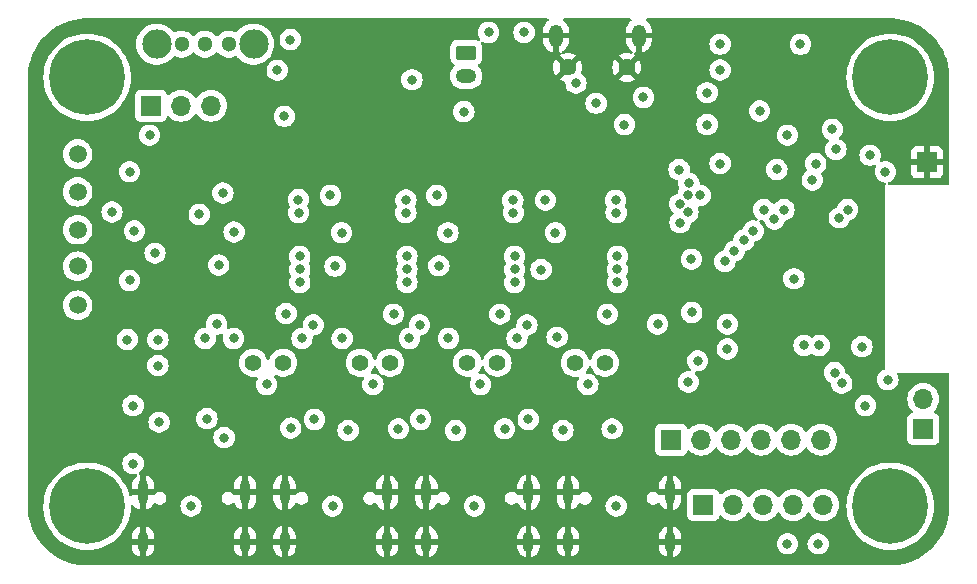
<source format=gbr>
%TF.GenerationSoftware,KiCad,Pcbnew,8.0.5*%
%TF.CreationDate,2025-03-11T21:14:57+01:00*%
%TF.ProjectId,Platine 4 Kanal Ferroelektret,506c6174-696e-4652-9034-204b616e616c,rev?*%
%TF.SameCoordinates,Original*%
%TF.FileFunction,Copper,L4,Bot*%
%TF.FilePolarity,Positive*%
%FSLAX46Y46*%
G04 Gerber Fmt 4.6, Leading zero omitted, Abs format (unit mm)*
G04 Created by KiCad (PCBNEW 8.0.5) date 2025-03-11 21:14:57*
%MOMM*%
%LPD*%
G01*
G04 APERTURE LIST*
G04 Aperture macros list*
%AMRoundRect*
0 Rectangle with rounded corners*
0 $1 Rounding radius*
0 $2 $3 $4 $5 $6 $7 $8 $9 X,Y pos of 4 corners*
0 Add a 4 corners polygon primitive as box body*
4,1,4,$2,$3,$4,$5,$6,$7,$8,$9,$2,$3,0*
0 Add four circle primitives for the rounded corners*
1,1,$1+$1,$2,$3*
1,1,$1+$1,$4,$5*
1,1,$1+$1,$6,$7*
1,1,$1+$1,$8,$9*
0 Add four rect primitives between the rounded corners*
20,1,$1+$1,$2,$3,$4,$5,0*
20,1,$1+$1,$4,$5,$6,$7,0*
20,1,$1+$1,$6,$7,$8,$9,0*
20,1,$1+$1,$8,$9,$2,$3,0*%
G04 Aperture macros list end*
%TA.AperFunction,ComponentPad*%
%ADD10R,1.700000X1.700000*%
%TD*%
%TA.AperFunction,ComponentPad*%
%ADD11O,1.700000X1.700000*%
%TD*%
%TA.AperFunction,ComponentPad*%
%ADD12O,1.200000X1.900000*%
%TD*%
%TA.AperFunction,ComponentPad*%
%ADD13C,1.450000*%
%TD*%
%TA.AperFunction,ComponentPad*%
%ADD14C,6.400000*%
%TD*%
%TA.AperFunction,ComponentPad*%
%ADD15C,1.400000*%
%TD*%
%TA.AperFunction,ComponentPad*%
%ADD16C,1.500000*%
%TD*%
%TA.AperFunction,ComponentPad*%
%ADD17O,0.900000X2.000000*%
%TD*%
%TA.AperFunction,ComponentPad*%
%ADD18O,0.900000X1.700000*%
%TD*%
%TA.AperFunction,ComponentPad*%
%ADD19RoundRect,0.250000X-0.625000X0.350000X-0.625000X-0.350000X0.625000X-0.350000X0.625000X0.350000X0*%
%TD*%
%TA.AperFunction,ComponentPad*%
%ADD20O,1.750000X1.200000*%
%TD*%
%TA.AperFunction,ComponentPad*%
%ADD21C,1.300000*%
%TD*%
%TA.AperFunction,ComponentPad*%
%ADD22C,2.483000*%
%TD*%
%TA.AperFunction,ViaPad*%
%ADD23C,0.800000*%
%TD*%
G04 APERTURE END LIST*
D10*
%TO.P,J3,1,Pin_1*%
%TO.N,ESP TXD*%
X170800000Y-109775000D03*
D11*
%TO.P,J3,2,Pin_2*%
%TO.N,ESP RXD*%
X170800000Y-107235000D03*
%TD*%
D12*
%TO.P,J11,6,Shield*%
%TO.N,Shield*%
X146700000Y-76462500D03*
D13*
X145700000Y-79162500D03*
X140700000Y-79162500D03*
D12*
X139700000Y-76462500D03*
%TD*%
D14*
%TO.P,H3,1,1*%
%TO.N,GND*%
X168000000Y-80000000D03*
%TD*%
D15*
%TO.P,TP6,1,1*%
%TO.N,GND*%
X116600000Y-104162500D03*
%TO.P,TP6,2,2*%
%TO.N,/Ferro Amplifier 1/Vout*%
X114060000Y-104162500D03*
%TD*%
D14*
%TO.P,H1,1,1*%
%TO.N,GND*%
X100000000Y-116320000D03*
%TD*%
D16*
%TO.P,TP5,1,1*%
%TO.N,GND*%
X99200000Y-86500000D03*
%TD*%
%TO.P,TP4,1,1*%
%TO.N,VRef*%
X99200000Y-99300000D03*
%TD*%
%TO.P,TP3,1,1*%
%TO.N,+3.3VA*%
X99200000Y-96000000D03*
%TD*%
D17*
%TO.P,J7,S1,SHIELD*%
%TO.N,Shield*%
X104725000Y-115142500D03*
%TO.P,J7,S2,SHIELD*%
X113375000Y-115142500D03*
D18*
%TO.P,J7,S3,SHIELD*%
X104725000Y-119312500D03*
%TO.P,J7,S4,SHIELD*%
X113375000Y-119312500D03*
%TD*%
D16*
%TO.P,TP1,1,1*%
%TO.N,VCC*%
X99200000Y-89700000D03*
%TD*%
D19*
%TO.P,X1,1,1*%
%TO.N,BAT+*%
X132100000Y-77900000D03*
D20*
%TO.P,X1,2,2*%
%TO.N,GND*%
X132100000Y-79900000D03*
%TD*%
D10*
%TO.P,J4,1,Pin_1*%
%TO.N,GND*%
X149460000Y-110675000D03*
D11*
%TO.P,J4,2,Pin_2*%
%TO.N,UART2 CTS*%
X152000000Y-110675000D03*
%TO.P,J4,3,Pin_3*%
%TO.N,+3.3V*%
X154540000Y-110675000D03*
%TO.P,J4,4,Pin_4*%
%TO.N,UART2 TXD*%
X157080000Y-110675000D03*
%TO.P,J4,5,Pin_5*%
%TO.N,UART2 RXD*%
X159620000Y-110675000D03*
%TO.P,J4,6,Pin_6*%
%TO.N,UART2 RTS*%
X162160000Y-110675000D03*
%TD*%
D15*
%TO.P,TP9,1,1*%
%TO.N,GND*%
X143850000Y-104162500D03*
%TO.P,TP9,2,2*%
%TO.N,/Ferro Amplifier 4/Vout*%
X141310000Y-104162500D03*
%TD*%
%TO.P,TP8,1,1*%
%TO.N,GND*%
X134750000Y-104162500D03*
%TO.P,TP8,2,2*%
%TO.N,/Ferro Amplifier 3/Vout*%
X132210000Y-104162500D03*
%TD*%
D10*
%TO.P,J5,1,Pin_1*%
%TO.N,Shield*%
X171100000Y-87200000D03*
%TD*%
D14*
%TO.P,H4,1,1*%
%TO.N,GND*%
X168000000Y-116320000D03*
%TD*%
D17*
%TO.P,J8,S1,SHIELD*%
%TO.N,Shield*%
X116725000Y-115142500D03*
%TO.P,J8,S2,SHIELD*%
X125375000Y-115142500D03*
D18*
%TO.P,J8,S3,SHIELD*%
X116725000Y-119312500D03*
%TO.P,J8,S4,SHIELD*%
X125375000Y-119312500D03*
%TD*%
D17*
%TO.P,J9,S1,SHIELD*%
%TO.N,Shield*%
X128725000Y-115142500D03*
%TO.P,J9,S2,SHIELD*%
X137375000Y-115142500D03*
D18*
%TO.P,J9,S3,SHIELD*%
X128725000Y-119312500D03*
%TO.P,J9,S4,SHIELD*%
X137375000Y-119312500D03*
%TD*%
D10*
%TO.P,J1,1,Pin_1*%
%TO.N,GND*%
X105420000Y-82400000D03*
D11*
%TO.P,J1,2,Pin_2*%
%TO.N,+3.3V*%
X107960000Y-82400000D03*
%TO.P,J1,3,Pin_3*%
%TO.N,VCC*%
X110500000Y-82400000D03*
%TD*%
D15*
%TO.P,TP7,1,1*%
%TO.N,GND*%
X125650000Y-104162500D03*
%TO.P,TP7,2,2*%
%TO.N,/Ferro Amplifier 2/Vout*%
X123110000Y-104162500D03*
%TD*%
D14*
%TO.P,H2,1,1*%
%TO.N,GND*%
X100000000Y-80000000D03*
%TD*%
D10*
%TO.P,J2,1,Pin_1*%
%TO.N,GPIO38*%
X152180000Y-116200000D03*
D11*
%TO.P,J2,2,Pin_2*%
%TO.N,GPIO39*%
X154720000Y-116200000D03*
%TO.P,J2,3,Pin_3*%
%TO.N,GPIO40*%
X157260000Y-116200000D03*
%TO.P,J2,4,Pin_4*%
%TO.N,GPIO41*%
X159800000Y-116200000D03*
%TO.P,J2,5,Pin_5*%
%TO.N,GPIO42*%
X162340000Y-116200000D03*
%TD*%
D16*
%TO.P,TP2,1,1*%
%TO.N,+3.3V*%
X99200000Y-92900000D03*
%TD*%
D17*
%TO.P,J10,S1,SHIELD*%
%TO.N,Shield*%
X140725000Y-115142500D03*
%TO.P,J10,S2,SHIELD*%
X149375000Y-115142500D03*
D18*
%TO.P,J10,S3,SHIELD*%
X140725000Y-119312500D03*
%TO.P,J10,S4,SHIELD*%
X149375000Y-119312500D03*
%TD*%
D21*
%TO.P,S1,1,1*%
%TO.N,Net-(D1-K)*%
X112000000Y-77200000D03*
%TO.P,S1,2,2*%
%TO.N,VCC*%
X110000000Y-77200000D03*
%TO.P,S1,3,3*%
%TO.N,unconnected-(S1-Pad3)*%
X108000000Y-77200000D03*
D22*
%TO.P,S1,MH1*%
%TO.N,N/C*%
X114100000Y-77200000D03*
%TO.P,S1,MH2*%
X105900000Y-77200000D03*
%TD*%
D23*
%TO.N,GND*%
X105750000Y-94885661D03*
X138800000Y-90400000D03*
X129600000Y-90000000D03*
X120600000Y-90000000D03*
X111500000Y-89800000D03*
X106000000Y-104400000D03*
X103900000Y-107800000D03*
%TO.N,Shield*%
X107825000Y-98462500D03*
X133050000Y-85612500D03*
X146275000Y-111312500D03*
X127050000Y-111350000D03*
X139050000Y-111312500D03*
X115050000Y-111312500D03*
X146275000Y-98462500D03*
X127050000Y-85612500D03*
X121050000Y-85612500D03*
X133050000Y-111312500D03*
X146275000Y-85612500D03*
X121050000Y-111312500D03*
X146275000Y-109687500D03*
X107825000Y-109687500D03*
X107825000Y-92462500D03*
X139050000Y-85612500D03*
X107825000Y-87237500D03*
X109650000Y-111312500D03*
X144450000Y-111312500D03*
X107825000Y-111312500D03*
X146232502Y-92420000D03*
X107825000Y-85612500D03*
X146275000Y-87237500D03*
X146275000Y-104462500D03*
X115050000Y-85612500D03*
X109625000Y-85612500D03*
X144450000Y-85612500D03*
X107825000Y-104462500D03*
%TO.N,+3.3V*%
X166300000Y-86600000D03*
X165900000Y-107800000D03*
X163900000Y-105900000D03*
X102112500Y-91400000D03*
X109500000Y-91600000D03*
X148300000Y-100900000D03*
%TO.N,UART2 TXD*%
X163682719Y-91896788D03*
%TO.N,VBUS*%
X159300000Y-84900000D03*
X147100000Y-81700000D03*
%TO.N,VCC_STATE*%
X161400000Y-88700000D03*
X145500000Y-84000000D03*
%TO.N,BOOT*%
X153600000Y-87297500D03*
X161700000Y-87300000D03*
%TO.N,+3.3VA*%
X133300000Y-106000000D03*
X103400000Y-102200000D03*
X127300000Y-102100000D03*
X115200000Y-106000000D03*
X142400000Y-106000000D03*
X110000000Y-102100000D03*
X118200000Y-102100000D03*
X139800000Y-102000000D03*
X121600000Y-102100000D03*
X112400000Y-102100000D03*
X136400000Y-102100000D03*
X130600000Y-102100000D03*
X124200000Y-106000000D03*
%TO.N,DRDY 1*%
X156400000Y-93000000D03*
X118011250Y-95162500D03*
%TO.N,USBD-*%
X150950000Y-88950000D03*
X150124868Y-87813466D03*
%TO.N,UART2 CTS*%
X154200000Y-103000000D03*
%TO.N,VRef*%
X131200000Y-109900000D03*
X120800000Y-116300000D03*
X122100000Y-109900000D03*
X159300000Y-119500000D03*
X111600000Y-110500000D03*
X108800000Y-116300000D03*
X140300000Y-109900000D03*
X106100000Y-109200000D03*
X144800000Y-116300000D03*
X132800000Y-116300000D03*
%TO.N,UART2 RTS*%
X154200000Y-100900000D03*
%TO.N,SCK*%
X126990000Y-91462500D03*
X144800000Y-91462500D03*
X157300000Y-91200000D03*
X136100000Y-91462500D03*
X117911250Y-91462500D03*
%TO.N,MOSI*%
X136200000Y-97362500D03*
X144900000Y-97362500D03*
X118011250Y-97362500D03*
X127090000Y-97362500D03*
X159000000Y-91200000D03*
%TO.N,MISO*%
X118011250Y-96262500D03*
X144900000Y-96262500D03*
X127090000Y-96262500D03*
X136200000Y-96262500D03*
X158200000Y-92000000D03*
%TO.N,DRDY 2*%
X127090000Y-95162500D03*
X155600000Y-93800000D03*
%TO.N,DRDY 3*%
X136200000Y-95162500D03*
X154800000Y-94700000D03*
%TO.N,DRDY 4*%
X144900000Y-95162500D03*
X154000000Y-95582500D03*
%TO.N,ESP EN*%
X153600000Y-79375000D03*
X165600000Y-102800000D03*
%TO.N,CS 1*%
X150900000Y-90000000D03*
X117900000Y-90351250D03*
%TO.N,CS 2*%
X150192891Y-90707109D03*
X127000000Y-90380000D03*
%TO.N,Net-(U2-IO2)*%
X161900000Y-119500000D03*
X164400000Y-91200000D03*
%TO.N,CS 3*%
X136050000Y-90420000D03*
X150876239Y-91437905D03*
%TO.N,CS 4*%
X144750000Y-90420000D03*
X150200000Y-92300000D03*
%TO.N,GND*%
X119250000Y-108957500D03*
X106000000Y-102200000D03*
%TO.N,VRef*%
X121000000Y-96000000D03*
%TO.N,GND*%
X135350000Y-109757500D03*
X151900000Y-90000000D03*
X137350000Y-108957500D03*
X134950000Y-100057500D03*
X134000000Y-76200000D03*
X105300000Y-84900000D03*
X104000000Y-93000000D03*
X139650000Y-93157500D03*
X116850000Y-100000000D03*
X163100000Y-84400000D03*
X137000000Y-76200000D03*
X110960000Y-100900000D03*
X167600000Y-88000000D03*
X158400000Y-87800000D03*
X117200000Y-76800000D03*
X141400000Y-80500000D03*
X153600000Y-77200000D03*
%TO.N,VRef*%
X111150000Y-95900000D03*
%TO.N,GND*%
X117250000Y-109700000D03*
X130550000Y-93157500D03*
X143100000Y-82200000D03*
X151200000Y-99900000D03*
X163300000Y-105000000D03*
X144450000Y-109757500D03*
X137250000Y-100957500D03*
%TO.N,VRef*%
X129784340Y-95957500D03*
%TO.N,GND*%
X156950000Y-82850000D03*
X116100000Y-79400000D03*
X151167500Y-95400000D03*
X127500000Y-80200000D03*
X128250000Y-108957500D03*
X151700000Y-104000000D03*
X110150000Y-108900000D03*
X116700000Y-83300000D03*
X163400000Y-86100000D03*
X103600000Y-88000000D03*
X167800000Y-105600000D03*
X121550000Y-93157500D03*
X103600000Y-97200000D03*
X159850000Y-97050000D03*
X131900000Y-82900000D03*
X128150000Y-100957500D03*
X144050000Y-100057500D03*
X125950000Y-100057500D03*
X150900000Y-105800000D03*
X103900000Y-112700000D03*
X160400000Y-77200000D03*
%TO.N,VRef*%
X138438599Y-96272878D03*
%TO.N,GND*%
X112450000Y-93100000D03*
X126350000Y-109757500D03*
X119150000Y-100957500D03*
%TO.N,ESP TXD*%
X160700000Y-102700000D03*
X152500000Y-81300000D03*
%TO.N,ESP RXD*%
X152500000Y-84000000D03*
X162000000Y-102700000D03*
%TD*%
%TA.AperFunction,Conductor*%
%TO.N,Shield*%
G36*
X139045199Y-75019685D02*
G01*
X139090954Y-75072489D01*
X139100898Y-75141647D01*
X139071873Y-75205203D01*
X139051045Y-75224318D01*
X138983404Y-75273461D01*
X138983399Y-75273465D01*
X138860967Y-75395897D01*
X138759195Y-75535975D01*
X138680591Y-75690242D01*
X138627085Y-75854915D01*
X138600000Y-76025928D01*
X138600000Y-76212500D01*
X139400000Y-76212500D01*
X139400000Y-76712500D01*
X138600000Y-76712500D01*
X138600000Y-76899071D01*
X138627085Y-77070084D01*
X138680591Y-77234757D01*
X138759195Y-77389024D01*
X138860967Y-77529102D01*
X138983397Y-77651532D01*
X139123475Y-77753304D01*
X139277744Y-77831908D01*
X139442415Y-77885414D01*
X139442414Y-77885414D01*
X139449999Y-77886615D01*
X139450000Y-77886614D01*
X139450000Y-76979488D01*
X139459940Y-76996705D01*
X139515795Y-77052560D01*
X139584204Y-77092056D01*
X139660504Y-77112500D01*
X139739496Y-77112500D01*
X139815796Y-77092056D01*
X139884205Y-77052560D01*
X139940060Y-76996705D01*
X139950000Y-76979488D01*
X139950000Y-77886615D01*
X139957585Y-77885414D01*
X139957586Y-77885413D01*
X139971824Y-77880787D01*
X140041665Y-77878789D01*
X140101500Y-77914867D01*
X140132330Y-77977566D01*
X140124368Y-78046981D01*
X140081270Y-78100291D01*
X140028378Y-78137325D01*
X140028378Y-78137326D01*
X140631827Y-78740774D01*
X140535956Y-78766463D01*
X140439044Y-78822416D01*
X140359916Y-78901544D01*
X140303963Y-78998456D01*
X140278274Y-79094326D01*
X139674826Y-78490878D01*
X139635066Y-78547662D01*
X139544481Y-78741923D01*
X139544477Y-78741932D01*
X139489004Y-78948962D01*
X139489002Y-78948972D01*
X139470321Y-79162499D01*
X139470321Y-79162500D01*
X139489002Y-79376027D01*
X139489004Y-79376037D01*
X139544477Y-79583067D01*
X139544481Y-79583076D01*
X139635066Y-79777338D01*
X139635067Y-79777340D01*
X139674825Y-79834120D01*
X139674826Y-79834121D01*
X140278274Y-79230672D01*
X140303963Y-79326544D01*
X140359916Y-79423456D01*
X140439044Y-79502584D01*
X140535956Y-79558537D01*
X140631827Y-79584225D01*
X140028377Y-80187673D01*
X140085161Y-80227433D01*
X140279423Y-80318018D01*
X140279432Y-80318022D01*
X140404952Y-80351655D01*
X140464613Y-80388020D01*
X140495142Y-80450867D01*
X140496180Y-80484387D01*
X140494540Y-80499996D01*
X140494540Y-80500000D01*
X140514326Y-80688256D01*
X140514327Y-80688259D01*
X140572818Y-80868277D01*
X140572821Y-80868284D01*
X140667467Y-81032216D01*
X140751998Y-81126097D01*
X140794129Y-81172888D01*
X140947265Y-81284148D01*
X140947270Y-81284151D01*
X141120192Y-81361142D01*
X141120197Y-81361144D01*
X141305354Y-81400500D01*
X141305355Y-81400500D01*
X141494644Y-81400500D01*
X141494646Y-81400500D01*
X141679803Y-81361144D01*
X141852730Y-81284151D01*
X142005871Y-81172888D01*
X142132533Y-81032216D01*
X142227179Y-80868284D01*
X142285674Y-80688256D01*
X142305460Y-80500000D01*
X142285674Y-80311744D01*
X142227179Y-80131716D01*
X142132533Y-79967784D01*
X142005871Y-79827112D01*
X141986983Y-79813389D01*
X141891264Y-79743845D01*
X141848598Y-79688515D01*
X141842619Y-79618902D01*
X141851768Y-79591119D01*
X141855520Y-79583071D01*
X141855522Y-79583067D01*
X141910995Y-79376037D01*
X141910997Y-79376027D01*
X141929679Y-79162500D01*
X141929679Y-79162499D01*
X141910997Y-78948972D01*
X141910995Y-78948962D01*
X141855522Y-78741932D01*
X141855518Y-78741923D01*
X141764933Y-78547662D01*
X141725172Y-78490879D01*
X141121725Y-79094326D01*
X141096037Y-78998456D01*
X141040084Y-78901544D01*
X140960956Y-78822416D01*
X140864044Y-78766463D01*
X140768173Y-78740774D01*
X141371621Y-78137326D01*
X141371620Y-78137325D01*
X141314840Y-78097567D01*
X141314838Y-78097566D01*
X141120576Y-78006981D01*
X141120567Y-78006977D01*
X140913537Y-77951504D01*
X140913527Y-77951502D01*
X140700001Y-77932821D01*
X140699999Y-77932821D01*
X140486472Y-77951502D01*
X140486462Y-77951504D01*
X140362803Y-77984638D01*
X140292953Y-77982975D01*
X140235091Y-77943812D01*
X140207587Y-77879583D01*
X140219174Y-77810681D01*
X140266173Y-77758981D01*
X140274428Y-77754372D01*
X140276524Y-77753304D01*
X140416602Y-77651532D01*
X140539032Y-77529102D01*
X140640804Y-77389024D01*
X140719408Y-77234757D01*
X140772914Y-77070084D01*
X140800000Y-76899071D01*
X140800000Y-76712500D01*
X140000000Y-76712500D01*
X140000000Y-76212500D01*
X140800000Y-76212500D01*
X140800000Y-76025928D01*
X140772914Y-75854915D01*
X140719408Y-75690242D01*
X140640804Y-75535975D01*
X140539032Y-75395897D01*
X140416600Y-75273465D01*
X140416595Y-75273461D01*
X140348955Y-75224318D01*
X140306289Y-75168989D01*
X140300310Y-75099375D01*
X140332915Y-75037580D01*
X140393754Y-75003223D01*
X140421840Y-75000000D01*
X145978160Y-75000000D01*
X146045199Y-75019685D01*
X146090954Y-75072489D01*
X146100898Y-75141647D01*
X146071873Y-75205203D01*
X146051045Y-75224318D01*
X145983404Y-75273461D01*
X145983399Y-75273465D01*
X145860967Y-75395897D01*
X145759195Y-75535975D01*
X145680591Y-75690242D01*
X145627085Y-75854915D01*
X145600000Y-76025928D01*
X145600000Y-76212500D01*
X146400000Y-76212500D01*
X146400000Y-76712500D01*
X145600000Y-76712500D01*
X145600000Y-76899071D01*
X145627085Y-77070084D01*
X145680591Y-77234757D01*
X145759195Y-77389024D01*
X145860967Y-77529102D01*
X145983397Y-77651532D01*
X146123474Y-77753303D01*
X146125578Y-77754375D01*
X146126236Y-77754997D01*
X146127627Y-77755849D01*
X146127448Y-77756141D01*
X146176376Y-77802347D01*
X146193176Y-77870167D01*
X146170642Y-77936303D01*
X146115929Y-77979757D01*
X146046408Y-77986734D01*
X146037196Y-77984638D01*
X145913537Y-77951504D01*
X145913527Y-77951502D01*
X145700001Y-77932821D01*
X145699999Y-77932821D01*
X145486472Y-77951502D01*
X145486462Y-77951504D01*
X145279432Y-78006977D01*
X145279423Y-78006981D01*
X145085162Y-78097566D01*
X145028378Y-78137326D01*
X145631827Y-78740774D01*
X145535956Y-78766463D01*
X145439044Y-78822416D01*
X145359916Y-78901544D01*
X145303963Y-78998456D01*
X145278274Y-79094326D01*
X144674826Y-78490878D01*
X144635066Y-78547662D01*
X144544481Y-78741923D01*
X144544477Y-78741932D01*
X144489004Y-78948962D01*
X144489002Y-78948972D01*
X144470321Y-79162499D01*
X144470321Y-79162500D01*
X144489002Y-79376027D01*
X144489004Y-79376037D01*
X144544477Y-79583067D01*
X144544481Y-79583076D01*
X144635066Y-79777338D01*
X144635067Y-79777340D01*
X144674825Y-79834120D01*
X144674826Y-79834121D01*
X145278274Y-79230672D01*
X145303963Y-79326544D01*
X145359916Y-79423456D01*
X145439044Y-79502584D01*
X145535956Y-79558537D01*
X145631827Y-79584225D01*
X145028377Y-80187673D01*
X145085161Y-80227433D01*
X145279423Y-80318018D01*
X145279432Y-80318022D01*
X145486462Y-80373495D01*
X145486472Y-80373497D01*
X145699999Y-80392179D01*
X145700001Y-80392179D01*
X145913527Y-80373497D01*
X145913537Y-80373495D01*
X146120567Y-80318022D01*
X146120576Y-80318018D01*
X146314839Y-80227433D01*
X146371621Y-80187673D01*
X145768173Y-79584225D01*
X145864044Y-79558537D01*
X145960956Y-79502584D01*
X146040084Y-79423456D01*
X146096037Y-79326544D01*
X146121725Y-79230672D01*
X146725173Y-79834121D01*
X146764933Y-79777339D01*
X146855518Y-79583076D01*
X146855522Y-79583067D01*
X146910995Y-79376037D01*
X146910997Y-79376027D01*
X146911087Y-79375000D01*
X152694540Y-79375000D01*
X152714326Y-79563256D01*
X152714327Y-79563259D01*
X152772818Y-79743277D01*
X152772821Y-79743284D01*
X152867467Y-79907216D01*
X152951650Y-80000710D01*
X152994129Y-80047888D01*
X153147265Y-80159148D01*
X153147270Y-80159151D01*
X153320192Y-80236142D01*
X153320197Y-80236144D01*
X153505354Y-80275500D01*
X153505355Y-80275500D01*
X153694644Y-80275500D01*
X153694646Y-80275500D01*
X153879803Y-80236144D01*
X154052730Y-80159151D01*
X154205871Y-80047888D01*
X154248991Y-79999999D01*
X164294422Y-79999999D01*
X164294422Y-80000000D01*
X164314722Y-80387339D01*
X164362383Y-80688259D01*
X164375398Y-80770433D01*
X164432663Y-80984151D01*
X164475788Y-81145094D01*
X164614787Y-81507197D01*
X164790877Y-81852793D01*
X165002122Y-82178082D01*
X165045959Y-82232216D01*
X165246219Y-82479516D01*
X165520484Y-82753781D01*
X165656167Y-82863655D01*
X165821917Y-82997877D01*
X166147206Y-83209122D01*
X166147211Y-83209125D01*
X166492806Y-83385214D01*
X166790531Y-83499500D01*
X166851458Y-83522888D01*
X166854913Y-83524214D01*
X167229567Y-83624602D01*
X167612662Y-83685278D01*
X167978576Y-83704455D01*
X167999999Y-83705578D01*
X168000000Y-83705578D01*
X168000001Y-83705578D01*
X168020301Y-83704514D01*
X168387338Y-83685278D01*
X168770433Y-83624602D01*
X169145087Y-83524214D01*
X169507194Y-83385214D01*
X169852789Y-83209125D01*
X170178084Y-82997876D01*
X170479516Y-82753781D01*
X170753781Y-82479516D01*
X170997876Y-82178084D01*
X171209125Y-81852789D01*
X171385214Y-81507194D01*
X171524214Y-81145087D01*
X171624602Y-80770433D01*
X171685278Y-80387338D01*
X171705578Y-80000000D01*
X171685278Y-79612662D01*
X171624602Y-79229567D01*
X171524214Y-78854913D01*
X171519558Y-78842785D01*
X171469680Y-78712847D01*
X171385214Y-78492806D01*
X171209125Y-78147211D01*
X171178791Y-78100500D01*
X170997877Y-77821917D01*
X170859902Y-77651532D01*
X170753781Y-77520484D01*
X170479516Y-77246219D01*
X170383266Y-77168277D01*
X170178082Y-77002122D01*
X169852793Y-76790877D01*
X169507197Y-76614787D01*
X169145094Y-76475788D01*
X169145087Y-76475786D01*
X168770433Y-76375398D01*
X168770429Y-76375397D01*
X168770428Y-76375397D01*
X168387339Y-76314722D01*
X168000001Y-76294422D01*
X167999999Y-76294422D01*
X167612660Y-76314722D01*
X167229572Y-76375397D01*
X167229570Y-76375397D01*
X166854905Y-76475788D01*
X166492802Y-76614787D01*
X166147206Y-76790877D01*
X165821917Y-77002122D01*
X165520488Y-77246215D01*
X165520480Y-77246222D01*
X165246222Y-77520480D01*
X165246215Y-77520488D01*
X165002122Y-77821917D01*
X164790877Y-78147206D01*
X164614787Y-78492802D01*
X164475788Y-78854905D01*
X164375397Y-79229570D01*
X164375397Y-79229572D01*
X164314722Y-79612660D01*
X164294422Y-79999999D01*
X154248991Y-79999999D01*
X154332533Y-79907216D01*
X154427179Y-79743284D01*
X154485674Y-79563256D01*
X154505460Y-79375000D01*
X154485674Y-79186744D01*
X154427179Y-79006716D01*
X154332533Y-78842784D01*
X154205871Y-78702112D01*
X154205870Y-78702111D01*
X154052734Y-78590851D01*
X154052729Y-78590848D01*
X153879807Y-78513857D01*
X153879802Y-78513855D01*
X153734001Y-78482865D01*
X153694646Y-78474500D01*
X153505354Y-78474500D01*
X153472897Y-78481398D01*
X153320197Y-78513855D01*
X153320192Y-78513857D01*
X153147270Y-78590848D01*
X153147265Y-78590851D01*
X152994129Y-78702111D01*
X152867466Y-78842785D01*
X152772821Y-79006715D01*
X152772818Y-79006722D01*
X152714327Y-79186740D01*
X152714326Y-79186744D01*
X152694540Y-79375000D01*
X146911087Y-79375000D01*
X146929679Y-79162500D01*
X146929679Y-79162499D01*
X146910997Y-78948972D01*
X146910995Y-78948962D01*
X146855522Y-78741932D01*
X146855518Y-78741923D01*
X146764933Y-78547662D01*
X146725172Y-78490879D01*
X146121725Y-79094326D01*
X146096037Y-78998456D01*
X146040084Y-78901544D01*
X145960956Y-78822416D01*
X145864044Y-78766463D01*
X145768173Y-78740774D01*
X146371621Y-78137326D01*
X146371620Y-78137325D01*
X146318731Y-78100292D01*
X146275106Y-78045716D01*
X146267912Y-77976218D01*
X146299434Y-77913863D01*
X146359664Y-77878448D01*
X146428173Y-77880786D01*
X146442417Y-77885414D01*
X146449999Y-77886615D01*
X146450000Y-77886614D01*
X146450000Y-76979488D01*
X146459940Y-76996705D01*
X146515795Y-77052560D01*
X146584204Y-77092056D01*
X146660504Y-77112500D01*
X146739496Y-77112500D01*
X146815796Y-77092056D01*
X146884205Y-77052560D01*
X146940060Y-76996705D01*
X146950000Y-76979488D01*
X146950000Y-77886615D01*
X146957584Y-77885414D01*
X147122255Y-77831908D01*
X147276524Y-77753304D01*
X147416602Y-77651532D01*
X147539032Y-77529102D01*
X147640804Y-77389024D01*
X147719408Y-77234757D01*
X147730701Y-77200000D01*
X152694540Y-77200000D01*
X152714326Y-77388256D01*
X152714327Y-77388259D01*
X152772818Y-77568277D01*
X152772821Y-77568284D01*
X152867467Y-77732216D01*
X152991179Y-77869612D01*
X152994129Y-77872888D01*
X153147265Y-77984148D01*
X153147270Y-77984151D01*
X153320192Y-78061142D01*
X153320197Y-78061144D01*
X153505354Y-78100500D01*
X153505355Y-78100500D01*
X153694644Y-78100500D01*
X153694646Y-78100500D01*
X153879803Y-78061144D01*
X154052730Y-77984151D01*
X154205871Y-77872888D01*
X154332533Y-77732216D01*
X154427179Y-77568284D01*
X154485674Y-77388256D01*
X154505460Y-77200000D01*
X159494540Y-77200000D01*
X159514326Y-77388256D01*
X159514327Y-77388259D01*
X159572818Y-77568277D01*
X159572821Y-77568284D01*
X159667467Y-77732216D01*
X159791179Y-77869612D01*
X159794129Y-77872888D01*
X159947265Y-77984148D01*
X159947270Y-77984151D01*
X160120192Y-78061142D01*
X160120197Y-78061144D01*
X160305354Y-78100500D01*
X160305355Y-78100500D01*
X160494644Y-78100500D01*
X160494646Y-78100500D01*
X160679803Y-78061144D01*
X160852730Y-77984151D01*
X161005871Y-77872888D01*
X161132533Y-77732216D01*
X161227179Y-77568284D01*
X161285674Y-77388256D01*
X161305460Y-77200000D01*
X161285674Y-77011744D01*
X161227179Y-76831716D01*
X161132533Y-76667784D01*
X161005871Y-76527112D01*
X161003922Y-76525696D01*
X160852734Y-76415851D01*
X160852729Y-76415848D01*
X160679807Y-76338857D01*
X160679802Y-76338855D01*
X160534001Y-76307865D01*
X160494646Y-76299500D01*
X160305354Y-76299500D01*
X160272897Y-76306398D01*
X160120197Y-76338855D01*
X160120192Y-76338857D01*
X159947270Y-76415848D01*
X159947265Y-76415851D01*
X159794129Y-76527111D01*
X159667466Y-76667785D01*
X159572821Y-76831715D01*
X159572818Y-76831722D01*
X159514327Y-77011740D01*
X159514326Y-77011744D01*
X159494540Y-77200000D01*
X154505460Y-77200000D01*
X154485674Y-77011744D01*
X154427179Y-76831716D01*
X154332533Y-76667784D01*
X154205871Y-76527112D01*
X154203922Y-76525696D01*
X154052734Y-76415851D01*
X154052729Y-76415848D01*
X153879807Y-76338857D01*
X153879802Y-76338855D01*
X153734001Y-76307865D01*
X153694646Y-76299500D01*
X153505354Y-76299500D01*
X153472897Y-76306398D01*
X153320197Y-76338855D01*
X153320192Y-76338857D01*
X153147270Y-76415848D01*
X153147265Y-76415851D01*
X152994129Y-76527111D01*
X152867466Y-76667785D01*
X152772821Y-76831715D01*
X152772818Y-76831722D01*
X152714327Y-77011740D01*
X152714326Y-77011744D01*
X152694540Y-77200000D01*
X147730701Y-77200000D01*
X147772914Y-77070084D01*
X147800000Y-76899071D01*
X147800000Y-76712500D01*
X147000000Y-76712500D01*
X147000000Y-76212500D01*
X147800000Y-76212500D01*
X147800000Y-76025928D01*
X147772914Y-75854915D01*
X147719408Y-75690242D01*
X147640804Y-75535975D01*
X147539032Y-75395897D01*
X147416600Y-75273465D01*
X147416595Y-75273461D01*
X147348955Y-75224318D01*
X147306289Y-75168989D01*
X147300310Y-75099375D01*
X147332915Y-75037580D01*
X147393754Y-75003223D01*
X147421840Y-75000000D01*
X167999290Y-75000000D01*
X168000641Y-75000006D01*
X168213481Y-75002328D01*
X168222915Y-75002792D01*
X168647552Y-75039943D01*
X168658270Y-75041354D01*
X169077393Y-75115256D01*
X169087921Y-75117590D01*
X169499033Y-75227747D01*
X169509322Y-75230992D01*
X169909255Y-75376555D01*
X169919221Y-75380683D01*
X170304942Y-75560547D01*
X170314528Y-75565538D01*
X170683088Y-75778326D01*
X170692203Y-75784132D01*
X171023131Y-76015851D01*
X171040820Y-76028237D01*
X171049401Y-76034821D01*
X171364833Y-76299500D01*
X171375420Y-76308383D01*
X171383395Y-76315692D01*
X171684307Y-76616604D01*
X171691616Y-76624579D01*
X171965177Y-76950597D01*
X171971762Y-76959179D01*
X172215864Y-77307792D01*
X172221676Y-77316916D01*
X172434459Y-77685467D01*
X172439454Y-77695062D01*
X172520848Y-77869612D01*
X172584902Y-78006977D01*
X172619310Y-78080764D01*
X172623448Y-78090756D01*
X172663958Y-78202054D01*
X172769003Y-78490664D01*
X172772256Y-78500980D01*
X172863842Y-78842785D01*
X172882405Y-78912061D01*
X172884746Y-78922623D01*
X172958644Y-79341725D01*
X172960056Y-79352450D01*
X172997206Y-79777073D01*
X172997671Y-79786527D01*
X172999993Y-79999357D01*
X173000000Y-80000710D01*
X173000000Y-88976000D01*
X172980315Y-89043039D01*
X172927511Y-89088794D01*
X172876000Y-89100000D01*
X167926698Y-89100000D01*
X167859659Y-89080315D01*
X167813904Y-89027511D01*
X167803960Y-88958353D01*
X167832985Y-88894797D01*
X167876262Y-88862721D01*
X167962547Y-88824303D01*
X168052730Y-88784151D01*
X168205871Y-88672888D01*
X168332533Y-88532216D01*
X168427179Y-88368284D01*
X168485674Y-88188256D01*
X168505460Y-88000000D01*
X168485674Y-87811744D01*
X168427179Y-87631716D01*
X168332533Y-87467784D01*
X168205871Y-87327112D01*
X168205870Y-87327111D01*
X168052734Y-87215851D01*
X168052729Y-87215848D01*
X167879807Y-87138857D01*
X167879802Y-87138855D01*
X167734001Y-87107865D01*
X167694646Y-87099500D01*
X167505354Y-87099500D01*
X167472897Y-87106398D01*
X167320197Y-87138855D01*
X167320192Y-87138857D01*
X167276480Y-87158319D01*
X167207230Y-87167603D01*
X167143954Y-87137974D01*
X167106741Y-87078839D01*
X167107407Y-87008972D01*
X167118658Y-86983042D01*
X167127179Y-86968284D01*
X167185674Y-86788256D01*
X167205460Y-86600000D01*
X167185674Y-86411744D01*
X167150066Y-86302155D01*
X169750000Y-86302155D01*
X169750000Y-86950000D01*
X170666988Y-86950000D01*
X170634075Y-87007007D01*
X170600000Y-87134174D01*
X170600000Y-87265826D01*
X170634075Y-87392993D01*
X170666988Y-87450000D01*
X169750000Y-87450000D01*
X169750000Y-88097844D01*
X169756401Y-88157372D01*
X169756403Y-88157379D01*
X169806645Y-88292086D01*
X169806649Y-88292093D01*
X169892809Y-88407187D01*
X169892812Y-88407190D01*
X170007906Y-88493350D01*
X170007913Y-88493354D01*
X170142620Y-88543596D01*
X170142627Y-88543598D01*
X170202155Y-88549999D01*
X170202172Y-88550000D01*
X170850000Y-88550000D01*
X170850000Y-87633012D01*
X170907007Y-87665925D01*
X171034174Y-87700000D01*
X171165826Y-87700000D01*
X171292993Y-87665925D01*
X171350000Y-87633012D01*
X171350000Y-88550000D01*
X171997828Y-88550000D01*
X171997844Y-88549999D01*
X172057372Y-88543598D01*
X172057379Y-88543596D01*
X172192086Y-88493354D01*
X172192093Y-88493350D01*
X172307187Y-88407190D01*
X172307190Y-88407187D01*
X172393350Y-88292093D01*
X172393354Y-88292086D01*
X172443596Y-88157379D01*
X172443598Y-88157372D01*
X172449999Y-88097844D01*
X172450000Y-88097827D01*
X172450000Y-87450000D01*
X171533012Y-87450000D01*
X171565925Y-87392993D01*
X171600000Y-87265826D01*
X171600000Y-87134174D01*
X171565925Y-87007007D01*
X171533012Y-86950000D01*
X172450000Y-86950000D01*
X172450000Y-86302172D01*
X172449999Y-86302155D01*
X172443598Y-86242627D01*
X172443596Y-86242620D01*
X172393354Y-86107913D01*
X172393350Y-86107906D01*
X172307190Y-85992812D01*
X172307187Y-85992809D01*
X172192093Y-85906649D01*
X172192086Y-85906645D01*
X172057379Y-85856403D01*
X172057372Y-85856401D01*
X171997844Y-85850000D01*
X171350000Y-85850000D01*
X171350000Y-86766988D01*
X171292993Y-86734075D01*
X171165826Y-86700000D01*
X171034174Y-86700000D01*
X170907007Y-86734075D01*
X170850000Y-86766988D01*
X170850000Y-85850000D01*
X170202155Y-85850000D01*
X170142627Y-85856401D01*
X170142620Y-85856403D01*
X170007913Y-85906645D01*
X170007906Y-85906649D01*
X169892812Y-85992809D01*
X169892809Y-85992812D01*
X169806649Y-86107906D01*
X169806645Y-86107913D01*
X169756403Y-86242620D01*
X169756401Y-86242627D01*
X169750000Y-86302155D01*
X167150066Y-86302155D01*
X167127179Y-86231716D01*
X167032533Y-86067784D01*
X166905871Y-85927112D01*
X166884719Y-85911744D01*
X166752734Y-85815851D01*
X166752729Y-85815848D01*
X166579807Y-85738857D01*
X166579802Y-85738855D01*
X166434001Y-85707865D01*
X166394646Y-85699500D01*
X166205354Y-85699500D01*
X166172897Y-85706398D01*
X166020197Y-85738855D01*
X166020192Y-85738857D01*
X165847270Y-85815848D01*
X165847265Y-85815851D01*
X165694129Y-85927111D01*
X165567466Y-86067785D01*
X165472821Y-86231715D01*
X165472818Y-86231722D01*
X165418304Y-86399500D01*
X165414326Y-86411744D01*
X165394540Y-86600000D01*
X165414326Y-86788256D01*
X165414327Y-86788259D01*
X165472818Y-86968277D01*
X165472821Y-86968284D01*
X165567467Y-87132216D01*
X165599330Y-87167603D01*
X165694129Y-87272888D01*
X165847265Y-87384148D01*
X165847270Y-87384151D01*
X166020192Y-87461142D01*
X166020197Y-87461144D01*
X166205354Y-87500500D01*
X166205355Y-87500500D01*
X166394644Y-87500500D01*
X166394646Y-87500500D01*
X166579803Y-87461144D01*
X166623517Y-87441680D01*
X166692766Y-87432395D01*
X166756043Y-87462023D01*
X166793257Y-87521157D01*
X166792593Y-87591024D01*
X166781342Y-87616957D01*
X166772821Y-87631716D01*
X166772818Y-87631722D01*
X166718142Y-87800000D01*
X166714326Y-87811744D01*
X166694540Y-88000000D01*
X166714326Y-88188256D01*
X166714327Y-88188259D01*
X166772818Y-88368277D01*
X166772821Y-88368284D01*
X166867467Y-88532216D01*
X166983553Y-88661142D01*
X166994129Y-88672888D01*
X167147265Y-88784148D01*
X167147270Y-88784151D01*
X167320192Y-88861142D01*
X167320197Y-88861144D01*
X167505354Y-88900500D01*
X167505355Y-88900500D01*
X167511822Y-88901180D01*
X167511541Y-88903848D01*
X167567177Y-88920185D01*
X167612932Y-88972989D01*
X167622876Y-89042147D01*
X167600000Y-89092238D01*
X167600000Y-89273638D01*
X167580315Y-89340677D01*
X167575000Y-89347272D01*
X167575000Y-104633929D01*
X167555315Y-104700968D01*
X167502511Y-104746723D01*
X167501437Y-104747208D01*
X167347267Y-104815850D01*
X167347265Y-104815851D01*
X167194129Y-104927111D01*
X167067466Y-105067785D01*
X166972821Y-105231715D01*
X166972818Y-105231722D01*
X166914327Y-105411740D01*
X166914326Y-105411744D01*
X166894540Y-105600000D01*
X166914326Y-105788256D01*
X166914327Y-105788259D01*
X166972818Y-105968277D01*
X166972821Y-105968284D01*
X167067467Y-106132216D01*
X167189977Y-106268277D01*
X167194129Y-106272888D01*
X167347265Y-106384148D01*
X167347270Y-106384151D01*
X167520192Y-106461142D01*
X167520197Y-106461144D01*
X167705354Y-106500500D01*
X167705355Y-106500500D01*
X167894644Y-106500500D01*
X167894646Y-106500500D01*
X168079803Y-106461144D01*
X168252730Y-106384151D01*
X168405871Y-106272888D01*
X168532533Y-106132216D01*
X168627179Y-105968284D01*
X168685674Y-105788256D01*
X168705460Y-105600000D01*
X168685674Y-105411744D01*
X168627179Y-105231716D01*
X168600783Y-105185998D01*
X168584312Y-105118099D01*
X168607165Y-105052072D01*
X168662087Y-105008882D01*
X168708172Y-105000000D01*
X172876000Y-105000000D01*
X172943039Y-105019685D01*
X172988794Y-105072489D01*
X173000000Y-105124000D01*
X173000000Y-116319289D01*
X172999993Y-116320642D01*
X172997671Y-116533472D01*
X172997206Y-116542926D01*
X172960056Y-116967549D01*
X172958644Y-116978274D01*
X172884746Y-117397376D01*
X172882405Y-117407938D01*
X172772256Y-117819019D01*
X172769003Y-117829335D01*
X172623450Y-118229240D01*
X172619310Y-118239235D01*
X172439454Y-118624937D01*
X172434459Y-118634532D01*
X172221676Y-119003083D01*
X172215864Y-119012207D01*
X171971762Y-119360820D01*
X171965177Y-119369402D01*
X171691616Y-119695420D01*
X171684307Y-119703395D01*
X171383395Y-120004307D01*
X171375420Y-120011616D01*
X171049402Y-120285177D01*
X171040820Y-120291762D01*
X170692207Y-120535864D01*
X170683083Y-120541676D01*
X170314532Y-120754459D01*
X170304937Y-120759454D01*
X169919235Y-120939310D01*
X169909240Y-120943450D01*
X169509335Y-121089003D01*
X169499019Y-121092256D01*
X169087938Y-121202405D01*
X169077376Y-121204746D01*
X168658274Y-121278644D01*
X168647549Y-121280056D01*
X168222926Y-121317206D01*
X168213472Y-121317671D01*
X168005455Y-121319940D01*
X168000640Y-121319993D01*
X167999290Y-121320000D01*
X100000710Y-121320000D01*
X99999359Y-121319993D01*
X99994454Y-121319939D01*
X99786527Y-121317671D01*
X99777073Y-121317206D01*
X99352450Y-121280056D01*
X99341725Y-121278644D01*
X98922623Y-121204746D01*
X98912061Y-121202405D01*
X98500980Y-121092256D01*
X98490664Y-121089003D01*
X98090759Y-120943450D01*
X98080764Y-120939310D01*
X97695062Y-120759454D01*
X97685467Y-120754459D01*
X97316916Y-120541676D01*
X97307792Y-120535864D01*
X96959179Y-120291762D01*
X96950597Y-120285177D01*
X96624579Y-120011616D01*
X96616604Y-120004307D01*
X96315692Y-119703395D01*
X96308383Y-119695420D01*
X96144406Y-119500000D01*
X96034821Y-119369401D01*
X96028237Y-119360820D01*
X95993871Y-119311740D01*
X95784132Y-119012203D01*
X95778323Y-119003083D01*
X95660795Y-118799519D01*
X95565538Y-118634528D01*
X95560545Y-118624937D01*
X95548684Y-118599500D01*
X95380683Y-118239221D01*
X95376555Y-118229255D01*
X95230992Y-117829322D01*
X95227747Y-117819033D01*
X95117590Y-117407921D01*
X95115256Y-117397393D01*
X95041354Y-116978270D01*
X95039943Y-116967549D01*
X95032094Y-116877830D01*
X95002792Y-116542915D01*
X95002328Y-116533471D01*
X95000007Y-116320641D01*
X95000004Y-116319999D01*
X96294422Y-116319999D01*
X96294422Y-116320000D01*
X96309410Y-116605991D01*
X96314722Y-116707338D01*
X96375398Y-117090433D01*
X96460468Y-117407921D01*
X96475788Y-117465094D01*
X96614787Y-117827197D01*
X96790877Y-118172793D01*
X97002122Y-118498082D01*
X97113322Y-118635402D01*
X97246219Y-118799516D01*
X97520484Y-119073781D01*
X97592028Y-119131716D01*
X97821917Y-119317877D01*
X97901259Y-119369402D01*
X98147211Y-119529125D01*
X98492806Y-119705214D01*
X98854913Y-119844214D01*
X99229567Y-119944602D01*
X99612662Y-120005278D01*
X99978576Y-120024455D01*
X99999999Y-120025578D01*
X100000000Y-120025578D01*
X100000001Y-120025578D01*
X100020301Y-120024514D01*
X100387338Y-120005278D01*
X100770433Y-119944602D01*
X101145087Y-119844214D01*
X101507194Y-119705214D01*
X101852789Y-119529125D01*
X102178084Y-119317876D01*
X102479516Y-119073781D01*
X102734369Y-118818928D01*
X103775000Y-118818928D01*
X103775000Y-119062500D01*
X104425000Y-119062500D01*
X104425000Y-119562500D01*
X103775000Y-119562500D01*
X103775000Y-119806071D01*
X103811506Y-119989597D01*
X103811508Y-119989605D01*
X103883119Y-120162491D01*
X103883124Y-120162500D01*
X103987086Y-120318089D01*
X103987089Y-120318093D01*
X104119406Y-120450410D01*
X104119410Y-120450413D01*
X104274999Y-120554375D01*
X104275012Y-120554382D01*
X104447889Y-120625989D01*
X104447896Y-120625991D01*
X104475000Y-120631382D01*
X104475000Y-119879488D01*
X104484940Y-119896705D01*
X104540795Y-119952560D01*
X104609204Y-119992056D01*
X104685504Y-120012500D01*
X104764496Y-120012500D01*
X104840796Y-119992056D01*
X104909205Y-119952560D01*
X104965060Y-119896705D01*
X104975000Y-119879488D01*
X104975000Y-120631381D01*
X105002103Y-120625991D01*
X105002110Y-120625989D01*
X105174987Y-120554382D01*
X105175000Y-120554375D01*
X105330589Y-120450413D01*
X105330593Y-120450410D01*
X105462910Y-120318093D01*
X105462913Y-120318089D01*
X105566875Y-120162500D01*
X105566880Y-120162491D01*
X105638491Y-119989605D01*
X105638493Y-119989597D01*
X105674999Y-119806071D01*
X105675000Y-119806069D01*
X105675000Y-119562500D01*
X105025000Y-119562500D01*
X105025000Y-119062500D01*
X105675000Y-119062500D01*
X105675000Y-118818930D01*
X105674999Y-118818928D01*
X112425000Y-118818928D01*
X112425000Y-119062500D01*
X113075000Y-119062500D01*
X113075000Y-119562500D01*
X112425000Y-119562500D01*
X112425000Y-119806071D01*
X112461506Y-119989597D01*
X112461508Y-119989605D01*
X112533119Y-120162491D01*
X112533124Y-120162500D01*
X112637086Y-120318089D01*
X112637089Y-120318093D01*
X112769406Y-120450410D01*
X112769410Y-120450413D01*
X112924999Y-120554375D01*
X112925012Y-120554382D01*
X113097889Y-120625989D01*
X113097896Y-120625991D01*
X113125000Y-120631382D01*
X113125000Y-119879488D01*
X113134940Y-119896705D01*
X113190795Y-119952560D01*
X113259204Y-119992056D01*
X113335504Y-120012500D01*
X113414496Y-120012500D01*
X113490796Y-119992056D01*
X113559205Y-119952560D01*
X113615060Y-119896705D01*
X113625000Y-119879488D01*
X113625000Y-120631381D01*
X113652103Y-120625991D01*
X113652110Y-120625989D01*
X113824987Y-120554382D01*
X113825000Y-120554375D01*
X113980589Y-120450413D01*
X113980593Y-120450410D01*
X114112910Y-120318093D01*
X114112913Y-120318089D01*
X114216875Y-120162500D01*
X114216880Y-120162491D01*
X114288491Y-119989605D01*
X114288493Y-119989597D01*
X114324999Y-119806071D01*
X114325000Y-119806069D01*
X114325000Y-119562500D01*
X113675000Y-119562500D01*
X113675000Y-119062500D01*
X114325000Y-119062500D01*
X114325000Y-118818930D01*
X114324999Y-118818928D01*
X115775000Y-118818928D01*
X115775000Y-119062500D01*
X116425000Y-119062500D01*
X116425000Y-119562500D01*
X115775000Y-119562500D01*
X115775000Y-119806071D01*
X115811506Y-119989597D01*
X115811508Y-119989605D01*
X115883119Y-120162491D01*
X115883124Y-120162500D01*
X115987086Y-120318089D01*
X115987089Y-120318093D01*
X116119406Y-120450410D01*
X116119410Y-120450413D01*
X116274999Y-120554375D01*
X116275012Y-120554382D01*
X116447889Y-120625989D01*
X116447896Y-120625991D01*
X116475000Y-120631382D01*
X116475000Y-119879488D01*
X116484940Y-119896705D01*
X116540795Y-119952560D01*
X116609204Y-119992056D01*
X116685504Y-120012500D01*
X116764496Y-120012500D01*
X116840796Y-119992056D01*
X116909205Y-119952560D01*
X116965060Y-119896705D01*
X116975000Y-119879488D01*
X116975000Y-120631381D01*
X117002103Y-120625991D01*
X117002110Y-120625989D01*
X117174987Y-120554382D01*
X117175000Y-120554375D01*
X117330589Y-120450413D01*
X117330593Y-120450410D01*
X117462910Y-120318093D01*
X117462913Y-120318089D01*
X117566875Y-120162500D01*
X117566880Y-120162491D01*
X117638491Y-119989605D01*
X117638493Y-119989597D01*
X117674999Y-119806071D01*
X117675000Y-119806069D01*
X117675000Y-119562500D01*
X117025000Y-119562500D01*
X117025000Y-119062500D01*
X117675000Y-119062500D01*
X117675000Y-118818930D01*
X117674999Y-118818928D01*
X124425000Y-118818928D01*
X124425000Y-119062500D01*
X125075000Y-119062500D01*
X125075000Y-119562500D01*
X124425000Y-119562500D01*
X124425000Y-119806071D01*
X124461506Y-119989597D01*
X124461508Y-119989605D01*
X124533119Y-120162491D01*
X124533124Y-120162500D01*
X124637086Y-120318089D01*
X124637089Y-120318093D01*
X124769406Y-120450410D01*
X124769410Y-120450413D01*
X124924999Y-120554375D01*
X124925012Y-120554382D01*
X125097889Y-120625989D01*
X125097896Y-120625991D01*
X125125000Y-120631382D01*
X125125000Y-119879488D01*
X125134940Y-119896705D01*
X125190795Y-119952560D01*
X125259204Y-119992056D01*
X125335504Y-120012500D01*
X125414496Y-120012500D01*
X125490796Y-119992056D01*
X125559205Y-119952560D01*
X125615060Y-119896705D01*
X125625000Y-119879488D01*
X125625000Y-120631381D01*
X125652103Y-120625991D01*
X125652110Y-120625989D01*
X125824987Y-120554382D01*
X125825000Y-120554375D01*
X125980589Y-120450413D01*
X125980593Y-120450410D01*
X126112910Y-120318093D01*
X126112913Y-120318089D01*
X126216875Y-120162500D01*
X126216880Y-120162491D01*
X126288491Y-119989605D01*
X126288493Y-119989597D01*
X126324999Y-119806071D01*
X126325000Y-119806069D01*
X126325000Y-119562500D01*
X125675000Y-119562500D01*
X125675000Y-119062500D01*
X126325000Y-119062500D01*
X126325000Y-118818930D01*
X126324999Y-118818928D01*
X127775000Y-118818928D01*
X127775000Y-119062500D01*
X128425000Y-119062500D01*
X128425000Y-119562500D01*
X127775000Y-119562500D01*
X127775000Y-119806071D01*
X127811506Y-119989597D01*
X127811508Y-119989605D01*
X127883119Y-120162491D01*
X127883124Y-120162500D01*
X127987086Y-120318089D01*
X127987089Y-120318093D01*
X128119406Y-120450410D01*
X128119410Y-120450413D01*
X128274999Y-120554375D01*
X128275012Y-120554382D01*
X128447889Y-120625989D01*
X128447896Y-120625991D01*
X128475000Y-120631382D01*
X128475000Y-119879488D01*
X128484940Y-119896705D01*
X128540795Y-119952560D01*
X128609204Y-119992056D01*
X128685504Y-120012500D01*
X128764496Y-120012500D01*
X128840796Y-119992056D01*
X128909205Y-119952560D01*
X128965060Y-119896705D01*
X128975000Y-119879488D01*
X128975000Y-120631381D01*
X129002103Y-120625991D01*
X129002110Y-120625989D01*
X129174987Y-120554382D01*
X129175000Y-120554375D01*
X129330589Y-120450413D01*
X129330593Y-120450410D01*
X129462910Y-120318093D01*
X129462913Y-120318089D01*
X129566875Y-120162500D01*
X129566880Y-120162491D01*
X129638491Y-119989605D01*
X129638493Y-119989597D01*
X129674999Y-119806071D01*
X129675000Y-119806069D01*
X129675000Y-119562500D01*
X129025000Y-119562500D01*
X129025000Y-119062500D01*
X129675000Y-119062500D01*
X129675000Y-118818930D01*
X129674999Y-118818928D01*
X136425000Y-118818928D01*
X136425000Y-119062500D01*
X137075000Y-119062500D01*
X137075000Y-119562500D01*
X136425000Y-119562500D01*
X136425000Y-119806071D01*
X136461506Y-119989597D01*
X136461508Y-119989605D01*
X136533119Y-120162491D01*
X136533124Y-120162500D01*
X136637086Y-120318089D01*
X136637089Y-120318093D01*
X136769406Y-120450410D01*
X136769410Y-120450413D01*
X136924999Y-120554375D01*
X136925012Y-120554382D01*
X137097889Y-120625989D01*
X137097896Y-120625991D01*
X137125000Y-120631382D01*
X137125000Y-119879488D01*
X137134940Y-119896705D01*
X137190795Y-119952560D01*
X137259204Y-119992056D01*
X137335504Y-120012500D01*
X137414496Y-120012500D01*
X137490796Y-119992056D01*
X137559205Y-119952560D01*
X137615060Y-119896705D01*
X137625000Y-119879488D01*
X137625000Y-120631382D01*
X137652103Y-120625991D01*
X137652110Y-120625989D01*
X137824987Y-120554382D01*
X137825000Y-120554375D01*
X137980589Y-120450413D01*
X137980593Y-120450410D01*
X138112910Y-120318093D01*
X138112913Y-120318089D01*
X138216875Y-120162500D01*
X138216880Y-120162491D01*
X138288491Y-119989605D01*
X138288493Y-119989597D01*
X138324999Y-119806071D01*
X138325000Y-119806069D01*
X138325000Y-119562500D01*
X137675000Y-119562500D01*
X137675000Y-119062500D01*
X138325000Y-119062500D01*
X138325000Y-118818930D01*
X138324999Y-118818928D01*
X139775000Y-118818928D01*
X139775000Y-119062500D01*
X140425000Y-119062500D01*
X140425000Y-119562500D01*
X139775000Y-119562500D01*
X139775000Y-119806071D01*
X139811506Y-119989597D01*
X139811508Y-119989605D01*
X139883119Y-120162491D01*
X139883124Y-120162500D01*
X139987086Y-120318089D01*
X139987089Y-120318093D01*
X140119406Y-120450410D01*
X140119410Y-120450413D01*
X140274999Y-120554375D01*
X140275012Y-120554382D01*
X140447889Y-120625989D01*
X140447896Y-120625991D01*
X140475000Y-120631382D01*
X140475000Y-119879488D01*
X140484940Y-119896705D01*
X140540795Y-119952560D01*
X140609204Y-119992056D01*
X140685504Y-120012500D01*
X140764496Y-120012500D01*
X140840796Y-119992056D01*
X140909205Y-119952560D01*
X140965060Y-119896705D01*
X140975000Y-119879488D01*
X140975000Y-120631381D01*
X141002103Y-120625991D01*
X141002110Y-120625989D01*
X141174987Y-120554382D01*
X141175000Y-120554375D01*
X141330589Y-120450413D01*
X141330593Y-120450410D01*
X141462910Y-120318093D01*
X141462913Y-120318089D01*
X141566875Y-120162500D01*
X141566880Y-120162491D01*
X141638491Y-119989605D01*
X141638493Y-119989597D01*
X141674999Y-119806071D01*
X141675000Y-119806069D01*
X141675000Y-119562500D01*
X141025000Y-119562500D01*
X141025000Y-119062500D01*
X141675000Y-119062500D01*
X141675000Y-118818930D01*
X141674999Y-118818928D01*
X148425000Y-118818928D01*
X148425000Y-119062500D01*
X149075000Y-119062500D01*
X149075000Y-119562500D01*
X148425000Y-119562500D01*
X148425000Y-119806071D01*
X148461506Y-119989597D01*
X148461508Y-119989605D01*
X148533119Y-120162491D01*
X148533124Y-120162500D01*
X148637086Y-120318089D01*
X148637089Y-120318093D01*
X148769406Y-120450410D01*
X148769410Y-120450413D01*
X148924999Y-120554375D01*
X148925012Y-120554382D01*
X149097889Y-120625989D01*
X149097896Y-120625991D01*
X149125000Y-120631382D01*
X149125000Y-119879488D01*
X149134940Y-119896705D01*
X149190795Y-119952560D01*
X149259204Y-119992056D01*
X149335504Y-120012500D01*
X149414496Y-120012500D01*
X149490796Y-119992056D01*
X149559205Y-119952560D01*
X149615060Y-119896705D01*
X149625000Y-119879488D01*
X149625000Y-120631381D01*
X149652103Y-120625991D01*
X149652110Y-120625989D01*
X149824987Y-120554382D01*
X149825000Y-120554375D01*
X149980589Y-120450413D01*
X149980593Y-120450410D01*
X150112910Y-120318093D01*
X150112913Y-120318089D01*
X150216875Y-120162500D01*
X150216880Y-120162491D01*
X150288491Y-119989605D01*
X150288493Y-119989597D01*
X150324999Y-119806071D01*
X150325000Y-119806069D01*
X150325000Y-119562500D01*
X149675000Y-119562500D01*
X149675000Y-119500000D01*
X158394540Y-119500000D01*
X158414326Y-119688256D01*
X158414327Y-119688259D01*
X158472818Y-119868277D01*
X158472821Y-119868284D01*
X158567467Y-120032216D01*
X158684776Y-120162500D01*
X158694129Y-120172888D01*
X158847265Y-120284148D01*
X158847270Y-120284151D01*
X159020192Y-120361142D01*
X159020197Y-120361144D01*
X159205354Y-120400500D01*
X159205355Y-120400500D01*
X159394644Y-120400500D01*
X159394646Y-120400500D01*
X159579803Y-120361144D01*
X159752730Y-120284151D01*
X159905871Y-120172888D01*
X160032533Y-120032216D01*
X160127179Y-119868284D01*
X160185674Y-119688256D01*
X160205460Y-119500000D01*
X160994540Y-119500000D01*
X161014326Y-119688256D01*
X161014327Y-119688259D01*
X161072818Y-119868277D01*
X161072821Y-119868284D01*
X161167467Y-120032216D01*
X161284776Y-120162500D01*
X161294129Y-120172888D01*
X161447265Y-120284148D01*
X161447270Y-120284151D01*
X161620192Y-120361142D01*
X161620197Y-120361144D01*
X161805354Y-120400500D01*
X161805355Y-120400500D01*
X161994644Y-120400500D01*
X161994646Y-120400500D01*
X162179803Y-120361144D01*
X162352730Y-120284151D01*
X162505871Y-120172888D01*
X162632533Y-120032216D01*
X162727179Y-119868284D01*
X162785674Y-119688256D01*
X162805460Y-119500000D01*
X162785674Y-119311744D01*
X162727179Y-119131716D01*
X162632533Y-118967784D01*
X162505871Y-118827112D01*
X162505870Y-118827111D01*
X162352734Y-118715851D01*
X162352729Y-118715848D01*
X162179807Y-118638857D01*
X162179802Y-118638855D01*
X162034001Y-118607865D01*
X161994646Y-118599500D01*
X161805354Y-118599500D01*
X161772897Y-118606398D01*
X161620197Y-118638855D01*
X161620192Y-118638857D01*
X161447270Y-118715848D01*
X161447265Y-118715851D01*
X161294129Y-118827111D01*
X161167466Y-118967785D01*
X161072821Y-119131715D01*
X161072818Y-119131722D01*
X161014327Y-119311740D01*
X161014326Y-119311744D01*
X160994540Y-119500000D01*
X160205460Y-119500000D01*
X160185674Y-119311744D01*
X160127179Y-119131716D01*
X160032533Y-118967784D01*
X159905871Y-118827112D01*
X159905870Y-118827111D01*
X159752734Y-118715851D01*
X159752729Y-118715848D01*
X159579807Y-118638857D01*
X159579802Y-118638855D01*
X159434001Y-118607865D01*
X159394646Y-118599500D01*
X159205354Y-118599500D01*
X159172897Y-118606398D01*
X159020197Y-118638855D01*
X159020192Y-118638857D01*
X158847270Y-118715848D01*
X158847265Y-118715851D01*
X158694129Y-118827111D01*
X158567466Y-118967785D01*
X158472821Y-119131715D01*
X158472818Y-119131722D01*
X158414327Y-119311740D01*
X158414326Y-119311744D01*
X158394540Y-119500000D01*
X149675000Y-119500000D01*
X149675000Y-119062500D01*
X150325000Y-119062500D01*
X150325000Y-118818930D01*
X150324999Y-118818928D01*
X150288493Y-118635402D01*
X150288491Y-118635394D01*
X150216880Y-118462508D01*
X150216875Y-118462499D01*
X150112913Y-118306910D01*
X150112910Y-118306906D01*
X149980593Y-118174589D01*
X149980589Y-118174586D01*
X149825000Y-118070624D01*
X149824991Y-118070619D01*
X149652103Y-117999007D01*
X149652100Y-117999006D01*
X149625000Y-117993615D01*
X149625000Y-118745511D01*
X149615060Y-118728295D01*
X149559205Y-118672440D01*
X149490796Y-118632944D01*
X149414496Y-118612500D01*
X149335504Y-118612500D01*
X149259204Y-118632944D01*
X149190795Y-118672440D01*
X149134940Y-118728295D01*
X149125000Y-118745511D01*
X149125000Y-117993616D01*
X149124999Y-117993615D01*
X149097899Y-117999006D01*
X149097896Y-117999007D01*
X148925008Y-118070619D01*
X148924999Y-118070624D01*
X148769410Y-118174586D01*
X148769406Y-118174589D01*
X148637089Y-118306906D01*
X148637086Y-118306910D01*
X148533124Y-118462499D01*
X148533119Y-118462508D01*
X148461508Y-118635394D01*
X148461506Y-118635402D01*
X148425000Y-118818928D01*
X141674999Y-118818928D01*
X141638493Y-118635402D01*
X141638491Y-118635394D01*
X141566880Y-118462508D01*
X141566875Y-118462499D01*
X141462913Y-118306910D01*
X141462910Y-118306906D01*
X141330593Y-118174589D01*
X141330589Y-118174586D01*
X141175000Y-118070624D01*
X141174991Y-118070619D01*
X141002103Y-117999007D01*
X141002100Y-117999006D01*
X140975000Y-117993615D01*
X140975000Y-118745511D01*
X140965060Y-118728295D01*
X140909205Y-118672440D01*
X140840796Y-118632944D01*
X140764496Y-118612500D01*
X140685504Y-118612500D01*
X140609204Y-118632944D01*
X140540795Y-118672440D01*
X140484940Y-118728295D01*
X140475000Y-118745511D01*
X140475000Y-117993616D01*
X140474999Y-117993615D01*
X140447899Y-117999006D01*
X140447896Y-117999007D01*
X140275008Y-118070619D01*
X140274999Y-118070624D01*
X140119410Y-118174586D01*
X140119406Y-118174589D01*
X139987089Y-118306906D01*
X139987086Y-118306910D01*
X139883124Y-118462499D01*
X139883119Y-118462508D01*
X139811508Y-118635394D01*
X139811506Y-118635402D01*
X139775000Y-118818928D01*
X138324999Y-118818928D01*
X138288493Y-118635402D01*
X138288491Y-118635394D01*
X138216880Y-118462508D01*
X138216875Y-118462499D01*
X138112913Y-118306910D01*
X138112910Y-118306906D01*
X137980593Y-118174589D01*
X137980589Y-118174586D01*
X137825000Y-118070624D01*
X137824991Y-118070619D01*
X137652103Y-117999007D01*
X137652100Y-117999006D01*
X137625000Y-117993615D01*
X137625000Y-118745511D01*
X137615060Y-118728295D01*
X137559205Y-118672440D01*
X137490796Y-118632944D01*
X137414496Y-118612500D01*
X137335504Y-118612500D01*
X137259204Y-118632944D01*
X137190795Y-118672440D01*
X137134940Y-118728295D01*
X137125000Y-118745511D01*
X137125000Y-117993616D01*
X137124999Y-117993615D01*
X137097899Y-117999006D01*
X137097896Y-117999007D01*
X136925008Y-118070619D01*
X136924999Y-118070624D01*
X136769410Y-118174586D01*
X136769406Y-118174589D01*
X136637089Y-118306906D01*
X136637086Y-118306910D01*
X136533124Y-118462499D01*
X136533119Y-118462508D01*
X136461508Y-118635394D01*
X136461506Y-118635402D01*
X136425000Y-118818928D01*
X129674999Y-118818928D01*
X129638493Y-118635402D01*
X129638491Y-118635394D01*
X129566880Y-118462508D01*
X129566875Y-118462499D01*
X129462913Y-118306910D01*
X129462910Y-118306906D01*
X129330593Y-118174589D01*
X129330589Y-118174586D01*
X129175000Y-118070624D01*
X129174991Y-118070619D01*
X129002103Y-117999007D01*
X129002100Y-117999006D01*
X128975000Y-117993615D01*
X128975000Y-118745511D01*
X128965060Y-118728295D01*
X128909205Y-118672440D01*
X128840796Y-118632944D01*
X128764496Y-118612500D01*
X128685504Y-118612500D01*
X128609204Y-118632944D01*
X128540795Y-118672440D01*
X128484940Y-118728295D01*
X128475000Y-118745511D01*
X128475000Y-117993616D01*
X128474999Y-117993615D01*
X128447899Y-117999006D01*
X128447896Y-117999007D01*
X128275008Y-118070619D01*
X128274999Y-118070624D01*
X128119410Y-118174586D01*
X128119406Y-118174589D01*
X127987089Y-118306906D01*
X127987086Y-118306910D01*
X127883124Y-118462499D01*
X127883119Y-118462508D01*
X127811508Y-118635394D01*
X127811506Y-118635402D01*
X127775000Y-118818928D01*
X126324999Y-118818928D01*
X126288493Y-118635402D01*
X126288491Y-118635394D01*
X126216880Y-118462508D01*
X126216875Y-118462499D01*
X126112913Y-118306910D01*
X126112910Y-118306906D01*
X125980593Y-118174589D01*
X125980589Y-118174586D01*
X125825000Y-118070624D01*
X125824991Y-118070619D01*
X125652103Y-117999007D01*
X125652100Y-117999006D01*
X125625000Y-117993615D01*
X125625000Y-118745511D01*
X125615060Y-118728295D01*
X125559205Y-118672440D01*
X125490796Y-118632944D01*
X125414496Y-118612500D01*
X125335504Y-118612500D01*
X125259204Y-118632944D01*
X125190795Y-118672440D01*
X125134940Y-118728295D01*
X125125000Y-118745511D01*
X125125000Y-117993616D01*
X125124999Y-117993615D01*
X125097899Y-117999006D01*
X125097896Y-117999007D01*
X124925008Y-118070619D01*
X124924999Y-118070624D01*
X124769410Y-118174586D01*
X124769406Y-118174589D01*
X124637089Y-118306906D01*
X124637086Y-118306910D01*
X124533124Y-118462499D01*
X124533119Y-118462508D01*
X124461508Y-118635394D01*
X124461506Y-118635402D01*
X124425000Y-118818928D01*
X117674999Y-118818928D01*
X117638493Y-118635402D01*
X117638491Y-118635394D01*
X117566880Y-118462508D01*
X117566875Y-118462499D01*
X117462913Y-118306910D01*
X117462910Y-118306906D01*
X117330593Y-118174589D01*
X117330589Y-118174586D01*
X117175000Y-118070624D01*
X117174991Y-118070619D01*
X117002103Y-117999007D01*
X117002100Y-117999006D01*
X116975000Y-117993615D01*
X116975000Y-118745511D01*
X116965060Y-118728295D01*
X116909205Y-118672440D01*
X116840796Y-118632944D01*
X116764496Y-118612500D01*
X116685504Y-118612500D01*
X116609204Y-118632944D01*
X116540795Y-118672440D01*
X116484940Y-118728295D01*
X116475000Y-118745511D01*
X116475000Y-117993616D01*
X116474999Y-117993615D01*
X116447899Y-117999006D01*
X116447896Y-117999007D01*
X116275008Y-118070619D01*
X116274999Y-118070624D01*
X116119410Y-118174586D01*
X116119406Y-118174589D01*
X115987089Y-118306906D01*
X115987086Y-118306910D01*
X115883124Y-118462499D01*
X115883119Y-118462508D01*
X115811508Y-118635394D01*
X115811506Y-118635402D01*
X115775000Y-118818928D01*
X114324999Y-118818928D01*
X114288493Y-118635402D01*
X114288491Y-118635394D01*
X114216880Y-118462508D01*
X114216875Y-118462499D01*
X114112913Y-118306910D01*
X114112910Y-118306906D01*
X113980593Y-118174589D01*
X113980589Y-118174586D01*
X113825000Y-118070624D01*
X113824991Y-118070619D01*
X113652103Y-117999007D01*
X113652100Y-117999006D01*
X113625000Y-117993615D01*
X113625000Y-118745511D01*
X113615060Y-118728295D01*
X113559205Y-118672440D01*
X113490796Y-118632944D01*
X113414496Y-118612500D01*
X113335504Y-118612500D01*
X113259204Y-118632944D01*
X113190795Y-118672440D01*
X113134940Y-118728295D01*
X113125000Y-118745511D01*
X113125000Y-117993616D01*
X113124999Y-117993615D01*
X113097899Y-117999006D01*
X113097896Y-117999007D01*
X112925008Y-118070619D01*
X112924999Y-118070624D01*
X112769410Y-118174586D01*
X112769406Y-118174589D01*
X112637089Y-118306906D01*
X112637086Y-118306910D01*
X112533124Y-118462499D01*
X112533119Y-118462508D01*
X112461508Y-118635394D01*
X112461506Y-118635402D01*
X112425000Y-118818928D01*
X105674999Y-118818928D01*
X105638493Y-118635402D01*
X105638491Y-118635394D01*
X105566880Y-118462508D01*
X105566875Y-118462499D01*
X105462913Y-118306910D01*
X105462910Y-118306906D01*
X105330593Y-118174589D01*
X105330589Y-118174586D01*
X105175000Y-118070624D01*
X105174991Y-118070619D01*
X105002103Y-117999007D01*
X105002100Y-117999006D01*
X104975000Y-117993615D01*
X104975000Y-118745511D01*
X104965060Y-118728295D01*
X104909205Y-118672440D01*
X104840796Y-118632944D01*
X104764496Y-118612500D01*
X104685504Y-118612500D01*
X104609204Y-118632944D01*
X104540795Y-118672440D01*
X104484940Y-118728295D01*
X104475000Y-118745511D01*
X104475000Y-117993616D01*
X104474999Y-117993615D01*
X104447899Y-117999006D01*
X104447896Y-117999007D01*
X104275008Y-118070619D01*
X104274999Y-118070624D01*
X104119410Y-118174586D01*
X104119406Y-118174589D01*
X103987089Y-118306906D01*
X103987086Y-118306910D01*
X103883124Y-118462499D01*
X103883119Y-118462508D01*
X103811508Y-118635394D01*
X103811506Y-118635402D01*
X103775000Y-118818928D01*
X102734369Y-118818928D01*
X102753781Y-118799516D01*
X102997876Y-118498084D01*
X103209125Y-118172789D01*
X103385214Y-117827194D01*
X103524214Y-117465087D01*
X103624602Y-117090433D01*
X103685278Y-116707338D01*
X103705578Y-116320000D01*
X103703973Y-116289389D01*
X103720120Y-116221415D01*
X103770456Y-116172958D01*
X103838999Y-116159406D01*
X103903987Y-116185064D01*
X103930905Y-116214009D01*
X103987086Y-116298089D01*
X103987089Y-116298093D01*
X104119406Y-116430410D01*
X104119410Y-116430413D01*
X104274999Y-116534375D01*
X104275012Y-116534382D01*
X104447889Y-116605989D01*
X104447896Y-116605991D01*
X104475000Y-116611382D01*
X104475000Y-115859488D01*
X104484940Y-115876705D01*
X104540795Y-115932560D01*
X104609204Y-115972056D01*
X104685504Y-115992500D01*
X104764496Y-115992500D01*
X104840796Y-115972056D01*
X104909205Y-115932560D01*
X104965060Y-115876705D01*
X104975000Y-115859488D01*
X104975000Y-116611381D01*
X105002103Y-116605991D01*
X105002110Y-116605989D01*
X105174987Y-116534382D01*
X105175000Y-116534375D01*
X105330589Y-116430413D01*
X105330593Y-116430410D01*
X105461003Y-116300000D01*
X107894540Y-116300000D01*
X107914326Y-116488256D01*
X107914327Y-116488259D01*
X107972818Y-116668277D01*
X107972821Y-116668284D01*
X108067467Y-116832216D01*
X108189322Y-116967549D01*
X108194129Y-116972888D01*
X108347265Y-117084148D01*
X108347270Y-117084151D01*
X108520192Y-117161142D01*
X108520197Y-117161144D01*
X108705354Y-117200500D01*
X108705355Y-117200500D01*
X108894644Y-117200500D01*
X108894646Y-117200500D01*
X109079803Y-117161144D01*
X109252730Y-117084151D01*
X109405871Y-116972888D01*
X109532533Y-116832216D01*
X109627179Y-116668284D01*
X109685674Y-116488256D01*
X109705460Y-116300000D01*
X109685674Y-116111744D01*
X109627179Y-115931716D01*
X109532533Y-115767784D01*
X109405871Y-115627112D01*
X109405870Y-115627111D01*
X109313534Y-115560025D01*
X111389500Y-115560025D01*
X111389500Y-115704975D01*
X111411230Y-115786071D01*
X111427017Y-115844988D01*
X111499488Y-115970511D01*
X111499490Y-115970513D01*
X111499491Y-115970515D01*
X111601985Y-116073009D01*
X111601986Y-116073010D01*
X111601988Y-116073011D01*
X111727511Y-116145482D01*
X111727512Y-116145482D01*
X111727515Y-116145484D01*
X111867525Y-116183000D01*
X111867528Y-116183000D01*
X112012472Y-116183000D01*
X112012475Y-116183000D01*
X112152485Y-116145484D01*
X112278015Y-116073009D01*
X112306828Y-116044195D01*
X112368147Y-116010712D01*
X112437839Y-116015696D01*
X112493773Y-116057566D01*
X112509068Y-116084426D01*
X112533117Y-116142487D01*
X112533124Y-116142500D01*
X112637086Y-116298089D01*
X112637089Y-116298093D01*
X112769406Y-116430410D01*
X112769410Y-116430413D01*
X112924999Y-116534375D01*
X112925012Y-116534382D01*
X113097889Y-116605989D01*
X113097896Y-116605991D01*
X113125000Y-116611382D01*
X113125000Y-115859488D01*
X113134940Y-115876705D01*
X113190795Y-115932560D01*
X113259204Y-115972056D01*
X113335504Y-115992500D01*
X113414496Y-115992500D01*
X113490796Y-115972056D01*
X113559205Y-115932560D01*
X113615060Y-115876705D01*
X113625000Y-115859488D01*
X113625000Y-116611381D01*
X113652103Y-116605991D01*
X113652110Y-116605989D01*
X113824987Y-116534382D01*
X113825000Y-116534375D01*
X113980589Y-116430413D01*
X113980593Y-116430410D01*
X114112910Y-116298093D01*
X114112913Y-116298089D01*
X114216875Y-116142500D01*
X114216880Y-116142491D01*
X114288491Y-115969605D01*
X114288493Y-115969597D01*
X114324999Y-115786071D01*
X114325000Y-115786069D01*
X114325000Y-115392500D01*
X113675000Y-115392500D01*
X113675000Y-114892500D01*
X114325000Y-114892500D01*
X114325000Y-114498930D01*
X114324999Y-114498928D01*
X115775000Y-114498928D01*
X115775000Y-114892500D01*
X116425000Y-114892500D01*
X116425000Y-115392500D01*
X115775000Y-115392500D01*
X115775000Y-115786071D01*
X115811506Y-115969597D01*
X115811508Y-115969605D01*
X115883119Y-116142491D01*
X115883124Y-116142500D01*
X115987086Y-116298089D01*
X115987089Y-116298093D01*
X116119406Y-116430410D01*
X116119410Y-116430413D01*
X116274999Y-116534375D01*
X116275012Y-116534382D01*
X116447889Y-116605989D01*
X116447896Y-116605991D01*
X116475000Y-116611382D01*
X116475000Y-115859488D01*
X116484940Y-115876705D01*
X116540795Y-115932560D01*
X116609204Y-115972056D01*
X116685504Y-115992500D01*
X116764496Y-115992500D01*
X116840796Y-115972056D01*
X116909205Y-115932560D01*
X116965060Y-115876705D01*
X116975000Y-115859488D01*
X116975000Y-116611381D01*
X117002103Y-116605991D01*
X117002110Y-116605989D01*
X117174987Y-116534382D01*
X117175000Y-116534375D01*
X117330589Y-116430413D01*
X117330593Y-116430410D01*
X117461003Y-116300000D01*
X119894540Y-116300000D01*
X119914326Y-116488256D01*
X119914327Y-116488259D01*
X119972818Y-116668277D01*
X119972821Y-116668284D01*
X120067467Y-116832216D01*
X120189322Y-116967549D01*
X120194129Y-116972888D01*
X120347265Y-117084148D01*
X120347270Y-117084151D01*
X120520192Y-117161142D01*
X120520197Y-117161144D01*
X120705354Y-117200500D01*
X120705355Y-117200500D01*
X120894644Y-117200500D01*
X120894646Y-117200500D01*
X121079803Y-117161144D01*
X121252730Y-117084151D01*
X121405871Y-116972888D01*
X121532533Y-116832216D01*
X121627179Y-116668284D01*
X121685674Y-116488256D01*
X121705460Y-116300000D01*
X121685674Y-116111744D01*
X121627179Y-115931716D01*
X121532533Y-115767784D01*
X121405871Y-115627112D01*
X121405870Y-115627111D01*
X121313534Y-115560025D01*
X123389500Y-115560025D01*
X123389500Y-115704975D01*
X123411230Y-115786071D01*
X123427017Y-115844988D01*
X123499488Y-115970511D01*
X123499490Y-115970513D01*
X123499491Y-115970515D01*
X123601985Y-116073009D01*
X123601986Y-116073010D01*
X123601988Y-116073011D01*
X123727511Y-116145482D01*
X123727512Y-116145482D01*
X123727515Y-116145484D01*
X123867525Y-116183000D01*
X123867528Y-116183000D01*
X124012472Y-116183000D01*
X124012475Y-116183000D01*
X124152485Y-116145484D01*
X124278015Y-116073009D01*
X124306828Y-116044195D01*
X124368147Y-116010712D01*
X124437839Y-116015696D01*
X124493773Y-116057566D01*
X124509068Y-116084426D01*
X124533117Y-116142487D01*
X124533124Y-116142500D01*
X124637086Y-116298089D01*
X124637089Y-116298093D01*
X124769406Y-116430410D01*
X124769410Y-116430413D01*
X124924999Y-116534375D01*
X124925012Y-116534382D01*
X125097889Y-116605989D01*
X125097896Y-116605991D01*
X125125000Y-116611382D01*
X125125000Y-115859488D01*
X125134940Y-115876705D01*
X125190795Y-115932560D01*
X125259204Y-115972056D01*
X125335504Y-115992500D01*
X125414496Y-115992500D01*
X125490796Y-115972056D01*
X125559205Y-115932560D01*
X125615060Y-115876705D01*
X125625000Y-115859488D01*
X125625000Y-116611381D01*
X125652103Y-116605991D01*
X125652110Y-116605989D01*
X125824987Y-116534382D01*
X125825000Y-116534375D01*
X125980589Y-116430413D01*
X125980593Y-116430410D01*
X126112910Y-116298093D01*
X126112913Y-116298089D01*
X126216875Y-116142500D01*
X126216880Y-116142491D01*
X126288491Y-115969605D01*
X126288493Y-115969597D01*
X126324999Y-115786071D01*
X126325000Y-115786069D01*
X126325000Y-115392500D01*
X125675000Y-115392500D01*
X125675000Y-114892500D01*
X126325000Y-114892500D01*
X126325000Y-114498930D01*
X126324999Y-114498928D01*
X127775000Y-114498928D01*
X127775000Y-114892500D01*
X128425000Y-114892500D01*
X128425000Y-115392500D01*
X127775000Y-115392500D01*
X127775000Y-115786071D01*
X127811506Y-115969597D01*
X127811508Y-115969605D01*
X127883119Y-116142491D01*
X127883124Y-116142500D01*
X127987086Y-116298089D01*
X127987089Y-116298093D01*
X128119406Y-116430410D01*
X128119410Y-116430413D01*
X128274999Y-116534375D01*
X128275012Y-116534382D01*
X128447889Y-116605989D01*
X128447896Y-116605991D01*
X128475000Y-116611382D01*
X128475000Y-115859488D01*
X128484940Y-115876705D01*
X128540795Y-115932560D01*
X128609204Y-115972056D01*
X128685504Y-115992500D01*
X128764496Y-115992500D01*
X128840796Y-115972056D01*
X128909205Y-115932560D01*
X128965060Y-115876705D01*
X128975000Y-115859488D01*
X128975000Y-116611381D01*
X129002103Y-116605991D01*
X129002110Y-116605989D01*
X129174987Y-116534382D01*
X129175000Y-116534375D01*
X129330589Y-116430413D01*
X129330593Y-116430410D01*
X129461003Y-116300000D01*
X131894540Y-116300000D01*
X131914326Y-116488256D01*
X131914327Y-116488259D01*
X131972818Y-116668277D01*
X131972821Y-116668284D01*
X132067467Y-116832216D01*
X132189322Y-116967549D01*
X132194129Y-116972888D01*
X132347265Y-117084148D01*
X132347270Y-117084151D01*
X132520192Y-117161142D01*
X132520197Y-117161144D01*
X132705354Y-117200500D01*
X132705355Y-117200500D01*
X132894644Y-117200500D01*
X132894646Y-117200500D01*
X133079803Y-117161144D01*
X133252730Y-117084151D01*
X133405871Y-116972888D01*
X133532533Y-116832216D01*
X133627179Y-116668284D01*
X133685674Y-116488256D01*
X133705460Y-116300000D01*
X133685674Y-116111744D01*
X133627179Y-115931716D01*
X133532533Y-115767784D01*
X133405871Y-115627112D01*
X133405870Y-115627111D01*
X133313534Y-115560025D01*
X135389500Y-115560025D01*
X135389500Y-115704975D01*
X135411230Y-115786071D01*
X135427017Y-115844988D01*
X135499488Y-115970511D01*
X135499490Y-115970513D01*
X135499491Y-115970515D01*
X135601985Y-116073009D01*
X135601986Y-116073010D01*
X135601988Y-116073011D01*
X135727511Y-116145482D01*
X135727512Y-116145482D01*
X135727515Y-116145484D01*
X135867525Y-116183000D01*
X135867528Y-116183000D01*
X136012472Y-116183000D01*
X136012475Y-116183000D01*
X136152485Y-116145484D01*
X136278015Y-116073009D01*
X136306828Y-116044195D01*
X136368147Y-116010712D01*
X136437839Y-116015696D01*
X136493773Y-116057566D01*
X136509068Y-116084426D01*
X136533117Y-116142487D01*
X136533124Y-116142500D01*
X136637086Y-116298089D01*
X136637089Y-116298093D01*
X136769406Y-116430410D01*
X136769410Y-116430413D01*
X136924999Y-116534375D01*
X136925012Y-116534382D01*
X137097889Y-116605989D01*
X137097896Y-116605991D01*
X137125000Y-116611382D01*
X137125000Y-115859488D01*
X137134940Y-115876705D01*
X137190795Y-115932560D01*
X137259204Y-115972056D01*
X137335504Y-115992500D01*
X137414496Y-115992500D01*
X137490796Y-115972056D01*
X137559205Y-115932560D01*
X137615060Y-115876705D01*
X137625000Y-115859488D01*
X137625000Y-116611381D01*
X137652103Y-116605991D01*
X137652110Y-116605989D01*
X137824987Y-116534382D01*
X137825000Y-116534375D01*
X137980589Y-116430413D01*
X137980593Y-116430410D01*
X138112910Y-116298093D01*
X138112913Y-116298089D01*
X138216875Y-116142500D01*
X138216880Y-116142491D01*
X138288491Y-115969605D01*
X138288493Y-115969597D01*
X138324999Y-115786071D01*
X138325000Y-115786069D01*
X138325000Y-115392500D01*
X137675000Y-115392500D01*
X137675000Y-114892500D01*
X138325000Y-114892500D01*
X138325000Y-114498930D01*
X138324999Y-114498928D01*
X139775000Y-114498928D01*
X139775000Y-114892500D01*
X140425000Y-114892500D01*
X140425000Y-115392500D01*
X139775000Y-115392500D01*
X139775000Y-115786071D01*
X139811506Y-115969597D01*
X139811508Y-115969605D01*
X139883119Y-116142491D01*
X139883124Y-116142500D01*
X139987086Y-116298089D01*
X139987089Y-116298093D01*
X140119406Y-116430410D01*
X140119410Y-116430413D01*
X140274999Y-116534375D01*
X140275012Y-116534382D01*
X140447889Y-116605989D01*
X140447896Y-116605991D01*
X140475000Y-116611382D01*
X140475000Y-115859488D01*
X140484940Y-115876705D01*
X140540795Y-115932560D01*
X140609204Y-115972056D01*
X140685504Y-115992500D01*
X140764496Y-115992500D01*
X140840796Y-115972056D01*
X140909205Y-115932560D01*
X140965060Y-115876705D01*
X140975000Y-115859488D01*
X140975000Y-116611381D01*
X141002103Y-116605991D01*
X141002110Y-116605989D01*
X141174987Y-116534382D01*
X141175000Y-116534375D01*
X141330589Y-116430413D01*
X141330593Y-116430410D01*
X141461003Y-116300000D01*
X143894540Y-116300000D01*
X143914326Y-116488256D01*
X143914327Y-116488259D01*
X143972818Y-116668277D01*
X143972821Y-116668284D01*
X144067467Y-116832216D01*
X144189322Y-116967549D01*
X144194129Y-116972888D01*
X144347265Y-117084148D01*
X144347270Y-117084151D01*
X144520192Y-117161142D01*
X144520197Y-117161144D01*
X144705354Y-117200500D01*
X144705355Y-117200500D01*
X144894644Y-117200500D01*
X144894646Y-117200500D01*
X145079803Y-117161144D01*
X145252730Y-117084151D01*
X145405871Y-116972888D01*
X145532533Y-116832216D01*
X145627179Y-116668284D01*
X145685674Y-116488256D01*
X145705460Y-116300000D01*
X145685674Y-116111744D01*
X145627179Y-115931716D01*
X145532533Y-115767784D01*
X145405871Y-115627112D01*
X145405870Y-115627111D01*
X145313534Y-115560025D01*
X147389500Y-115560025D01*
X147389500Y-115704975D01*
X147411230Y-115786071D01*
X147427017Y-115844988D01*
X147499488Y-115970511D01*
X147499490Y-115970513D01*
X147499491Y-115970515D01*
X147601985Y-116073009D01*
X147601986Y-116073010D01*
X147601988Y-116073011D01*
X147727511Y-116145482D01*
X147727512Y-116145482D01*
X147727515Y-116145484D01*
X147867525Y-116183000D01*
X147867528Y-116183000D01*
X148012472Y-116183000D01*
X148012475Y-116183000D01*
X148152485Y-116145484D01*
X148278015Y-116073009D01*
X148306828Y-116044195D01*
X148368147Y-116010712D01*
X148437839Y-116015696D01*
X148493773Y-116057566D01*
X148509068Y-116084426D01*
X148533117Y-116142487D01*
X148533124Y-116142500D01*
X148637086Y-116298089D01*
X148637089Y-116298093D01*
X148769406Y-116430410D01*
X148769410Y-116430413D01*
X148924999Y-116534375D01*
X148925012Y-116534382D01*
X149097889Y-116605989D01*
X149097896Y-116605991D01*
X149125000Y-116611382D01*
X149125000Y-115859488D01*
X149134940Y-115876705D01*
X149190795Y-115932560D01*
X149259204Y-115972056D01*
X149335504Y-115992500D01*
X149414496Y-115992500D01*
X149490796Y-115972056D01*
X149559205Y-115932560D01*
X149615060Y-115876705D01*
X149625000Y-115859488D01*
X149625000Y-116611382D01*
X149652103Y-116605991D01*
X149652110Y-116605989D01*
X149824987Y-116534382D01*
X149825000Y-116534375D01*
X149980589Y-116430413D01*
X149980593Y-116430410D01*
X150112910Y-116298093D01*
X150112913Y-116298089D01*
X150216875Y-116142500D01*
X150216880Y-116142491D01*
X150288491Y-115969605D01*
X150288493Y-115969597D01*
X150324999Y-115786071D01*
X150325000Y-115786069D01*
X150325000Y-115392500D01*
X149675000Y-115392500D01*
X149675000Y-115302135D01*
X150829500Y-115302135D01*
X150829500Y-117097870D01*
X150829501Y-117097876D01*
X150835908Y-117157483D01*
X150886202Y-117292328D01*
X150886206Y-117292335D01*
X150972452Y-117407544D01*
X150972455Y-117407547D01*
X151087664Y-117493793D01*
X151087671Y-117493797D01*
X151222517Y-117544091D01*
X151222516Y-117544091D01*
X151229444Y-117544835D01*
X151282127Y-117550500D01*
X153077872Y-117550499D01*
X153137483Y-117544091D01*
X153272331Y-117493796D01*
X153387546Y-117407546D01*
X153473796Y-117292331D01*
X153522810Y-117160916D01*
X153564681Y-117104984D01*
X153630145Y-117080566D01*
X153698418Y-117095417D01*
X153726673Y-117116569D01*
X153848599Y-117238495D01*
X153945384Y-117306265D01*
X154042165Y-117374032D01*
X154042167Y-117374033D01*
X154042170Y-117374035D01*
X154256337Y-117473903D01*
X154484592Y-117535063D01*
X154661034Y-117550500D01*
X154719999Y-117555659D01*
X154720000Y-117555659D01*
X154720001Y-117555659D01*
X154778966Y-117550500D01*
X154955408Y-117535063D01*
X155183663Y-117473903D01*
X155397830Y-117374035D01*
X155591401Y-117238495D01*
X155758495Y-117071401D01*
X155888425Y-116885842D01*
X155943002Y-116842217D01*
X156012500Y-116835023D01*
X156074855Y-116866546D01*
X156091575Y-116885842D01*
X156221500Y-117071395D01*
X156221505Y-117071401D01*
X156388599Y-117238495D01*
X156485384Y-117306265D01*
X156582165Y-117374032D01*
X156582167Y-117374033D01*
X156582170Y-117374035D01*
X156796337Y-117473903D01*
X157024592Y-117535063D01*
X157201034Y-117550500D01*
X157259999Y-117555659D01*
X157260000Y-117555659D01*
X157260001Y-117555659D01*
X157318966Y-117550500D01*
X157495408Y-117535063D01*
X157723663Y-117473903D01*
X157937830Y-117374035D01*
X158131401Y-117238495D01*
X158298495Y-117071401D01*
X158428425Y-116885842D01*
X158483002Y-116842217D01*
X158552500Y-116835023D01*
X158614855Y-116866546D01*
X158631575Y-116885842D01*
X158761500Y-117071395D01*
X158761505Y-117071401D01*
X158928599Y-117238495D01*
X159025384Y-117306265D01*
X159122165Y-117374032D01*
X159122167Y-117374033D01*
X159122170Y-117374035D01*
X159336337Y-117473903D01*
X159564592Y-117535063D01*
X159741034Y-117550500D01*
X159799999Y-117555659D01*
X159800000Y-117555659D01*
X159800001Y-117555659D01*
X159858966Y-117550500D01*
X160035408Y-117535063D01*
X160263663Y-117473903D01*
X160477830Y-117374035D01*
X160671401Y-117238495D01*
X160838495Y-117071401D01*
X160968425Y-116885842D01*
X161023002Y-116842217D01*
X161092500Y-116835023D01*
X161154855Y-116866546D01*
X161171575Y-116885842D01*
X161301500Y-117071395D01*
X161301505Y-117071401D01*
X161468599Y-117238495D01*
X161565384Y-117306265D01*
X161662165Y-117374032D01*
X161662167Y-117374033D01*
X161662170Y-117374035D01*
X161876337Y-117473903D01*
X162104592Y-117535063D01*
X162281034Y-117550500D01*
X162339999Y-117555659D01*
X162340000Y-117555659D01*
X162340001Y-117555659D01*
X162398966Y-117550500D01*
X162575408Y-117535063D01*
X162803663Y-117473903D01*
X163017830Y-117374035D01*
X163211401Y-117238495D01*
X163378495Y-117071401D01*
X163514035Y-116877830D01*
X163613903Y-116663663D01*
X163675063Y-116435408D01*
X163685160Y-116319999D01*
X164294422Y-116319999D01*
X164294422Y-116320000D01*
X164309410Y-116605991D01*
X164314722Y-116707338D01*
X164375398Y-117090433D01*
X164460468Y-117407921D01*
X164475788Y-117465094D01*
X164614787Y-117827197D01*
X164790877Y-118172793D01*
X165002122Y-118498082D01*
X165113322Y-118635402D01*
X165246219Y-118799516D01*
X165520484Y-119073781D01*
X165592028Y-119131716D01*
X165821917Y-119317877D01*
X165901259Y-119369402D01*
X166147211Y-119529125D01*
X166492806Y-119705214D01*
X166854913Y-119844214D01*
X167229567Y-119944602D01*
X167612662Y-120005278D01*
X167978576Y-120024455D01*
X167999999Y-120025578D01*
X168000000Y-120025578D01*
X168000001Y-120025578D01*
X168020301Y-120024514D01*
X168387338Y-120005278D01*
X168770433Y-119944602D01*
X169145087Y-119844214D01*
X169507194Y-119705214D01*
X169852789Y-119529125D01*
X170178084Y-119317876D01*
X170479516Y-119073781D01*
X170753781Y-118799516D01*
X170997876Y-118498084D01*
X171209125Y-118172789D01*
X171385214Y-117827194D01*
X171524214Y-117465087D01*
X171624602Y-117090433D01*
X171685278Y-116707338D01*
X171705578Y-116320000D01*
X171685278Y-115932662D01*
X171624602Y-115549567D01*
X171524214Y-115174913D01*
X171385214Y-114812806D01*
X171209125Y-114467211D01*
X171108943Y-114312944D01*
X170997877Y-114141917D01*
X170889737Y-114008375D01*
X170753781Y-113840484D01*
X170479516Y-113566219D01*
X170331474Y-113446337D01*
X170178082Y-113322122D01*
X169852793Y-113110877D01*
X169507197Y-112934787D01*
X169145094Y-112795788D01*
X169145087Y-112795786D01*
X168770433Y-112695398D01*
X168770429Y-112695397D01*
X168770428Y-112695397D01*
X168387339Y-112634722D01*
X168000001Y-112614422D01*
X167999999Y-112614422D01*
X167612660Y-112634722D01*
X167229572Y-112695397D01*
X167229570Y-112695397D01*
X166854905Y-112795788D01*
X166492802Y-112934787D01*
X166147206Y-113110877D01*
X165821917Y-113322122D01*
X165520488Y-113566215D01*
X165520480Y-113566222D01*
X165246222Y-113840480D01*
X165246215Y-113840488D01*
X165002122Y-114141917D01*
X164790877Y-114467206D01*
X164614787Y-114812802D01*
X164475788Y-115174905D01*
X164375397Y-115549570D01*
X164375397Y-115549572D01*
X164314722Y-115932660D01*
X164294422Y-116319999D01*
X163685160Y-116319999D01*
X163695659Y-116200000D01*
X163675063Y-115964592D01*
X163613903Y-115736337D01*
X163514035Y-115522171D01*
X163509609Y-115515849D01*
X163378494Y-115328597D01*
X163211402Y-115161506D01*
X163211395Y-115161501D01*
X163017834Y-115025967D01*
X163017830Y-115025965D01*
X163017828Y-115025964D01*
X162803663Y-114926097D01*
X162803659Y-114926096D01*
X162803655Y-114926094D01*
X162575413Y-114864938D01*
X162575403Y-114864936D01*
X162340001Y-114844341D01*
X162339999Y-114844341D01*
X162104596Y-114864936D01*
X162104586Y-114864938D01*
X161876344Y-114926094D01*
X161876335Y-114926098D01*
X161662171Y-115025964D01*
X161662169Y-115025965D01*
X161468597Y-115161505D01*
X161301505Y-115328597D01*
X161171575Y-115514158D01*
X161116998Y-115557783D01*
X161047500Y-115564977D01*
X160985145Y-115533454D01*
X160968425Y-115514158D01*
X160838494Y-115328597D01*
X160671402Y-115161506D01*
X160671395Y-115161501D01*
X160477834Y-115025967D01*
X160477830Y-115025965D01*
X160477828Y-115025964D01*
X160263663Y-114926097D01*
X160263659Y-114926096D01*
X160263655Y-114926094D01*
X160035413Y-114864938D01*
X160035403Y-114864936D01*
X159800001Y-114844341D01*
X159799999Y-114844341D01*
X159564596Y-114864936D01*
X159564586Y-114864938D01*
X159336344Y-114926094D01*
X159336335Y-114926098D01*
X159122171Y-115025964D01*
X159122169Y-115025965D01*
X158928597Y-115161505D01*
X158761505Y-115328597D01*
X158631575Y-115514158D01*
X158576998Y-115557783D01*
X158507500Y-115564977D01*
X158445145Y-115533454D01*
X158428425Y-115514158D01*
X158298494Y-115328597D01*
X158131402Y-115161506D01*
X158131395Y-115161501D01*
X157937834Y-115025967D01*
X157937830Y-115025965D01*
X157937828Y-115025964D01*
X157723663Y-114926097D01*
X157723659Y-114926096D01*
X157723655Y-114926094D01*
X157495413Y-114864938D01*
X157495403Y-114864936D01*
X157260001Y-114844341D01*
X157259999Y-114844341D01*
X157024596Y-114864936D01*
X157024586Y-114864938D01*
X156796344Y-114926094D01*
X156796335Y-114926098D01*
X156582171Y-115025964D01*
X156582169Y-115025965D01*
X156388597Y-115161505D01*
X156221505Y-115328597D01*
X156091575Y-115514158D01*
X156036998Y-115557783D01*
X155967500Y-115564977D01*
X155905145Y-115533454D01*
X155888425Y-115514158D01*
X155758494Y-115328597D01*
X155591402Y-115161506D01*
X155591395Y-115161501D01*
X155397834Y-115025967D01*
X155397830Y-115025965D01*
X155397828Y-115025964D01*
X155183663Y-114926097D01*
X155183659Y-114926096D01*
X155183655Y-114926094D01*
X154955413Y-114864938D01*
X154955403Y-114864936D01*
X154720001Y-114844341D01*
X154719999Y-114844341D01*
X154484596Y-114864936D01*
X154484586Y-114864938D01*
X154256344Y-114926094D01*
X154256335Y-114926098D01*
X154042171Y-115025964D01*
X154042169Y-115025965D01*
X153848600Y-115161503D01*
X153726673Y-115283430D01*
X153665350Y-115316914D01*
X153595658Y-115311930D01*
X153539725Y-115270058D01*
X153522810Y-115239081D01*
X153473797Y-115107671D01*
X153473793Y-115107664D01*
X153387547Y-114992455D01*
X153387544Y-114992452D01*
X153272335Y-114906206D01*
X153272328Y-114906202D01*
X153137482Y-114855908D01*
X153137483Y-114855908D01*
X153077883Y-114849501D01*
X153077881Y-114849500D01*
X153077873Y-114849500D01*
X153077864Y-114849500D01*
X151282129Y-114849500D01*
X151282123Y-114849501D01*
X151222516Y-114855908D01*
X151087671Y-114906202D01*
X151087664Y-114906206D01*
X150972455Y-114992452D01*
X150972452Y-114992455D01*
X150886206Y-115107664D01*
X150886202Y-115107671D01*
X150835908Y-115242517D01*
X150829501Y-115302116D01*
X150829500Y-115302135D01*
X149675000Y-115302135D01*
X149675000Y-114892500D01*
X150325000Y-114892500D01*
X150325000Y-114498930D01*
X150324999Y-114498928D01*
X150288493Y-114315402D01*
X150288491Y-114315394D01*
X150216880Y-114142508D01*
X150216875Y-114142499D01*
X150112913Y-113986910D01*
X150112910Y-113986906D01*
X149980593Y-113854589D01*
X149980589Y-113854586D01*
X149825000Y-113750624D01*
X149824991Y-113750619D01*
X149652103Y-113679007D01*
X149652100Y-113679006D01*
X149625000Y-113673615D01*
X149625000Y-114425511D01*
X149615060Y-114408295D01*
X149559205Y-114352440D01*
X149490796Y-114312944D01*
X149414496Y-114292500D01*
X149335504Y-114292500D01*
X149259204Y-114312944D01*
X149190795Y-114352440D01*
X149134940Y-114408295D01*
X149125000Y-114425511D01*
X149125000Y-113673616D01*
X149124999Y-113673615D01*
X149097899Y-113679006D01*
X149097896Y-113679007D01*
X148925008Y-113750619D01*
X148924999Y-113750624D01*
X148769410Y-113854586D01*
X148769406Y-113854589D01*
X148637089Y-113986906D01*
X148637086Y-113986910D01*
X148533124Y-114142499D01*
X148533119Y-114142508D01*
X148461508Y-114315394D01*
X148461506Y-114315402D01*
X148425000Y-114498928D01*
X148425000Y-114892500D01*
X149075000Y-114892500D01*
X149075000Y-115392500D01*
X148508689Y-115392500D01*
X148441650Y-115372815D01*
X148401302Y-115330500D01*
X148380509Y-115294485D01*
X148278015Y-115191991D01*
X148278013Y-115191990D01*
X148278011Y-115191988D01*
X148152488Y-115119517D01*
X148152489Y-115119517D01*
X148108279Y-115107671D01*
X148012475Y-115082000D01*
X147867525Y-115082000D01*
X147771721Y-115107671D01*
X147727511Y-115119517D01*
X147601988Y-115191988D01*
X147601982Y-115191993D01*
X147499493Y-115294482D01*
X147499488Y-115294488D01*
X147427017Y-115420011D01*
X147427016Y-115420015D01*
X147389500Y-115560025D01*
X145313534Y-115560025D01*
X145252734Y-115515851D01*
X145252729Y-115515848D01*
X145079807Y-115438857D01*
X145079802Y-115438855D01*
X144934001Y-115407865D01*
X144894646Y-115399500D01*
X144705354Y-115399500D01*
X144672897Y-115406398D01*
X144520197Y-115438855D01*
X144520192Y-115438857D01*
X144347270Y-115515848D01*
X144347265Y-115515851D01*
X144194129Y-115627111D01*
X144067466Y-115767785D01*
X143972821Y-115931715D01*
X143972818Y-115931722D01*
X143914327Y-116111740D01*
X143914326Y-116111744D01*
X143894540Y-116300000D01*
X141461003Y-116300000D01*
X141462910Y-116298093D01*
X141462913Y-116298089D01*
X141566875Y-116142500D01*
X141566879Y-116142493D01*
X141590930Y-116084427D01*
X141634770Y-116030023D01*
X141701064Y-116007957D01*
X141768764Y-116025235D01*
X141793173Y-116044197D01*
X141821985Y-116073009D01*
X141821986Y-116073010D01*
X141821988Y-116073011D01*
X141947511Y-116145482D01*
X141947512Y-116145482D01*
X141947515Y-116145484D01*
X142087525Y-116183000D01*
X142087528Y-116183000D01*
X142232472Y-116183000D01*
X142232475Y-116183000D01*
X142372485Y-116145484D01*
X142498015Y-116073009D01*
X142600509Y-115970515D01*
X142672984Y-115844985D01*
X142710500Y-115704975D01*
X142710500Y-115560025D01*
X142672984Y-115420015D01*
X142649139Y-115378715D01*
X142600511Y-115294488D01*
X142600506Y-115294482D01*
X142498017Y-115191993D01*
X142498011Y-115191988D01*
X142372488Y-115119517D01*
X142372489Y-115119517D01*
X142328279Y-115107671D01*
X142232475Y-115082000D01*
X142087525Y-115082000D01*
X141991721Y-115107671D01*
X141947511Y-115119517D01*
X141821988Y-115191988D01*
X141821982Y-115191993D01*
X141719493Y-115294482D01*
X141719491Y-115294485D01*
X141699796Y-115328599D01*
X141698698Y-115330500D01*
X141648132Y-115378715D01*
X141591311Y-115392500D01*
X141025000Y-115392500D01*
X141025000Y-114892500D01*
X141675000Y-114892500D01*
X141675000Y-114498930D01*
X141674999Y-114498928D01*
X141638493Y-114315402D01*
X141638491Y-114315394D01*
X141566880Y-114142508D01*
X141566875Y-114142499D01*
X141462913Y-113986910D01*
X141462910Y-113986906D01*
X141330593Y-113854589D01*
X141330589Y-113854586D01*
X141175000Y-113750624D01*
X141174991Y-113750619D01*
X141002103Y-113679007D01*
X141002100Y-113679006D01*
X140975000Y-113673615D01*
X140975000Y-114425511D01*
X140965060Y-114408295D01*
X140909205Y-114352440D01*
X140840796Y-114312944D01*
X140764496Y-114292500D01*
X140685504Y-114292500D01*
X140609204Y-114312944D01*
X140540795Y-114352440D01*
X140484940Y-114408295D01*
X140475000Y-114425511D01*
X140475000Y-113673616D01*
X140474999Y-113673615D01*
X140447899Y-113679006D01*
X140447896Y-113679007D01*
X140275008Y-113750619D01*
X140274999Y-113750624D01*
X140119410Y-113854586D01*
X140119406Y-113854589D01*
X139987089Y-113986906D01*
X139987086Y-113986910D01*
X139883124Y-114142499D01*
X139883119Y-114142508D01*
X139811508Y-114315394D01*
X139811506Y-114315402D01*
X139775000Y-114498928D01*
X138324999Y-114498928D01*
X138288493Y-114315402D01*
X138288491Y-114315394D01*
X138216880Y-114142508D01*
X138216875Y-114142499D01*
X138112913Y-113986910D01*
X138112910Y-113986906D01*
X137980593Y-113854589D01*
X137980589Y-113854586D01*
X137825000Y-113750624D01*
X137824991Y-113750619D01*
X137652103Y-113679007D01*
X137652100Y-113679006D01*
X137625000Y-113673615D01*
X137625000Y-114425511D01*
X137615060Y-114408295D01*
X137559205Y-114352440D01*
X137490796Y-114312944D01*
X137414496Y-114292500D01*
X137335504Y-114292500D01*
X137259204Y-114312944D01*
X137190795Y-114352440D01*
X137134940Y-114408295D01*
X137125000Y-114425511D01*
X137125000Y-113673616D01*
X137124999Y-113673615D01*
X137097899Y-113679006D01*
X137097896Y-113679007D01*
X136925008Y-113750619D01*
X136924999Y-113750624D01*
X136769410Y-113854586D01*
X136769406Y-113854589D01*
X136637089Y-113986906D01*
X136637086Y-113986910D01*
X136533124Y-114142499D01*
X136533119Y-114142508D01*
X136461508Y-114315394D01*
X136461506Y-114315402D01*
X136425000Y-114498928D01*
X136425000Y-114892500D01*
X137075000Y-114892500D01*
X137075000Y-115392500D01*
X136508689Y-115392500D01*
X136441650Y-115372815D01*
X136401302Y-115330500D01*
X136380509Y-115294485D01*
X136278015Y-115191991D01*
X136278013Y-115191990D01*
X136278011Y-115191988D01*
X136152488Y-115119517D01*
X136152489Y-115119517D01*
X136108279Y-115107671D01*
X136012475Y-115082000D01*
X135867525Y-115082000D01*
X135771721Y-115107671D01*
X135727511Y-115119517D01*
X135601988Y-115191988D01*
X135601982Y-115191993D01*
X135499493Y-115294482D01*
X135499488Y-115294488D01*
X135427017Y-115420011D01*
X135427016Y-115420015D01*
X135389500Y-115560025D01*
X133313534Y-115560025D01*
X133252734Y-115515851D01*
X133252729Y-115515848D01*
X133079807Y-115438857D01*
X133079802Y-115438855D01*
X132934001Y-115407865D01*
X132894646Y-115399500D01*
X132705354Y-115399500D01*
X132672897Y-115406398D01*
X132520197Y-115438855D01*
X132520192Y-115438857D01*
X132347270Y-115515848D01*
X132347265Y-115515851D01*
X132194129Y-115627111D01*
X132067466Y-115767785D01*
X131972821Y-115931715D01*
X131972818Y-115931722D01*
X131914327Y-116111740D01*
X131914326Y-116111744D01*
X131894540Y-116300000D01*
X129461003Y-116300000D01*
X129462910Y-116298093D01*
X129462913Y-116298089D01*
X129566875Y-116142500D01*
X129566879Y-116142493D01*
X129590930Y-116084427D01*
X129634770Y-116030023D01*
X129701064Y-116007957D01*
X129768764Y-116025235D01*
X129793173Y-116044197D01*
X129821985Y-116073009D01*
X129821986Y-116073010D01*
X129821988Y-116073011D01*
X129947511Y-116145482D01*
X129947512Y-116145482D01*
X129947515Y-116145484D01*
X130087525Y-116183000D01*
X130087528Y-116183000D01*
X130232472Y-116183000D01*
X130232475Y-116183000D01*
X130372485Y-116145484D01*
X130498015Y-116073009D01*
X130600509Y-115970515D01*
X130672984Y-115844985D01*
X130710500Y-115704975D01*
X130710500Y-115560025D01*
X130672984Y-115420015D01*
X130649139Y-115378715D01*
X130600511Y-115294488D01*
X130600506Y-115294482D01*
X130498017Y-115191993D01*
X130498011Y-115191988D01*
X130372488Y-115119517D01*
X130372489Y-115119517D01*
X130328279Y-115107671D01*
X130232475Y-115082000D01*
X130087525Y-115082000D01*
X129991721Y-115107671D01*
X129947511Y-115119517D01*
X129821988Y-115191988D01*
X129821982Y-115191993D01*
X129719493Y-115294482D01*
X129719491Y-115294485D01*
X129699796Y-115328599D01*
X129698698Y-115330500D01*
X129648132Y-115378715D01*
X129591311Y-115392500D01*
X129025000Y-115392500D01*
X129025000Y-114892500D01*
X129675000Y-114892500D01*
X129675000Y-114498930D01*
X129674999Y-114498928D01*
X129638493Y-114315402D01*
X129638491Y-114315394D01*
X129566880Y-114142508D01*
X129566875Y-114142499D01*
X129462913Y-113986910D01*
X129462910Y-113986906D01*
X129330593Y-113854589D01*
X129330589Y-113854586D01*
X129175000Y-113750624D01*
X129174991Y-113750619D01*
X129002103Y-113679007D01*
X129002100Y-113679006D01*
X128975000Y-113673615D01*
X128975000Y-114425511D01*
X128965060Y-114408295D01*
X128909205Y-114352440D01*
X128840796Y-114312944D01*
X128764496Y-114292500D01*
X128685504Y-114292500D01*
X128609204Y-114312944D01*
X128540795Y-114352440D01*
X128484940Y-114408295D01*
X128475000Y-114425511D01*
X128475000Y-113673616D01*
X128474999Y-113673615D01*
X128447899Y-113679006D01*
X128447896Y-113679007D01*
X128275008Y-113750619D01*
X128274999Y-113750624D01*
X128119410Y-113854586D01*
X128119406Y-113854589D01*
X127987089Y-113986906D01*
X127987086Y-113986910D01*
X127883124Y-114142499D01*
X127883119Y-114142508D01*
X127811508Y-114315394D01*
X127811506Y-114315402D01*
X127775000Y-114498928D01*
X126324999Y-114498928D01*
X126288493Y-114315402D01*
X126288491Y-114315394D01*
X126216880Y-114142508D01*
X126216875Y-114142499D01*
X126112913Y-113986910D01*
X126112910Y-113986906D01*
X125980593Y-113854589D01*
X125980589Y-113854586D01*
X125825000Y-113750624D01*
X125824991Y-113750619D01*
X125652103Y-113679007D01*
X125652100Y-113679006D01*
X125625000Y-113673615D01*
X125625000Y-114425511D01*
X125615060Y-114408295D01*
X125559205Y-114352440D01*
X125490796Y-114312944D01*
X125414496Y-114292500D01*
X125335504Y-114292500D01*
X125259204Y-114312944D01*
X125190795Y-114352440D01*
X125134940Y-114408295D01*
X125125000Y-114425511D01*
X125125000Y-113673616D01*
X125124999Y-113673615D01*
X125097899Y-113679006D01*
X125097896Y-113679007D01*
X124925008Y-113750619D01*
X124924999Y-113750624D01*
X124769410Y-113854586D01*
X124769406Y-113854589D01*
X124637089Y-113986906D01*
X124637086Y-113986910D01*
X124533124Y-114142499D01*
X124533119Y-114142508D01*
X124461508Y-114315394D01*
X124461506Y-114315402D01*
X124425000Y-114498928D01*
X124425000Y-114892500D01*
X125075000Y-114892500D01*
X125075000Y-115392500D01*
X124508689Y-115392500D01*
X124441650Y-115372815D01*
X124401302Y-115330500D01*
X124380509Y-115294485D01*
X124278015Y-115191991D01*
X124278013Y-115191990D01*
X124278011Y-115191988D01*
X124152488Y-115119517D01*
X124152489Y-115119517D01*
X124108279Y-115107671D01*
X124012475Y-115082000D01*
X123867525Y-115082000D01*
X123771721Y-115107671D01*
X123727511Y-115119517D01*
X123601988Y-115191988D01*
X123601982Y-115191993D01*
X123499493Y-115294482D01*
X123499488Y-115294488D01*
X123427017Y-115420011D01*
X123427016Y-115420015D01*
X123389500Y-115560025D01*
X121313534Y-115560025D01*
X121252734Y-115515851D01*
X121252729Y-115515848D01*
X121079807Y-115438857D01*
X121079802Y-115438855D01*
X120934001Y-115407865D01*
X120894646Y-115399500D01*
X120705354Y-115399500D01*
X120672897Y-115406398D01*
X120520197Y-115438855D01*
X120520192Y-115438857D01*
X120347270Y-115515848D01*
X120347265Y-115515851D01*
X120194129Y-115627111D01*
X120067466Y-115767785D01*
X119972821Y-115931715D01*
X119972818Y-115931722D01*
X119914327Y-116111740D01*
X119914326Y-116111744D01*
X119894540Y-116300000D01*
X117461003Y-116300000D01*
X117462910Y-116298093D01*
X117462913Y-116298089D01*
X117566875Y-116142500D01*
X117566879Y-116142493D01*
X117590930Y-116084427D01*
X117634770Y-116030023D01*
X117701064Y-116007957D01*
X117768764Y-116025235D01*
X117793173Y-116044197D01*
X117821985Y-116073009D01*
X117821986Y-116073010D01*
X117821988Y-116073011D01*
X117947511Y-116145482D01*
X117947512Y-116145482D01*
X117947515Y-116145484D01*
X118087525Y-116183000D01*
X118087528Y-116183000D01*
X118232472Y-116183000D01*
X118232475Y-116183000D01*
X118372485Y-116145484D01*
X118498015Y-116073009D01*
X118600509Y-115970515D01*
X118672984Y-115844985D01*
X118710500Y-115704975D01*
X118710500Y-115560025D01*
X118672984Y-115420015D01*
X118649139Y-115378715D01*
X118600511Y-115294488D01*
X118600506Y-115294482D01*
X118498017Y-115191993D01*
X118498011Y-115191988D01*
X118372488Y-115119517D01*
X118372489Y-115119517D01*
X118328279Y-115107671D01*
X118232475Y-115082000D01*
X118087525Y-115082000D01*
X117991721Y-115107671D01*
X117947511Y-115119517D01*
X117821988Y-115191988D01*
X117821982Y-115191993D01*
X117719493Y-115294482D01*
X117719491Y-115294485D01*
X117699796Y-115328599D01*
X117698698Y-115330500D01*
X117648132Y-115378715D01*
X117591311Y-115392500D01*
X117025000Y-115392500D01*
X117025000Y-114892500D01*
X117675000Y-114892500D01*
X117675000Y-114498930D01*
X117674999Y-114498928D01*
X117638493Y-114315402D01*
X117638491Y-114315394D01*
X117566880Y-114142508D01*
X117566875Y-114142499D01*
X117462913Y-113986910D01*
X117462910Y-113986906D01*
X117330593Y-113854589D01*
X117330589Y-113854586D01*
X117175000Y-113750624D01*
X117174991Y-113750619D01*
X117002103Y-113679007D01*
X117002100Y-113679006D01*
X116975000Y-113673615D01*
X116975000Y-114425511D01*
X116965060Y-114408295D01*
X116909205Y-114352440D01*
X116840796Y-114312944D01*
X116764496Y-114292500D01*
X116685504Y-114292500D01*
X116609204Y-114312944D01*
X116540795Y-114352440D01*
X116484940Y-114408295D01*
X116475000Y-114425511D01*
X116475000Y-113673616D01*
X116474999Y-113673615D01*
X116447899Y-113679006D01*
X116447896Y-113679007D01*
X116275008Y-113750619D01*
X116274999Y-113750624D01*
X116119410Y-113854586D01*
X116119406Y-113854589D01*
X115987089Y-113986906D01*
X115987086Y-113986910D01*
X115883124Y-114142499D01*
X115883119Y-114142508D01*
X115811508Y-114315394D01*
X115811506Y-114315402D01*
X115775000Y-114498928D01*
X114324999Y-114498928D01*
X114288493Y-114315402D01*
X114288491Y-114315394D01*
X114216880Y-114142508D01*
X114216875Y-114142499D01*
X114112913Y-113986910D01*
X114112910Y-113986906D01*
X113980593Y-113854589D01*
X113980589Y-113854586D01*
X113825000Y-113750624D01*
X113824991Y-113750619D01*
X113652103Y-113679007D01*
X113652100Y-113679006D01*
X113625000Y-113673615D01*
X113625000Y-114425511D01*
X113615060Y-114408295D01*
X113559205Y-114352440D01*
X113490796Y-114312944D01*
X113414496Y-114292500D01*
X113335504Y-114292500D01*
X113259204Y-114312944D01*
X113190795Y-114352440D01*
X113134940Y-114408295D01*
X113125000Y-114425511D01*
X113125000Y-113673616D01*
X113124999Y-113673615D01*
X113097899Y-113679006D01*
X113097896Y-113679007D01*
X112925008Y-113750619D01*
X112924999Y-113750624D01*
X112769410Y-113854586D01*
X112769406Y-113854589D01*
X112637089Y-113986906D01*
X112637086Y-113986910D01*
X112533124Y-114142499D01*
X112533119Y-114142508D01*
X112461508Y-114315394D01*
X112461506Y-114315402D01*
X112425000Y-114498928D01*
X112425000Y-114892500D01*
X113075000Y-114892500D01*
X113075000Y-115392500D01*
X112508689Y-115392500D01*
X112441650Y-115372815D01*
X112401302Y-115330500D01*
X112380509Y-115294485D01*
X112278015Y-115191991D01*
X112278013Y-115191990D01*
X112278011Y-115191988D01*
X112152488Y-115119517D01*
X112152489Y-115119517D01*
X112108279Y-115107671D01*
X112012475Y-115082000D01*
X111867525Y-115082000D01*
X111771721Y-115107671D01*
X111727511Y-115119517D01*
X111601988Y-115191988D01*
X111601982Y-115191993D01*
X111499493Y-115294482D01*
X111499488Y-115294488D01*
X111427017Y-115420011D01*
X111427016Y-115420015D01*
X111389500Y-115560025D01*
X109313534Y-115560025D01*
X109252734Y-115515851D01*
X109252729Y-115515848D01*
X109079807Y-115438857D01*
X109079802Y-115438855D01*
X108934001Y-115407865D01*
X108894646Y-115399500D01*
X108705354Y-115399500D01*
X108672897Y-115406398D01*
X108520197Y-115438855D01*
X108520192Y-115438857D01*
X108347270Y-115515848D01*
X108347265Y-115515851D01*
X108194129Y-115627111D01*
X108067466Y-115767785D01*
X107972821Y-115931715D01*
X107972818Y-115931722D01*
X107914327Y-116111740D01*
X107914326Y-116111744D01*
X107894540Y-116300000D01*
X105461003Y-116300000D01*
X105462910Y-116298093D01*
X105462913Y-116298089D01*
X105566875Y-116142500D01*
X105566879Y-116142493D01*
X105590930Y-116084427D01*
X105634770Y-116030023D01*
X105701064Y-116007957D01*
X105768764Y-116025235D01*
X105793173Y-116044197D01*
X105821985Y-116073009D01*
X105821986Y-116073010D01*
X105821988Y-116073011D01*
X105947511Y-116145482D01*
X105947512Y-116145482D01*
X105947515Y-116145484D01*
X106087525Y-116183000D01*
X106087528Y-116183000D01*
X106232472Y-116183000D01*
X106232475Y-116183000D01*
X106372485Y-116145484D01*
X106498015Y-116073009D01*
X106600509Y-115970515D01*
X106672984Y-115844985D01*
X106710500Y-115704975D01*
X106710500Y-115560025D01*
X106672984Y-115420015D01*
X106649139Y-115378715D01*
X106600511Y-115294488D01*
X106600506Y-115294482D01*
X106498017Y-115191993D01*
X106498011Y-115191988D01*
X106372488Y-115119517D01*
X106372489Y-115119517D01*
X106328279Y-115107671D01*
X106232475Y-115082000D01*
X106087525Y-115082000D01*
X105991721Y-115107671D01*
X105947511Y-115119517D01*
X105821988Y-115191988D01*
X105821982Y-115191993D01*
X105719493Y-115294482D01*
X105719491Y-115294485D01*
X105699796Y-115328599D01*
X105698698Y-115330500D01*
X105648132Y-115378715D01*
X105591311Y-115392500D01*
X105025000Y-115392500D01*
X105025000Y-114892500D01*
X105675000Y-114892500D01*
X105675000Y-114498930D01*
X105674999Y-114498928D01*
X105638493Y-114315402D01*
X105638491Y-114315394D01*
X105566880Y-114142508D01*
X105566875Y-114142499D01*
X105462913Y-113986910D01*
X105462910Y-113986906D01*
X105330593Y-113854589D01*
X105330589Y-113854586D01*
X105175000Y-113750624D01*
X105174991Y-113750619D01*
X105002103Y-113679007D01*
X105002100Y-113679006D01*
X104975000Y-113673615D01*
X104975000Y-114425511D01*
X104965060Y-114408295D01*
X104909205Y-114352440D01*
X104840796Y-114312944D01*
X104764496Y-114292500D01*
X104685504Y-114292500D01*
X104609204Y-114312944D01*
X104540795Y-114352440D01*
X104484940Y-114408295D01*
X104475000Y-114425511D01*
X104475000Y-113673616D01*
X104464407Y-113664922D01*
X104432257Y-113662045D01*
X104377080Y-113619181D01*
X104353837Y-113553291D01*
X104369906Y-113485295D01*
X104404771Y-113446340D01*
X104505871Y-113372888D01*
X104632533Y-113232216D01*
X104727179Y-113068284D01*
X104785674Y-112888256D01*
X104805460Y-112700000D01*
X104785674Y-112511744D01*
X104727179Y-112331716D01*
X104632533Y-112167784D01*
X104505871Y-112027112D01*
X104505870Y-112027111D01*
X104352734Y-111915851D01*
X104352729Y-111915848D01*
X104179807Y-111838857D01*
X104179802Y-111838855D01*
X104034001Y-111807865D01*
X103994646Y-111799500D01*
X103805354Y-111799500D01*
X103772897Y-111806398D01*
X103620197Y-111838855D01*
X103620192Y-111838857D01*
X103447270Y-111915848D01*
X103447265Y-111915851D01*
X103294129Y-112027111D01*
X103167466Y-112167785D01*
X103072821Y-112331715D01*
X103072818Y-112331722D01*
X103014327Y-112511740D01*
X103014326Y-112511744D01*
X102994540Y-112700000D01*
X103014326Y-112888256D01*
X103014327Y-112888259D01*
X103072818Y-113068277D01*
X103072821Y-113068284D01*
X103167467Y-113232216D01*
X103248419Y-113322122D01*
X103294129Y-113372888D01*
X103447265Y-113484148D01*
X103447270Y-113484151D01*
X103620192Y-113561142D01*
X103620197Y-113561144D01*
X103805354Y-113600500D01*
X103805355Y-113600500D01*
X103994644Y-113600500D01*
X103994646Y-113600500D01*
X104103949Y-113577267D01*
X104173616Y-113582583D01*
X104229350Y-113624720D01*
X104253455Y-113690300D01*
X104238278Y-113758502D01*
X104198621Y-113801659D01*
X104119410Y-113854586D01*
X104119406Y-113854589D01*
X103987089Y-113986906D01*
X103987086Y-113986910D01*
X103883124Y-114142499D01*
X103883119Y-114142508D01*
X103811508Y-114315394D01*
X103811506Y-114315402D01*
X103775000Y-114498928D01*
X103775000Y-114892500D01*
X104425000Y-114892500D01*
X104425000Y-115392500D01*
X103774949Y-115392500D01*
X103713735Y-115425925D01*
X103644044Y-115420939D01*
X103588111Y-115379067D01*
X103567606Y-115336855D01*
X103524214Y-115174913D01*
X103385214Y-114812806D01*
X103209125Y-114467211D01*
X103108943Y-114312944D01*
X102997877Y-114141917D01*
X102889737Y-114008375D01*
X102753781Y-113840484D01*
X102479516Y-113566219D01*
X102331474Y-113446337D01*
X102178082Y-113322122D01*
X101852793Y-113110877D01*
X101507197Y-112934787D01*
X101145094Y-112795788D01*
X101145087Y-112795786D01*
X100770433Y-112695398D01*
X100770429Y-112695397D01*
X100770428Y-112695397D01*
X100387339Y-112634722D01*
X100000001Y-112614422D01*
X99999999Y-112614422D01*
X99612660Y-112634722D01*
X99229572Y-112695397D01*
X99229570Y-112695397D01*
X98854905Y-112795788D01*
X98492802Y-112934787D01*
X98147206Y-113110877D01*
X97821917Y-113322122D01*
X97520488Y-113566215D01*
X97520480Y-113566222D01*
X97246222Y-113840480D01*
X97246215Y-113840488D01*
X97002122Y-114141917D01*
X96790877Y-114467206D01*
X96614787Y-114812802D01*
X96475788Y-115174905D01*
X96375397Y-115549570D01*
X96375397Y-115549572D01*
X96314722Y-115932660D01*
X96294422Y-116319999D01*
X95000004Y-116319999D01*
X95000000Y-116319289D01*
X95000000Y-110500000D01*
X110694540Y-110500000D01*
X110714326Y-110688256D01*
X110714327Y-110688259D01*
X110772818Y-110868277D01*
X110772821Y-110868284D01*
X110867467Y-111032216D01*
X110970848Y-111147032D01*
X110994129Y-111172888D01*
X111147265Y-111284148D01*
X111147270Y-111284151D01*
X111320192Y-111361142D01*
X111320197Y-111361144D01*
X111505354Y-111400500D01*
X111505355Y-111400500D01*
X111694644Y-111400500D01*
X111694646Y-111400500D01*
X111879803Y-111361144D01*
X112052730Y-111284151D01*
X112205871Y-111172888D01*
X112332533Y-111032216D01*
X112427179Y-110868284D01*
X112485674Y-110688256D01*
X112505460Y-110500000D01*
X112485674Y-110311744D01*
X112427179Y-110131716D01*
X112332533Y-109967784D01*
X112205871Y-109827112D01*
X112194213Y-109818642D01*
X112052734Y-109715851D01*
X112052729Y-109715848D01*
X112017134Y-109700000D01*
X116344540Y-109700000D01*
X116364326Y-109888256D01*
X116364327Y-109888259D01*
X116422818Y-110068277D01*
X116422821Y-110068284D01*
X116517467Y-110232216D01*
X116589071Y-110311740D01*
X116644129Y-110372888D01*
X116797265Y-110484148D01*
X116797270Y-110484151D01*
X116970192Y-110561142D01*
X116970197Y-110561144D01*
X117155354Y-110600500D01*
X117155355Y-110600500D01*
X117344644Y-110600500D01*
X117344646Y-110600500D01*
X117529803Y-110561144D01*
X117702730Y-110484151D01*
X117855871Y-110372888D01*
X117982533Y-110232216D01*
X118077179Y-110068284D01*
X118131858Y-109900000D01*
X121194540Y-109900000D01*
X121214326Y-110088256D01*
X121214327Y-110088259D01*
X121272818Y-110268277D01*
X121272821Y-110268284D01*
X121367467Y-110432216D01*
X121466000Y-110541648D01*
X121494129Y-110572888D01*
X121647265Y-110684148D01*
X121647270Y-110684151D01*
X121820192Y-110761142D01*
X121820197Y-110761144D01*
X122005354Y-110800500D01*
X122005355Y-110800500D01*
X122194644Y-110800500D01*
X122194646Y-110800500D01*
X122379803Y-110761144D01*
X122552730Y-110684151D01*
X122705871Y-110572888D01*
X122832533Y-110432216D01*
X122927179Y-110268284D01*
X122985674Y-110088256D01*
X123005460Y-109900000D01*
X122990483Y-109757500D01*
X125444540Y-109757500D01*
X125464326Y-109945756D01*
X125464327Y-109945759D01*
X125522818Y-110125777D01*
X125522821Y-110125784D01*
X125617467Y-110289716D01*
X125692356Y-110372888D01*
X125744129Y-110430388D01*
X125897265Y-110541648D01*
X125897270Y-110541651D01*
X126070192Y-110618642D01*
X126070197Y-110618644D01*
X126255354Y-110658000D01*
X126255355Y-110658000D01*
X126444644Y-110658000D01*
X126444646Y-110658000D01*
X126629803Y-110618644D01*
X126802730Y-110541651D01*
X126955871Y-110430388D01*
X127082533Y-110289716D01*
X127177179Y-110125784D01*
X127235674Y-109945756D01*
X127240483Y-109900000D01*
X130294540Y-109900000D01*
X130314326Y-110088256D01*
X130314327Y-110088259D01*
X130372818Y-110268277D01*
X130372821Y-110268284D01*
X130467467Y-110432216D01*
X130566000Y-110541648D01*
X130594129Y-110572888D01*
X130747265Y-110684148D01*
X130747270Y-110684151D01*
X130920192Y-110761142D01*
X130920197Y-110761144D01*
X131105354Y-110800500D01*
X131105355Y-110800500D01*
X131294644Y-110800500D01*
X131294646Y-110800500D01*
X131479803Y-110761144D01*
X131652730Y-110684151D01*
X131805871Y-110572888D01*
X131932533Y-110432216D01*
X132027179Y-110268284D01*
X132085674Y-110088256D01*
X132105460Y-109900000D01*
X132090483Y-109757500D01*
X134444540Y-109757500D01*
X134464326Y-109945756D01*
X134464327Y-109945759D01*
X134522818Y-110125777D01*
X134522821Y-110125784D01*
X134617467Y-110289716D01*
X134692356Y-110372888D01*
X134744129Y-110430388D01*
X134897265Y-110541648D01*
X134897270Y-110541651D01*
X135070192Y-110618642D01*
X135070197Y-110618644D01*
X135255354Y-110658000D01*
X135255355Y-110658000D01*
X135444644Y-110658000D01*
X135444646Y-110658000D01*
X135629803Y-110618644D01*
X135802730Y-110541651D01*
X135955871Y-110430388D01*
X136082533Y-110289716D01*
X136177179Y-110125784D01*
X136235674Y-109945756D01*
X136240483Y-109900000D01*
X139394540Y-109900000D01*
X139414326Y-110088256D01*
X139414327Y-110088259D01*
X139472818Y-110268277D01*
X139472821Y-110268284D01*
X139567467Y-110432216D01*
X139666000Y-110541648D01*
X139694129Y-110572888D01*
X139847265Y-110684148D01*
X139847270Y-110684151D01*
X140020192Y-110761142D01*
X140020197Y-110761144D01*
X140205354Y-110800500D01*
X140205355Y-110800500D01*
X140394644Y-110800500D01*
X140394646Y-110800500D01*
X140579803Y-110761144D01*
X140752730Y-110684151D01*
X140905871Y-110572888D01*
X141032533Y-110432216D01*
X141127179Y-110268284D01*
X141185674Y-110088256D01*
X141205460Y-109900000D01*
X141190483Y-109757500D01*
X143544540Y-109757500D01*
X143564326Y-109945756D01*
X143564327Y-109945759D01*
X143622818Y-110125777D01*
X143622821Y-110125784D01*
X143717467Y-110289716D01*
X143792356Y-110372888D01*
X143844129Y-110430388D01*
X143997265Y-110541648D01*
X143997270Y-110541651D01*
X144170192Y-110618642D01*
X144170197Y-110618644D01*
X144355354Y-110658000D01*
X144355355Y-110658000D01*
X144544644Y-110658000D01*
X144544646Y-110658000D01*
X144729803Y-110618644D01*
X144902730Y-110541651D01*
X145055871Y-110430388D01*
X145182533Y-110289716D01*
X145277179Y-110125784D01*
X145335674Y-109945756D01*
X145353396Y-109777135D01*
X148109500Y-109777135D01*
X148109500Y-111572870D01*
X148109501Y-111572876D01*
X148115908Y-111632483D01*
X148166202Y-111767328D01*
X148166206Y-111767335D01*
X148252452Y-111882544D01*
X148252455Y-111882547D01*
X148367664Y-111968793D01*
X148367671Y-111968797D01*
X148502517Y-112019091D01*
X148502516Y-112019091D01*
X148509444Y-112019835D01*
X148562127Y-112025500D01*
X150357872Y-112025499D01*
X150417483Y-112019091D01*
X150552331Y-111968796D01*
X150667546Y-111882546D01*
X150753796Y-111767331D01*
X150802810Y-111635916D01*
X150844681Y-111579984D01*
X150910145Y-111555566D01*
X150978418Y-111570417D01*
X151006673Y-111591569D01*
X151128599Y-111713495D01*
X151225384Y-111781265D01*
X151322165Y-111849032D01*
X151322167Y-111849033D01*
X151322170Y-111849035D01*
X151536337Y-111948903D01*
X151764592Y-112010063D01*
X151941034Y-112025500D01*
X151999999Y-112030659D01*
X152000000Y-112030659D01*
X152000001Y-112030659D01*
X152058966Y-112025500D01*
X152235408Y-112010063D01*
X152463663Y-111948903D01*
X152677830Y-111849035D01*
X152871401Y-111713495D01*
X153038495Y-111546401D01*
X153152891Y-111383026D01*
X153168425Y-111360842D01*
X153223002Y-111317217D01*
X153292500Y-111310023D01*
X153354855Y-111341546D01*
X153371575Y-111360842D01*
X153501500Y-111546395D01*
X153501505Y-111546401D01*
X153668599Y-111713495D01*
X153765384Y-111781265D01*
X153862165Y-111849032D01*
X153862167Y-111849033D01*
X153862170Y-111849035D01*
X154076337Y-111948903D01*
X154304592Y-112010063D01*
X154481034Y-112025500D01*
X154539999Y-112030659D01*
X154540000Y-112030659D01*
X154540001Y-112030659D01*
X154598966Y-112025500D01*
X154775408Y-112010063D01*
X155003663Y-111948903D01*
X155217830Y-111849035D01*
X155411401Y-111713495D01*
X155578495Y-111546401D01*
X155692891Y-111383026D01*
X155708425Y-111360842D01*
X155763002Y-111317217D01*
X155832500Y-111310023D01*
X155894855Y-111341546D01*
X155911575Y-111360842D01*
X156041500Y-111546395D01*
X156041505Y-111546401D01*
X156208599Y-111713495D01*
X156305384Y-111781265D01*
X156402165Y-111849032D01*
X156402167Y-111849033D01*
X156402170Y-111849035D01*
X156616337Y-111948903D01*
X156844592Y-112010063D01*
X157021034Y-112025500D01*
X157079999Y-112030659D01*
X157080000Y-112030659D01*
X157080001Y-112030659D01*
X157138966Y-112025500D01*
X157315408Y-112010063D01*
X157543663Y-111948903D01*
X157757830Y-111849035D01*
X157951401Y-111713495D01*
X158118495Y-111546401D01*
X158232891Y-111383026D01*
X158248425Y-111360842D01*
X158303002Y-111317217D01*
X158372500Y-111310023D01*
X158434855Y-111341546D01*
X158451575Y-111360842D01*
X158581500Y-111546395D01*
X158581505Y-111546401D01*
X158748599Y-111713495D01*
X158845384Y-111781265D01*
X158942165Y-111849032D01*
X158942167Y-111849033D01*
X158942170Y-111849035D01*
X159156337Y-111948903D01*
X159384592Y-112010063D01*
X159561034Y-112025500D01*
X159619999Y-112030659D01*
X159620000Y-112030659D01*
X159620001Y-112030659D01*
X159678966Y-112025500D01*
X159855408Y-112010063D01*
X160083663Y-111948903D01*
X160297830Y-111849035D01*
X160491401Y-111713495D01*
X160658495Y-111546401D01*
X160772891Y-111383026D01*
X160788425Y-111360842D01*
X160843002Y-111317217D01*
X160912500Y-111310023D01*
X160974855Y-111341546D01*
X160991575Y-111360842D01*
X161121500Y-111546395D01*
X161121505Y-111546401D01*
X161288599Y-111713495D01*
X161385384Y-111781265D01*
X161482165Y-111849032D01*
X161482167Y-111849033D01*
X161482170Y-111849035D01*
X161696337Y-111948903D01*
X161924592Y-112010063D01*
X162101034Y-112025500D01*
X162159999Y-112030659D01*
X162160000Y-112030659D01*
X162160001Y-112030659D01*
X162218966Y-112025500D01*
X162395408Y-112010063D01*
X162623663Y-111948903D01*
X162837830Y-111849035D01*
X163031401Y-111713495D01*
X163198495Y-111546401D01*
X163334035Y-111352830D01*
X163433903Y-111138663D01*
X163495063Y-110910408D01*
X163515659Y-110675000D01*
X163495063Y-110439592D01*
X163448626Y-110266285D01*
X163433905Y-110211344D01*
X163433904Y-110211343D01*
X163433903Y-110211337D01*
X163334035Y-109997171D01*
X163328425Y-109989158D01*
X163198494Y-109803597D01*
X163031402Y-109636506D01*
X163031395Y-109636501D01*
X162837834Y-109500967D01*
X162837830Y-109500965D01*
X162837828Y-109500964D01*
X162623663Y-109401097D01*
X162623659Y-109401096D01*
X162623655Y-109401094D01*
X162395413Y-109339938D01*
X162395403Y-109339936D01*
X162160001Y-109319341D01*
X162159999Y-109319341D01*
X161924596Y-109339936D01*
X161924586Y-109339938D01*
X161696344Y-109401094D01*
X161696335Y-109401098D01*
X161482171Y-109500964D01*
X161482169Y-109500965D01*
X161288597Y-109636505D01*
X161121505Y-109803597D01*
X160991575Y-109989158D01*
X160936998Y-110032783D01*
X160867500Y-110039977D01*
X160805145Y-110008454D01*
X160788425Y-109989158D01*
X160658494Y-109803597D01*
X160491402Y-109636506D01*
X160491395Y-109636501D01*
X160297834Y-109500967D01*
X160297830Y-109500965D01*
X160297828Y-109500964D01*
X160083663Y-109401097D01*
X160083659Y-109401096D01*
X160083655Y-109401094D01*
X159855413Y-109339938D01*
X159855403Y-109339936D01*
X159620001Y-109319341D01*
X159619999Y-109319341D01*
X159384596Y-109339936D01*
X159384586Y-109339938D01*
X159156344Y-109401094D01*
X159156335Y-109401098D01*
X158942171Y-109500964D01*
X158942169Y-109500965D01*
X158748597Y-109636505D01*
X158581505Y-109803597D01*
X158451575Y-109989158D01*
X158396998Y-110032783D01*
X158327500Y-110039977D01*
X158265145Y-110008454D01*
X158248425Y-109989158D01*
X158118494Y-109803597D01*
X157951402Y-109636506D01*
X157951395Y-109636501D01*
X157757834Y-109500967D01*
X157757830Y-109500965D01*
X157757828Y-109500964D01*
X157543663Y-109401097D01*
X157543659Y-109401096D01*
X157543655Y-109401094D01*
X157315413Y-109339938D01*
X157315403Y-109339936D01*
X157080001Y-109319341D01*
X157079999Y-109319341D01*
X156844596Y-109339936D01*
X156844586Y-109339938D01*
X156616344Y-109401094D01*
X156616335Y-109401098D01*
X156402171Y-109500964D01*
X156402169Y-109500965D01*
X156208597Y-109636505D01*
X156041505Y-109803597D01*
X155911575Y-109989158D01*
X155856998Y-110032783D01*
X155787500Y-110039977D01*
X155725145Y-110008454D01*
X155708425Y-109989158D01*
X155578494Y-109803597D01*
X155411402Y-109636506D01*
X155411395Y-109636501D01*
X155217834Y-109500967D01*
X155217830Y-109500965D01*
X155217828Y-109500964D01*
X155003663Y-109401097D01*
X155003659Y-109401096D01*
X155003655Y-109401094D01*
X154775413Y-109339938D01*
X154775403Y-109339936D01*
X154540001Y-109319341D01*
X154539999Y-109319341D01*
X154304596Y-109339936D01*
X154304586Y-109339938D01*
X154076344Y-109401094D01*
X154076335Y-109401098D01*
X153862171Y-109500964D01*
X153862169Y-109500965D01*
X153668597Y-109636505D01*
X153501505Y-109803597D01*
X153371575Y-109989158D01*
X153316998Y-110032783D01*
X153247500Y-110039977D01*
X153185145Y-110008454D01*
X153168425Y-109989158D01*
X153038494Y-109803597D01*
X152871402Y-109636506D01*
X152871395Y-109636501D01*
X152677834Y-109500967D01*
X152677830Y-109500965D01*
X152677828Y-109500964D01*
X152463663Y-109401097D01*
X152463659Y-109401096D01*
X152463655Y-109401094D01*
X152235413Y-109339938D01*
X152235403Y-109339936D01*
X152000001Y-109319341D01*
X151999999Y-109319341D01*
X151764596Y-109339936D01*
X151764586Y-109339938D01*
X151536344Y-109401094D01*
X151536335Y-109401098D01*
X151322171Y-109500964D01*
X151322169Y-109500965D01*
X151128600Y-109636503D01*
X151006673Y-109758430D01*
X150945350Y-109791914D01*
X150875658Y-109786930D01*
X150819725Y-109745058D01*
X150802810Y-109714081D01*
X150753797Y-109582671D01*
X150753793Y-109582664D01*
X150667547Y-109467455D01*
X150667544Y-109467452D01*
X150552335Y-109381206D01*
X150552328Y-109381202D01*
X150417482Y-109330908D01*
X150417483Y-109330908D01*
X150357883Y-109324501D01*
X150357881Y-109324500D01*
X150357873Y-109324500D01*
X150357864Y-109324500D01*
X148562129Y-109324500D01*
X148562123Y-109324501D01*
X148502516Y-109330908D01*
X148367671Y-109381202D01*
X148367664Y-109381206D01*
X148252455Y-109467452D01*
X148252452Y-109467455D01*
X148166206Y-109582664D01*
X148166202Y-109582671D01*
X148115908Y-109717517D01*
X148109501Y-109777116D01*
X148109500Y-109777135D01*
X145353396Y-109777135D01*
X145355460Y-109757500D01*
X145335674Y-109569244D01*
X145277179Y-109389216D01*
X145182533Y-109225284D01*
X145055871Y-109084612D01*
X145055870Y-109084611D01*
X144902734Y-108973351D01*
X144902729Y-108973348D01*
X144729807Y-108896357D01*
X144729802Y-108896355D01*
X144584001Y-108865365D01*
X144544646Y-108857000D01*
X144355354Y-108857000D01*
X144322897Y-108863898D01*
X144170197Y-108896355D01*
X144170192Y-108896357D01*
X143997270Y-108973348D01*
X143997265Y-108973351D01*
X143844129Y-109084611D01*
X143717466Y-109225285D01*
X143622821Y-109389215D01*
X143622818Y-109389222D01*
X143564640Y-109568277D01*
X143564326Y-109569244D01*
X143544540Y-109757500D01*
X141190483Y-109757500D01*
X141185674Y-109711744D01*
X141127179Y-109531716D01*
X141032533Y-109367784D01*
X140905871Y-109227112D01*
X140905870Y-109227111D01*
X140752734Y-109115851D01*
X140752729Y-109115848D01*
X140579807Y-109038857D01*
X140579802Y-109038855D01*
X140434001Y-109007865D01*
X140394646Y-108999500D01*
X140205354Y-108999500D01*
X140172897Y-109006398D01*
X140020197Y-109038855D01*
X140020192Y-109038857D01*
X139847270Y-109115848D01*
X139847265Y-109115851D01*
X139694129Y-109227111D01*
X139567466Y-109367785D01*
X139472821Y-109531715D01*
X139472818Y-109531722D01*
X139418142Y-109700000D01*
X139414326Y-109711744D01*
X139394540Y-109900000D01*
X136240483Y-109900000D01*
X136255460Y-109757500D01*
X136235674Y-109569244D01*
X136177179Y-109389216D01*
X136082533Y-109225284D01*
X135955871Y-109084612D01*
X135955870Y-109084611D01*
X135802734Y-108973351D01*
X135802729Y-108973348D01*
X135767134Y-108957500D01*
X136444540Y-108957500D01*
X136464326Y-109145756D01*
X136464327Y-109145759D01*
X136522818Y-109325777D01*
X136522821Y-109325784D01*
X136617467Y-109489716D01*
X136716317Y-109599500D01*
X136744129Y-109630388D01*
X136897265Y-109741648D01*
X136897270Y-109741651D01*
X137070192Y-109818642D01*
X137070197Y-109818644D01*
X137255354Y-109858000D01*
X137255355Y-109858000D01*
X137444644Y-109858000D01*
X137444646Y-109858000D01*
X137629803Y-109818644D01*
X137802730Y-109741651D01*
X137955871Y-109630388D01*
X138082533Y-109489716D01*
X138177179Y-109325784D01*
X138235674Y-109145756D01*
X138255460Y-108957500D01*
X138235674Y-108769244D01*
X138177179Y-108589216D01*
X138082533Y-108425284D01*
X137955871Y-108284612D01*
X137940570Y-108273495D01*
X137802734Y-108173351D01*
X137802729Y-108173348D01*
X137629807Y-108096357D01*
X137629802Y-108096355D01*
X137484001Y-108065365D01*
X137444646Y-108057000D01*
X137255354Y-108057000D01*
X137222897Y-108063898D01*
X137070197Y-108096355D01*
X137070192Y-108096357D01*
X136897270Y-108173348D01*
X136897265Y-108173351D01*
X136744129Y-108284611D01*
X136617466Y-108425285D01*
X136522821Y-108589215D01*
X136522818Y-108589222D01*
X136464327Y-108769240D01*
X136464326Y-108769244D01*
X136444540Y-108957500D01*
X135767134Y-108957500D01*
X135629807Y-108896357D01*
X135629802Y-108896355D01*
X135484001Y-108865365D01*
X135444646Y-108857000D01*
X135255354Y-108857000D01*
X135222897Y-108863898D01*
X135070197Y-108896355D01*
X135070192Y-108896357D01*
X134897270Y-108973348D01*
X134897265Y-108973351D01*
X134744129Y-109084611D01*
X134617466Y-109225285D01*
X134522821Y-109389215D01*
X134522818Y-109389222D01*
X134464640Y-109568277D01*
X134464326Y-109569244D01*
X134444540Y-109757500D01*
X132090483Y-109757500D01*
X132085674Y-109711744D01*
X132027179Y-109531716D01*
X131932533Y-109367784D01*
X131805871Y-109227112D01*
X131805870Y-109227111D01*
X131652734Y-109115851D01*
X131652729Y-109115848D01*
X131479807Y-109038857D01*
X131479802Y-109038855D01*
X131334001Y-109007865D01*
X131294646Y-108999500D01*
X131105354Y-108999500D01*
X131072897Y-109006398D01*
X130920197Y-109038855D01*
X130920192Y-109038857D01*
X130747270Y-109115848D01*
X130747265Y-109115851D01*
X130594129Y-109227111D01*
X130467466Y-109367785D01*
X130372821Y-109531715D01*
X130372818Y-109531722D01*
X130318142Y-109700000D01*
X130314326Y-109711744D01*
X130294540Y-109900000D01*
X127240483Y-109900000D01*
X127255460Y-109757500D01*
X127235674Y-109569244D01*
X127177179Y-109389216D01*
X127082533Y-109225284D01*
X126955871Y-109084612D01*
X126955870Y-109084611D01*
X126802734Y-108973351D01*
X126802729Y-108973348D01*
X126767134Y-108957500D01*
X127344540Y-108957500D01*
X127364326Y-109145756D01*
X127364327Y-109145759D01*
X127422818Y-109325777D01*
X127422821Y-109325784D01*
X127517467Y-109489716D01*
X127616317Y-109599500D01*
X127644129Y-109630388D01*
X127797265Y-109741648D01*
X127797270Y-109741651D01*
X127970192Y-109818642D01*
X127970197Y-109818644D01*
X128155354Y-109858000D01*
X128155355Y-109858000D01*
X128344644Y-109858000D01*
X128344646Y-109858000D01*
X128529803Y-109818644D01*
X128702730Y-109741651D01*
X128855871Y-109630388D01*
X128982533Y-109489716D01*
X129077179Y-109325784D01*
X129135674Y-109145756D01*
X129155460Y-108957500D01*
X129135674Y-108769244D01*
X129077179Y-108589216D01*
X128982533Y-108425284D01*
X128855871Y-108284612D01*
X128840570Y-108273495D01*
X128702734Y-108173351D01*
X128702729Y-108173348D01*
X128529807Y-108096357D01*
X128529802Y-108096355D01*
X128384001Y-108065365D01*
X128344646Y-108057000D01*
X128155354Y-108057000D01*
X128122897Y-108063898D01*
X127970197Y-108096355D01*
X127970192Y-108096357D01*
X127797270Y-108173348D01*
X127797265Y-108173351D01*
X127644129Y-108284611D01*
X127517466Y-108425285D01*
X127422821Y-108589215D01*
X127422818Y-108589222D01*
X127364327Y-108769240D01*
X127364326Y-108769244D01*
X127344540Y-108957500D01*
X126767134Y-108957500D01*
X126629807Y-108896357D01*
X126629802Y-108896355D01*
X126484001Y-108865365D01*
X126444646Y-108857000D01*
X126255354Y-108857000D01*
X126222897Y-108863898D01*
X126070197Y-108896355D01*
X126070192Y-108896357D01*
X125897270Y-108973348D01*
X125897265Y-108973351D01*
X125744129Y-109084611D01*
X125617466Y-109225285D01*
X125522821Y-109389215D01*
X125522818Y-109389222D01*
X125464640Y-109568277D01*
X125464326Y-109569244D01*
X125444540Y-109757500D01*
X122990483Y-109757500D01*
X122985674Y-109711744D01*
X122927179Y-109531716D01*
X122832533Y-109367784D01*
X122705871Y-109227112D01*
X122705870Y-109227111D01*
X122552734Y-109115851D01*
X122552729Y-109115848D01*
X122379807Y-109038857D01*
X122379802Y-109038855D01*
X122234001Y-109007865D01*
X122194646Y-108999500D01*
X122005354Y-108999500D01*
X121972897Y-109006398D01*
X121820197Y-109038855D01*
X121820192Y-109038857D01*
X121647270Y-109115848D01*
X121647265Y-109115851D01*
X121494129Y-109227111D01*
X121367466Y-109367785D01*
X121272821Y-109531715D01*
X121272818Y-109531722D01*
X121218142Y-109700000D01*
X121214326Y-109711744D01*
X121194540Y-109900000D01*
X118131858Y-109900000D01*
X118135674Y-109888256D01*
X118155460Y-109700000D01*
X118135674Y-109511744D01*
X118077179Y-109331716D01*
X118073013Y-109324501D01*
X118057177Y-109297072D01*
X117982533Y-109167784D01*
X117855871Y-109027112D01*
X117834719Y-109011744D01*
X117760059Y-108957500D01*
X118344540Y-108957500D01*
X118364326Y-109145756D01*
X118364327Y-109145759D01*
X118422818Y-109325777D01*
X118422821Y-109325784D01*
X118517467Y-109489716D01*
X118616317Y-109599500D01*
X118644129Y-109630388D01*
X118797265Y-109741648D01*
X118797270Y-109741651D01*
X118970192Y-109818642D01*
X118970197Y-109818644D01*
X119155354Y-109858000D01*
X119155355Y-109858000D01*
X119344644Y-109858000D01*
X119344646Y-109858000D01*
X119529803Y-109818644D01*
X119702730Y-109741651D01*
X119855871Y-109630388D01*
X119982533Y-109489716D01*
X120077179Y-109325784D01*
X120135674Y-109145756D01*
X120155460Y-108957500D01*
X120135674Y-108769244D01*
X120077179Y-108589216D01*
X119982533Y-108425284D01*
X119855871Y-108284612D01*
X119840570Y-108273495D01*
X119702734Y-108173351D01*
X119702729Y-108173348D01*
X119529807Y-108096357D01*
X119529802Y-108096355D01*
X119384001Y-108065365D01*
X119344646Y-108057000D01*
X119155354Y-108057000D01*
X119122897Y-108063898D01*
X118970197Y-108096355D01*
X118970192Y-108096357D01*
X118797270Y-108173348D01*
X118797265Y-108173351D01*
X118644129Y-108284611D01*
X118517466Y-108425285D01*
X118422821Y-108589215D01*
X118422818Y-108589222D01*
X118364327Y-108769240D01*
X118364326Y-108769244D01*
X118344540Y-108957500D01*
X117760059Y-108957500D01*
X117702734Y-108915851D01*
X117702729Y-108915848D01*
X117529807Y-108838857D01*
X117529802Y-108838855D01*
X117384001Y-108807865D01*
X117344646Y-108799500D01*
X117155354Y-108799500D01*
X117122897Y-108806398D01*
X116970197Y-108838855D01*
X116970192Y-108838857D01*
X116797270Y-108915848D01*
X116797265Y-108915851D01*
X116644129Y-109027111D01*
X116517466Y-109167785D01*
X116422822Y-109331714D01*
X116422818Y-109331722D01*
X116364327Y-109511740D01*
X116364326Y-109511744D01*
X116344540Y-109700000D01*
X112017134Y-109700000D01*
X111879807Y-109638857D01*
X111879802Y-109638855D01*
X111734001Y-109607865D01*
X111694646Y-109599500D01*
X111505354Y-109599500D01*
X111472897Y-109606398D01*
X111320197Y-109638855D01*
X111320192Y-109638857D01*
X111147270Y-109715848D01*
X111147265Y-109715851D01*
X110994129Y-109827111D01*
X110867466Y-109967785D01*
X110772822Y-110131714D01*
X110772818Y-110131722D01*
X110740166Y-110232216D01*
X110714326Y-110311744D01*
X110694540Y-110500000D01*
X95000000Y-110500000D01*
X95000000Y-109200000D01*
X105194540Y-109200000D01*
X105214326Y-109388256D01*
X105214327Y-109388259D01*
X105272818Y-109568277D01*
X105272821Y-109568284D01*
X105367467Y-109732216D01*
X105452911Y-109827111D01*
X105494129Y-109872888D01*
X105647265Y-109984148D01*
X105647270Y-109984151D01*
X105820192Y-110061142D01*
X105820197Y-110061144D01*
X106005354Y-110100500D01*
X106005355Y-110100500D01*
X106194644Y-110100500D01*
X106194646Y-110100500D01*
X106379803Y-110061144D01*
X106552730Y-109984151D01*
X106705871Y-109872888D01*
X106832533Y-109732216D01*
X106927179Y-109568284D01*
X106985674Y-109388256D01*
X107005460Y-109200000D01*
X106985674Y-109011744D01*
X106949366Y-108900000D01*
X109244540Y-108900000D01*
X109264326Y-109088256D01*
X109264327Y-109088259D01*
X109322818Y-109268277D01*
X109322821Y-109268284D01*
X109417467Y-109432216D01*
X109507063Y-109531722D01*
X109544129Y-109572888D01*
X109697265Y-109684148D01*
X109697270Y-109684151D01*
X109870192Y-109761142D01*
X109870197Y-109761144D01*
X110055354Y-109800500D01*
X110055355Y-109800500D01*
X110244644Y-109800500D01*
X110244646Y-109800500D01*
X110429803Y-109761144D01*
X110602730Y-109684151D01*
X110755871Y-109572888D01*
X110882533Y-109432216D01*
X110977179Y-109268284D01*
X111035674Y-109088256D01*
X111055460Y-108900000D01*
X111035674Y-108711744D01*
X110977179Y-108531716D01*
X110882533Y-108367784D01*
X110755871Y-108227112D01*
X110755870Y-108227111D01*
X110602734Y-108115851D01*
X110602729Y-108115848D01*
X110429807Y-108038857D01*
X110429802Y-108038855D01*
X110284001Y-108007865D01*
X110244646Y-107999500D01*
X110055354Y-107999500D01*
X110022897Y-108006398D01*
X109870197Y-108038855D01*
X109870192Y-108038857D01*
X109697270Y-108115848D01*
X109697265Y-108115851D01*
X109544129Y-108227111D01*
X109417466Y-108367785D01*
X109322821Y-108531715D01*
X109322818Y-108531722D01*
X109273773Y-108682669D01*
X109264326Y-108711744D01*
X109244540Y-108900000D01*
X106949366Y-108900000D01*
X106927179Y-108831716D01*
X106832533Y-108667784D01*
X106705871Y-108527112D01*
X106642687Y-108481206D01*
X106552734Y-108415851D01*
X106552729Y-108415848D01*
X106379807Y-108338857D01*
X106379802Y-108338855D01*
X106234001Y-108307865D01*
X106194646Y-108299500D01*
X106005354Y-108299500D01*
X105972897Y-108306398D01*
X105820197Y-108338855D01*
X105820192Y-108338857D01*
X105647270Y-108415848D01*
X105647265Y-108415851D01*
X105494129Y-108527111D01*
X105367466Y-108667785D01*
X105272821Y-108831715D01*
X105272818Y-108831722D01*
X105218304Y-108999500D01*
X105214326Y-109011744D01*
X105194540Y-109200000D01*
X95000000Y-109200000D01*
X95000000Y-107800000D01*
X102994540Y-107800000D01*
X103014326Y-107988256D01*
X103014327Y-107988259D01*
X103072818Y-108168277D01*
X103072821Y-108168284D01*
X103167467Y-108332216D01*
X103294129Y-108472888D01*
X103447265Y-108584148D01*
X103447270Y-108584151D01*
X103620192Y-108661142D01*
X103620197Y-108661144D01*
X103805354Y-108700500D01*
X103805355Y-108700500D01*
X103994644Y-108700500D01*
X103994646Y-108700500D01*
X104179803Y-108661144D01*
X104352730Y-108584151D01*
X104505871Y-108472888D01*
X104632533Y-108332216D01*
X104727179Y-108168284D01*
X104785674Y-107988256D01*
X104805460Y-107800000D01*
X164994540Y-107800000D01*
X165014326Y-107988256D01*
X165014327Y-107988259D01*
X165072818Y-108168277D01*
X165072821Y-108168284D01*
X165167467Y-108332216D01*
X165294129Y-108472888D01*
X165447265Y-108584148D01*
X165447270Y-108584151D01*
X165620192Y-108661142D01*
X165620197Y-108661144D01*
X165805354Y-108700500D01*
X165805355Y-108700500D01*
X165994644Y-108700500D01*
X165994646Y-108700500D01*
X166179803Y-108661144D01*
X166352730Y-108584151D01*
X166505871Y-108472888D01*
X166632533Y-108332216D01*
X166727179Y-108168284D01*
X166785674Y-107988256D01*
X166805460Y-107800000D01*
X166785674Y-107611744D01*
X166727179Y-107431716D01*
X166632533Y-107267784D01*
X166603013Y-107234999D01*
X169444341Y-107234999D01*
X169444341Y-107235000D01*
X169464936Y-107470403D01*
X169464938Y-107470413D01*
X169526094Y-107698655D01*
X169526096Y-107698659D01*
X169526097Y-107698663D01*
X169625965Y-107912830D01*
X169625967Y-107912834D01*
X169678781Y-107988259D01*
X169761501Y-108106396D01*
X169761506Y-108106402D01*
X169883430Y-108228326D01*
X169916915Y-108289649D01*
X169911931Y-108359341D01*
X169870059Y-108415274D01*
X169839083Y-108432189D01*
X169707669Y-108481203D01*
X169707664Y-108481206D01*
X169592455Y-108567452D01*
X169592452Y-108567455D01*
X169506206Y-108682664D01*
X169506202Y-108682671D01*
X169455908Y-108817517D01*
X169451664Y-108857000D01*
X169449501Y-108877123D01*
X169449500Y-108877135D01*
X169449500Y-110672870D01*
X169449501Y-110672876D01*
X169455908Y-110732483D01*
X169506202Y-110867328D01*
X169506206Y-110867335D01*
X169592452Y-110982544D01*
X169592455Y-110982547D01*
X169707664Y-111068793D01*
X169707671Y-111068797D01*
X169842517Y-111119091D01*
X169842516Y-111119091D01*
X169849444Y-111119835D01*
X169902127Y-111125500D01*
X171697872Y-111125499D01*
X171757483Y-111119091D01*
X171892331Y-111068796D01*
X172007546Y-110982546D01*
X172093796Y-110867331D01*
X172144091Y-110732483D01*
X172150500Y-110672873D01*
X172150499Y-108877128D01*
X172144091Y-108817517D01*
X172126086Y-108769244D01*
X172093797Y-108682671D01*
X172093793Y-108682664D01*
X172007547Y-108567455D01*
X172007544Y-108567452D01*
X171892335Y-108481206D01*
X171892328Y-108481202D01*
X171760917Y-108432189D01*
X171704983Y-108390318D01*
X171680566Y-108324853D01*
X171695418Y-108256580D01*
X171716563Y-108228332D01*
X171838495Y-108106401D01*
X171974035Y-107912830D01*
X172073903Y-107698663D01*
X172135063Y-107470408D01*
X172155659Y-107235000D01*
X172135063Y-106999592D01*
X172081717Y-106800500D01*
X172073905Y-106771344D01*
X172073904Y-106771343D01*
X172073903Y-106771337D01*
X171974035Y-106557171D01*
X171956562Y-106532216D01*
X171838494Y-106363597D01*
X171671402Y-106196506D01*
X171671395Y-106196501D01*
X171659624Y-106188259D01*
X171579584Y-106132214D01*
X171477834Y-106060967D01*
X171477830Y-106060965D01*
X171477828Y-106060964D01*
X171263663Y-105961097D01*
X171263659Y-105961096D01*
X171263655Y-105961094D01*
X171035413Y-105899938D01*
X171035403Y-105899936D01*
X170800001Y-105879341D01*
X170799999Y-105879341D01*
X170564596Y-105899936D01*
X170564586Y-105899938D01*
X170336344Y-105961094D01*
X170336335Y-105961098D01*
X170122171Y-106060964D01*
X170122169Y-106060965D01*
X169928597Y-106196505D01*
X169761505Y-106363597D01*
X169625965Y-106557169D01*
X169625964Y-106557171D01*
X169526098Y-106771335D01*
X169526094Y-106771344D01*
X169464938Y-106999586D01*
X169464936Y-106999596D01*
X169444341Y-107234999D01*
X166603013Y-107234999D01*
X166505871Y-107127112D01*
X166505870Y-107127111D01*
X166352734Y-107015851D01*
X166352729Y-107015848D01*
X166179807Y-106938857D01*
X166179802Y-106938855D01*
X166034001Y-106907865D01*
X165994646Y-106899500D01*
X165805354Y-106899500D01*
X165772897Y-106906398D01*
X165620197Y-106938855D01*
X165620192Y-106938857D01*
X165447270Y-107015848D01*
X165447265Y-107015851D01*
X165294129Y-107127111D01*
X165167466Y-107267785D01*
X165072821Y-107431715D01*
X165072818Y-107431722D01*
X165014327Y-107611740D01*
X165014326Y-107611744D01*
X164994540Y-107800000D01*
X104805460Y-107800000D01*
X104785674Y-107611744D01*
X104727179Y-107431716D01*
X104632533Y-107267784D01*
X104505871Y-107127112D01*
X104505870Y-107127111D01*
X104352734Y-107015851D01*
X104352729Y-107015848D01*
X104179807Y-106938857D01*
X104179802Y-106938855D01*
X104034001Y-106907865D01*
X103994646Y-106899500D01*
X103805354Y-106899500D01*
X103772897Y-106906398D01*
X103620197Y-106938855D01*
X103620192Y-106938857D01*
X103447270Y-107015848D01*
X103447265Y-107015851D01*
X103294129Y-107127111D01*
X103167466Y-107267785D01*
X103072821Y-107431715D01*
X103072818Y-107431722D01*
X103014327Y-107611740D01*
X103014326Y-107611744D01*
X102994540Y-107800000D01*
X95000000Y-107800000D01*
X95000000Y-104400000D01*
X105094540Y-104400000D01*
X105114326Y-104588256D01*
X105114327Y-104588259D01*
X105172818Y-104768277D01*
X105172821Y-104768284D01*
X105267467Y-104932216D01*
X105389533Y-105067784D01*
X105394129Y-105072888D01*
X105547265Y-105184148D01*
X105547270Y-105184151D01*
X105720192Y-105261142D01*
X105720197Y-105261144D01*
X105905354Y-105300500D01*
X105905355Y-105300500D01*
X106094644Y-105300500D01*
X106094646Y-105300500D01*
X106279803Y-105261144D01*
X106452730Y-105184151D01*
X106605871Y-105072888D01*
X106732533Y-104932216D01*
X106827179Y-104768284D01*
X106885674Y-104588256D01*
X106905460Y-104400000D01*
X106885674Y-104211744D01*
X106869673Y-104162499D01*
X112854357Y-104162499D01*
X112854357Y-104162500D01*
X112874884Y-104384035D01*
X112874885Y-104384037D01*
X112935769Y-104598023D01*
X112935775Y-104598038D01*
X113034938Y-104797183D01*
X113034943Y-104797191D01*
X113169020Y-104974738D01*
X113333437Y-105124623D01*
X113333439Y-105124625D01*
X113522595Y-105241745D01*
X113522596Y-105241745D01*
X113522599Y-105241747D01*
X113730060Y-105322118D01*
X113948757Y-105363000D01*
X113948759Y-105363000D01*
X114171240Y-105363000D01*
X114171243Y-105363000D01*
X114306191Y-105337773D01*
X114375702Y-105344804D01*
X114430381Y-105388301D01*
X114452864Y-105454455D01*
X114436361Y-105521661D01*
X114372820Y-105631718D01*
X114372818Y-105631722D01*
X114318142Y-105800000D01*
X114314326Y-105811744D01*
X114294540Y-106000000D01*
X114314326Y-106188256D01*
X114314327Y-106188259D01*
X114372818Y-106368277D01*
X114372821Y-106368284D01*
X114467467Y-106532216D01*
X114514227Y-106584148D01*
X114594129Y-106672888D01*
X114747265Y-106784148D01*
X114747270Y-106784151D01*
X114920192Y-106861142D01*
X114920197Y-106861144D01*
X115105354Y-106900500D01*
X115105355Y-106900500D01*
X115294644Y-106900500D01*
X115294646Y-106900500D01*
X115479803Y-106861144D01*
X115652730Y-106784151D01*
X115805871Y-106672888D01*
X115932533Y-106532216D01*
X116027179Y-106368284D01*
X116085674Y-106188256D01*
X116105460Y-106000000D01*
X116085674Y-105811744D01*
X116027179Y-105631716D01*
X115932533Y-105467784D01*
X115890416Y-105421009D01*
X115860188Y-105358020D01*
X115868813Y-105288685D01*
X115913554Y-105235019D01*
X115980207Y-105214061D01*
X116047609Y-105232466D01*
X116047845Y-105232612D01*
X116062595Y-105241745D01*
X116062596Y-105241745D01*
X116062599Y-105241747D01*
X116270060Y-105322118D01*
X116488757Y-105363000D01*
X116488759Y-105363000D01*
X116711241Y-105363000D01*
X116711243Y-105363000D01*
X116929940Y-105322118D01*
X117137401Y-105241747D01*
X117326562Y-105124624D01*
X117490981Y-104974736D01*
X117625058Y-104797189D01*
X117724229Y-104598028D01*
X117785115Y-104384036D01*
X117805643Y-104162500D01*
X117805643Y-104162499D01*
X121904357Y-104162499D01*
X121904357Y-104162500D01*
X121924884Y-104384035D01*
X121924885Y-104384037D01*
X121985769Y-104598023D01*
X121985775Y-104598038D01*
X122084938Y-104797183D01*
X122084943Y-104797191D01*
X122219020Y-104974738D01*
X122383437Y-105124623D01*
X122383439Y-105124625D01*
X122572595Y-105241745D01*
X122572596Y-105241745D01*
X122572599Y-105241747D01*
X122780060Y-105322118D01*
X122998757Y-105363000D01*
X122998759Y-105363000D01*
X123221240Y-105363000D01*
X123221243Y-105363000D01*
X123300140Y-105348251D01*
X123369652Y-105355282D01*
X123424331Y-105398779D01*
X123446814Y-105464933D01*
X123430311Y-105532139D01*
X123372820Y-105631718D01*
X123372818Y-105631722D01*
X123318142Y-105800000D01*
X123314326Y-105811744D01*
X123294540Y-106000000D01*
X123314326Y-106188256D01*
X123314327Y-106188259D01*
X123372818Y-106368277D01*
X123372821Y-106368284D01*
X123467467Y-106532216D01*
X123514227Y-106584148D01*
X123594129Y-106672888D01*
X123747265Y-106784148D01*
X123747270Y-106784151D01*
X123920192Y-106861142D01*
X123920197Y-106861144D01*
X124105354Y-106900500D01*
X124105355Y-106900500D01*
X124294644Y-106900500D01*
X124294646Y-106900500D01*
X124479803Y-106861144D01*
X124652730Y-106784151D01*
X124805871Y-106672888D01*
X124932533Y-106532216D01*
X125027179Y-106368284D01*
X125085674Y-106188256D01*
X125105460Y-106000000D01*
X125085674Y-105811744D01*
X125027179Y-105631716D01*
X124932533Y-105467784D01*
X124827421Y-105351046D01*
X124797192Y-105288056D01*
X124804048Y-105232940D01*
X124758823Y-105252232D01*
X124689937Y-105240548D01*
X124671392Y-105229408D01*
X124652730Y-105215849D01*
X124652729Y-105215848D01*
X124479807Y-105138857D01*
X124479802Y-105138855D01*
X124332001Y-105107440D01*
X124294646Y-105099500D01*
X124155789Y-105099500D01*
X124088750Y-105079815D01*
X124042995Y-105027011D01*
X124033051Y-104957853D01*
X124056835Y-104900773D01*
X124057796Y-104899500D01*
X124135058Y-104797189D01*
X124234229Y-104598028D01*
X124260734Y-104504871D01*
X124298013Y-104445778D01*
X124361323Y-104416221D01*
X124430562Y-104425583D01*
X124483749Y-104470893D01*
X124499266Y-104504872D01*
X124525769Y-104598023D01*
X124525775Y-104598038D01*
X124624938Y-104797183D01*
X124624943Y-104797191D01*
X124759018Y-104974735D01*
X124759019Y-104974736D01*
X124786732Y-105000000D01*
X124827814Y-105037451D01*
X124864095Y-105097163D01*
X124862477Y-105161307D01*
X124917211Y-105144097D01*
X124984613Y-105162502D01*
X124984849Y-105162648D01*
X125112595Y-105241745D01*
X125112596Y-105241745D01*
X125112599Y-105241747D01*
X125320060Y-105322118D01*
X125538757Y-105363000D01*
X125538759Y-105363000D01*
X125761241Y-105363000D01*
X125761243Y-105363000D01*
X125979940Y-105322118D01*
X126187401Y-105241747D01*
X126376562Y-105124624D01*
X126540981Y-104974736D01*
X126675058Y-104797189D01*
X126774229Y-104598028D01*
X126835115Y-104384036D01*
X126855643Y-104162500D01*
X126855643Y-104162499D01*
X131004357Y-104162499D01*
X131004357Y-104162500D01*
X131024884Y-104384035D01*
X131024885Y-104384037D01*
X131085769Y-104598023D01*
X131085775Y-104598038D01*
X131184938Y-104797183D01*
X131184943Y-104797191D01*
X131319020Y-104974738D01*
X131483437Y-105124623D01*
X131483439Y-105124625D01*
X131672595Y-105241745D01*
X131672596Y-105241745D01*
X131672599Y-105241747D01*
X131880060Y-105322118D01*
X132098757Y-105363000D01*
X132098759Y-105363000D01*
X132321240Y-105363000D01*
X132321243Y-105363000D01*
X132400140Y-105348251D01*
X132469652Y-105355282D01*
X132524331Y-105398779D01*
X132546814Y-105464933D01*
X132530311Y-105532139D01*
X132472820Y-105631718D01*
X132472818Y-105631722D01*
X132418142Y-105800000D01*
X132414326Y-105811744D01*
X132394540Y-106000000D01*
X132414326Y-106188256D01*
X132414327Y-106188259D01*
X132472818Y-106368277D01*
X132472821Y-106368284D01*
X132567467Y-106532216D01*
X132614227Y-106584148D01*
X132694129Y-106672888D01*
X132847265Y-106784148D01*
X132847270Y-106784151D01*
X133020192Y-106861142D01*
X133020197Y-106861144D01*
X133205354Y-106900500D01*
X133205355Y-106900500D01*
X133394644Y-106900500D01*
X133394646Y-106900500D01*
X133579803Y-106861144D01*
X133752730Y-106784151D01*
X133905871Y-106672888D01*
X134032533Y-106532216D01*
X134127179Y-106368284D01*
X134185674Y-106188256D01*
X134205460Y-106000000D01*
X134185674Y-105811744D01*
X134127179Y-105631716D01*
X134032533Y-105467784D01*
X133927421Y-105351046D01*
X133897192Y-105288056D01*
X133904048Y-105232940D01*
X133858823Y-105252232D01*
X133789937Y-105240548D01*
X133771392Y-105229408D01*
X133752730Y-105215849D01*
X133752729Y-105215848D01*
X133579807Y-105138857D01*
X133579802Y-105138855D01*
X133432001Y-105107440D01*
X133394646Y-105099500D01*
X133255789Y-105099500D01*
X133188750Y-105079815D01*
X133142995Y-105027011D01*
X133133051Y-104957853D01*
X133156835Y-104900773D01*
X133157796Y-104899500D01*
X133235058Y-104797189D01*
X133334229Y-104598028D01*
X133360734Y-104504871D01*
X133398013Y-104445778D01*
X133461323Y-104416221D01*
X133530562Y-104425583D01*
X133583749Y-104470893D01*
X133599266Y-104504872D01*
X133625769Y-104598023D01*
X133625775Y-104598038D01*
X133724938Y-104797183D01*
X133724943Y-104797191D01*
X133859018Y-104974735D01*
X133859019Y-104974736D01*
X133886732Y-105000000D01*
X133927814Y-105037451D01*
X133964095Y-105097163D01*
X133962477Y-105161307D01*
X134017211Y-105144097D01*
X134084613Y-105162502D01*
X134084849Y-105162648D01*
X134212595Y-105241745D01*
X134212596Y-105241745D01*
X134212599Y-105241747D01*
X134420060Y-105322118D01*
X134638757Y-105363000D01*
X134638759Y-105363000D01*
X134861241Y-105363000D01*
X134861243Y-105363000D01*
X135079940Y-105322118D01*
X135287401Y-105241747D01*
X135476562Y-105124624D01*
X135640981Y-104974736D01*
X135775058Y-104797189D01*
X135874229Y-104598028D01*
X135935115Y-104384036D01*
X135955643Y-104162500D01*
X135955643Y-104162499D01*
X140104357Y-104162499D01*
X140104357Y-104162500D01*
X140124884Y-104384035D01*
X140124885Y-104384037D01*
X140185769Y-104598023D01*
X140185775Y-104598038D01*
X140284938Y-104797183D01*
X140284943Y-104797191D01*
X140419020Y-104974738D01*
X140583437Y-105124623D01*
X140583439Y-105124625D01*
X140772595Y-105241745D01*
X140772596Y-105241745D01*
X140772599Y-105241747D01*
X140980060Y-105322118D01*
X141198757Y-105363000D01*
X141198759Y-105363000D01*
X141421240Y-105363000D01*
X141421243Y-105363000D01*
X141500140Y-105348251D01*
X141569652Y-105355282D01*
X141624331Y-105398779D01*
X141646814Y-105464933D01*
X141630311Y-105532139D01*
X141572820Y-105631718D01*
X141572818Y-105631722D01*
X141518142Y-105800000D01*
X141514326Y-105811744D01*
X141494540Y-106000000D01*
X141514326Y-106188256D01*
X141514327Y-106188259D01*
X141572818Y-106368277D01*
X141572821Y-106368284D01*
X141667467Y-106532216D01*
X141714227Y-106584148D01*
X141794129Y-106672888D01*
X141947265Y-106784148D01*
X141947270Y-106784151D01*
X142120192Y-106861142D01*
X142120197Y-106861144D01*
X142305354Y-106900500D01*
X142305355Y-106900500D01*
X142494644Y-106900500D01*
X142494646Y-106900500D01*
X142679803Y-106861144D01*
X142852730Y-106784151D01*
X143005871Y-106672888D01*
X143132533Y-106532216D01*
X143227179Y-106368284D01*
X143285674Y-106188256D01*
X143305460Y-106000000D01*
X143285674Y-105811744D01*
X143281858Y-105800000D01*
X149994540Y-105800000D01*
X150014326Y-105988256D01*
X150014327Y-105988259D01*
X150072818Y-106168277D01*
X150072821Y-106168284D01*
X150167467Y-106332216D01*
X150199937Y-106368277D01*
X150294129Y-106472888D01*
X150447265Y-106584148D01*
X150447270Y-106584151D01*
X150620192Y-106661142D01*
X150620197Y-106661144D01*
X150805354Y-106700500D01*
X150805355Y-106700500D01*
X150994644Y-106700500D01*
X150994646Y-106700500D01*
X151179803Y-106661144D01*
X151352730Y-106584151D01*
X151505871Y-106472888D01*
X151632533Y-106332216D01*
X151727179Y-106168284D01*
X151785674Y-105988256D01*
X151805460Y-105800000D01*
X151785674Y-105611744D01*
X151727179Y-105431716D01*
X151632533Y-105267784D01*
X151505871Y-105127112D01*
X151505870Y-105127111D01*
X151505869Y-105127110D01*
X151495794Y-105119790D01*
X151453130Y-105064459D01*
X151447595Y-105000000D01*
X162394540Y-105000000D01*
X162414326Y-105188256D01*
X162414327Y-105188259D01*
X162472818Y-105368277D01*
X162472821Y-105368284D01*
X162567467Y-105532216D01*
X162657059Y-105631718D01*
X162694129Y-105672888D01*
X162847265Y-105784148D01*
X162847270Y-105784151D01*
X162923594Y-105818133D01*
X162976831Y-105863383D01*
X162996479Y-105918450D01*
X163014326Y-106088256D01*
X163014327Y-106088259D01*
X163072818Y-106268277D01*
X163072821Y-106268284D01*
X163167467Y-106432216D01*
X163257506Y-106532214D01*
X163294129Y-106572888D01*
X163447265Y-106684148D01*
X163447270Y-106684151D01*
X163620192Y-106761142D01*
X163620197Y-106761144D01*
X163805354Y-106800500D01*
X163805355Y-106800500D01*
X163994644Y-106800500D01*
X163994646Y-106800500D01*
X164179803Y-106761144D01*
X164352730Y-106684151D01*
X164505871Y-106572888D01*
X164632533Y-106432216D01*
X164727179Y-106268284D01*
X164785674Y-106088256D01*
X164805460Y-105900000D01*
X164785674Y-105711744D01*
X164731112Y-105543823D01*
X164727181Y-105531722D01*
X164727180Y-105531721D01*
X164727179Y-105531716D01*
X164632533Y-105367784D01*
X164505871Y-105227112D01*
X164490369Y-105215849D01*
X164352730Y-105115848D01*
X164276405Y-105081866D01*
X164223168Y-105036616D01*
X164203520Y-104981550D01*
X164185674Y-104811744D01*
X164127179Y-104631716D01*
X164032533Y-104467784D01*
X163905871Y-104327112D01*
X163905870Y-104327111D01*
X163752734Y-104215851D01*
X163752729Y-104215848D01*
X163579807Y-104138857D01*
X163579802Y-104138855D01*
X163434001Y-104107865D01*
X163394646Y-104099500D01*
X163205354Y-104099500D01*
X163172897Y-104106398D01*
X163020197Y-104138855D01*
X163020192Y-104138857D01*
X162847270Y-104215848D01*
X162847265Y-104215851D01*
X162694129Y-104327111D01*
X162567466Y-104467785D01*
X162472821Y-104631715D01*
X162472818Y-104631722D01*
X162416468Y-104805152D01*
X162414326Y-104811744D01*
X162394540Y-105000000D01*
X151447595Y-105000000D01*
X151447152Y-104994845D01*
X151479760Y-104933051D01*
X151540600Y-104898696D01*
X151594462Y-104898185D01*
X151605354Y-104900500D01*
X151605358Y-104900500D01*
X151794644Y-104900500D01*
X151794646Y-104900500D01*
X151979803Y-104861144D01*
X152152730Y-104784151D01*
X152305871Y-104672888D01*
X152432533Y-104532216D01*
X152527179Y-104368284D01*
X152585674Y-104188256D01*
X152605460Y-104000000D01*
X152585674Y-103811744D01*
X152527179Y-103631716D01*
X152432533Y-103467784D01*
X152305871Y-103327112D01*
X152305870Y-103327111D01*
X152152734Y-103215851D01*
X152152729Y-103215848D01*
X151979807Y-103138857D01*
X151979802Y-103138855D01*
X151834001Y-103107865D01*
X151794646Y-103099500D01*
X151605354Y-103099500D01*
X151572897Y-103106398D01*
X151420197Y-103138855D01*
X151420192Y-103138857D01*
X151247270Y-103215848D01*
X151247265Y-103215851D01*
X151094129Y-103327111D01*
X150967466Y-103467785D01*
X150872821Y-103631715D01*
X150872818Y-103631722D01*
X150814327Y-103811740D01*
X150814326Y-103811744D01*
X150794540Y-104000000D01*
X150814326Y-104188256D01*
X150814327Y-104188259D01*
X150872818Y-104368277D01*
X150872821Y-104368284D01*
X150967467Y-104532216D01*
X151057063Y-104631722D01*
X151094128Y-104672887D01*
X151104204Y-104680208D01*
X151146869Y-104735539D01*
X151152847Y-104805152D01*
X151120240Y-104866947D01*
X151059401Y-104901303D01*
X151005537Y-104901814D01*
X150994646Y-104899500D01*
X150805354Y-104899500D01*
X150794463Y-104901815D01*
X150620197Y-104938855D01*
X150620192Y-104938857D01*
X150447270Y-105015848D01*
X150447265Y-105015851D01*
X150294129Y-105127111D01*
X150167466Y-105267785D01*
X150072821Y-105431715D01*
X150072818Y-105431722D01*
X150040166Y-105532216D01*
X150014326Y-105611744D01*
X149994540Y-105800000D01*
X143281858Y-105800000D01*
X143227179Y-105631716D01*
X143132533Y-105467784D01*
X143027421Y-105351046D01*
X142997192Y-105288056D01*
X143004048Y-105232940D01*
X142958823Y-105252232D01*
X142889937Y-105240548D01*
X142871392Y-105229408D01*
X142852730Y-105215849D01*
X142852729Y-105215848D01*
X142679807Y-105138857D01*
X142679802Y-105138855D01*
X142532001Y-105107440D01*
X142494646Y-105099500D01*
X142355789Y-105099500D01*
X142288750Y-105079815D01*
X142242995Y-105027011D01*
X142233051Y-104957853D01*
X142256835Y-104900773D01*
X142257796Y-104899500D01*
X142335058Y-104797189D01*
X142434229Y-104598028D01*
X142460734Y-104504871D01*
X142498013Y-104445778D01*
X142561323Y-104416221D01*
X142630562Y-104425583D01*
X142683749Y-104470893D01*
X142699266Y-104504872D01*
X142725769Y-104598023D01*
X142725775Y-104598038D01*
X142824938Y-104797183D01*
X142824943Y-104797191D01*
X142959018Y-104974735D01*
X142959019Y-104974736D01*
X142986732Y-105000000D01*
X143027814Y-105037451D01*
X143064095Y-105097163D01*
X143062477Y-105161307D01*
X143117211Y-105144097D01*
X143184613Y-105162502D01*
X143184849Y-105162648D01*
X143312595Y-105241745D01*
X143312596Y-105241745D01*
X143312599Y-105241747D01*
X143520060Y-105322118D01*
X143738757Y-105363000D01*
X143738759Y-105363000D01*
X143961241Y-105363000D01*
X143961243Y-105363000D01*
X144179940Y-105322118D01*
X144387401Y-105241747D01*
X144576562Y-105124624D01*
X144740981Y-104974736D01*
X144875058Y-104797189D01*
X144974229Y-104598028D01*
X145035115Y-104384036D01*
X145055643Y-104162500D01*
X145035115Y-103940964D01*
X144974229Y-103726972D01*
X144974224Y-103726961D01*
X144875061Y-103527816D01*
X144875056Y-103527808D01*
X144740979Y-103350261D01*
X144576562Y-103200376D01*
X144576560Y-103200374D01*
X144387404Y-103083254D01*
X144387398Y-103083252D01*
X144179940Y-103002882D01*
X144164523Y-103000000D01*
X153294540Y-103000000D01*
X153314326Y-103188256D01*
X153314327Y-103188259D01*
X153372818Y-103368277D01*
X153372821Y-103368284D01*
X153467467Y-103532216D01*
X153557063Y-103631722D01*
X153594129Y-103672888D01*
X153747265Y-103784148D01*
X153747270Y-103784151D01*
X153920192Y-103861142D01*
X153920197Y-103861144D01*
X154105354Y-103900500D01*
X154105355Y-103900500D01*
X154294644Y-103900500D01*
X154294646Y-103900500D01*
X154479803Y-103861144D01*
X154652730Y-103784151D01*
X154805871Y-103672888D01*
X154932533Y-103532216D01*
X155027179Y-103368284D01*
X155085674Y-103188256D01*
X155105460Y-103000000D01*
X155085674Y-102811744D01*
X155049365Y-102700000D01*
X159794540Y-102700000D01*
X159814326Y-102888256D01*
X159814327Y-102888259D01*
X159872818Y-103068277D01*
X159872821Y-103068284D01*
X159967467Y-103232216D01*
X160073758Y-103350264D01*
X160094129Y-103372888D01*
X160247265Y-103484148D01*
X160247270Y-103484151D01*
X160420192Y-103561142D01*
X160420197Y-103561144D01*
X160605354Y-103600500D01*
X160605355Y-103600500D01*
X160794644Y-103600500D01*
X160794646Y-103600500D01*
X160979803Y-103561144D01*
X161152730Y-103484151D01*
X161277116Y-103393778D01*
X161342921Y-103370300D01*
X161410975Y-103386125D01*
X161422872Y-103393771D01*
X161524743Y-103467784D01*
X161547270Y-103484151D01*
X161720192Y-103561142D01*
X161720197Y-103561144D01*
X161905354Y-103600500D01*
X161905355Y-103600500D01*
X162094644Y-103600500D01*
X162094646Y-103600500D01*
X162279803Y-103561144D01*
X162452730Y-103484151D01*
X162605871Y-103372888D01*
X162732533Y-103232216D01*
X162827179Y-103068284D01*
X162885674Y-102888256D01*
X162894950Y-102800000D01*
X164694540Y-102800000D01*
X164714326Y-102988256D01*
X164714327Y-102988259D01*
X164772818Y-103168277D01*
X164772821Y-103168284D01*
X164867467Y-103332216D01*
X164922900Y-103393780D01*
X164994129Y-103472888D01*
X165147265Y-103584148D01*
X165147270Y-103584151D01*
X165320192Y-103661142D01*
X165320197Y-103661144D01*
X165505354Y-103700500D01*
X165505355Y-103700500D01*
X165694644Y-103700500D01*
X165694646Y-103700500D01*
X165879803Y-103661144D01*
X166052730Y-103584151D01*
X166205871Y-103472888D01*
X166332533Y-103332216D01*
X166427179Y-103168284D01*
X166485674Y-102988256D01*
X166505460Y-102800000D01*
X166485674Y-102611744D01*
X166427179Y-102431716D01*
X166332533Y-102267784D01*
X166205871Y-102127112D01*
X166205870Y-102127111D01*
X166052734Y-102015851D01*
X166052729Y-102015848D01*
X165879807Y-101938857D01*
X165879802Y-101938855D01*
X165734001Y-101907865D01*
X165694646Y-101899500D01*
X165505354Y-101899500D01*
X165472897Y-101906398D01*
X165320197Y-101938855D01*
X165320192Y-101938857D01*
X165147270Y-102015848D01*
X165147265Y-102015851D01*
X164994129Y-102127111D01*
X164867466Y-102267785D01*
X164772821Y-102431715D01*
X164772818Y-102431722D01*
X164740166Y-102532216D01*
X164714326Y-102611744D01*
X164694540Y-102800000D01*
X162894950Y-102800000D01*
X162905460Y-102700000D01*
X162885674Y-102511744D01*
X162827179Y-102331716D01*
X162732533Y-102167784D01*
X162605871Y-102027112D01*
X162590369Y-102015849D01*
X162452734Y-101915851D01*
X162452729Y-101915848D01*
X162279807Y-101838857D01*
X162279802Y-101838855D01*
X162134001Y-101807865D01*
X162094646Y-101799500D01*
X161905354Y-101799500D01*
X161872897Y-101806398D01*
X161720197Y-101838855D01*
X161720192Y-101838857D01*
X161547271Y-101915848D01*
X161422885Y-102006219D01*
X161357078Y-102029698D01*
X161289024Y-102013872D01*
X161277115Y-102006219D01*
X161184398Y-101938857D01*
X161152730Y-101915849D01*
X161152728Y-101915848D01*
X161152729Y-101915848D01*
X160979807Y-101838857D01*
X160979802Y-101838855D01*
X160834001Y-101807865D01*
X160794646Y-101799500D01*
X160605354Y-101799500D01*
X160572897Y-101806398D01*
X160420197Y-101838855D01*
X160420192Y-101838857D01*
X160247270Y-101915848D01*
X160247265Y-101915851D01*
X160094129Y-102027111D01*
X159967466Y-102167785D01*
X159872821Y-102331715D01*
X159872818Y-102331722D01*
X159828609Y-102467785D01*
X159814326Y-102511744D01*
X159794540Y-102700000D01*
X155049365Y-102700000D01*
X155031112Y-102643823D01*
X155027181Y-102631722D01*
X155027180Y-102631721D01*
X155027179Y-102631716D01*
X154932533Y-102467784D01*
X154805871Y-102327112D01*
X154805870Y-102327111D01*
X154652734Y-102215851D01*
X154652729Y-102215848D01*
X154479807Y-102138857D01*
X154479802Y-102138855D01*
X154334001Y-102107865D01*
X154294646Y-102099500D01*
X154105354Y-102099500D01*
X154072897Y-102106398D01*
X153920197Y-102138855D01*
X153920192Y-102138857D01*
X153747270Y-102215848D01*
X153747265Y-102215851D01*
X153594129Y-102327111D01*
X153467466Y-102467785D01*
X153372821Y-102631715D01*
X153372818Y-102631722D01*
X153318142Y-102800000D01*
X153314326Y-102811744D01*
X153294540Y-103000000D01*
X144164523Y-103000000D01*
X143961243Y-102962000D01*
X143738757Y-102962000D01*
X143520060Y-103002882D01*
X143388864Y-103053707D01*
X143312601Y-103083252D01*
X143312595Y-103083254D01*
X143123439Y-103200374D01*
X143123437Y-103200376D01*
X142959020Y-103350261D01*
X142824943Y-103527808D01*
X142824938Y-103527816D01*
X142725775Y-103726961D01*
X142725769Y-103726976D01*
X142699266Y-103820127D01*
X142661987Y-103879221D01*
X142598677Y-103908778D01*
X142529438Y-103899416D01*
X142476251Y-103854106D01*
X142460734Y-103820127D01*
X142434269Y-103727112D01*
X142434229Y-103726972D01*
X142434224Y-103726961D01*
X142335061Y-103527816D01*
X142335056Y-103527808D01*
X142200979Y-103350261D01*
X142036562Y-103200376D01*
X142036560Y-103200374D01*
X141847404Y-103083254D01*
X141847398Y-103083252D01*
X141639940Y-103002882D01*
X141421243Y-102962000D01*
X141198757Y-102962000D01*
X140980060Y-103002882D01*
X140848864Y-103053707D01*
X140772601Y-103083252D01*
X140772595Y-103083254D01*
X140583439Y-103200374D01*
X140583437Y-103200376D01*
X140419020Y-103350261D01*
X140284943Y-103527808D01*
X140284938Y-103527816D01*
X140185775Y-103726961D01*
X140185769Y-103726976D01*
X140124885Y-103940962D01*
X140124884Y-103940964D01*
X140104357Y-104162499D01*
X135955643Y-104162499D01*
X135935115Y-103940964D01*
X135874229Y-103726972D01*
X135874224Y-103726961D01*
X135775061Y-103527816D01*
X135775056Y-103527808D01*
X135640979Y-103350261D01*
X135476562Y-103200376D01*
X135476560Y-103200374D01*
X135287404Y-103083254D01*
X135287398Y-103083252D01*
X135079940Y-103002882D01*
X134861243Y-102962000D01*
X134638757Y-102962000D01*
X134420060Y-103002882D01*
X134288864Y-103053707D01*
X134212601Y-103083252D01*
X134212595Y-103083254D01*
X134023439Y-103200374D01*
X134023437Y-103200376D01*
X133859020Y-103350261D01*
X133724943Y-103527808D01*
X133724938Y-103527816D01*
X133625775Y-103726961D01*
X133625769Y-103726976D01*
X133599266Y-103820127D01*
X133561987Y-103879221D01*
X133498677Y-103908778D01*
X133429438Y-103899416D01*
X133376251Y-103854106D01*
X133360734Y-103820127D01*
X133334269Y-103727112D01*
X133334229Y-103726972D01*
X133334224Y-103726961D01*
X133235061Y-103527816D01*
X133235056Y-103527808D01*
X133100979Y-103350261D01*
X132936562Y-103200376D01*
X132936560Y-103200374D01*
X132747404Y-103083254D01*
X132747398Y-103083252D01*
X132539940Y-103002882D01*
X132321243Y-102962000D01*
X132098757Y-102962000D01*
X131880060Y-103002882D01*
X131748864Y-103053707D01*
X131672601Y-103083252D01*
X131672595Y-103083254D01*
X131483439Y-103200374D01*
X131483437Y-103200376D01*
X131319020Y-103350261D01*
X131184943Y-103527808D01*
X131184938Y-103527816D01*
X131085775Y-103726961D01*
X131085769Y-103726976D01*
X131024885Y-103940962D01*
X131024884Y-103940964D01*
X131004357Y-104162499D01*
X126855643Y-104162499D01*
X126835115Y-103940964D01*
X126774229Y-103726972D01*
X126774224Y-103726961D01*
X126675061Y-103527816D01*
X126675056Y-103527808D01*
X126540979Y-103350261D01*
X126376562Y-103200376D01*
X126376560Y-103200374D01*
X126187404Y-103083254D01*
X126187398Y-103083252D01*
X125979940Y-103002882D01*
X125761243Y-102962000D01*
X125538757Y-102962000D01*
X125320060Y-103002882D01*
X125188864Y-103053707D01*
X125112601Y-103083252D01*
X125112595Y-103083254D01*
X124923439Y-103200374D01*
X124923437Y-103200376D01*
X124759020Y-103350261D01*
X124624943Y-103527808D01*
X124624938Y-103527816D01*
X124525775Y-103726961D01*
X124525769Y-103726976D01*
X124499266Y-103820127D01*
X124461987Y-103879221D01*
X124398677Y-103908778D01*
X124329438Y-103899416D01*
X124276251Y-103854106D01*
X124260734Y-103820127D01*
X124234269Y-103727112D01*
X124234229Y-103726972D01*
X124234224Y-103726961D01*
X124135061Y-103527816D01*
X124135056Y-103527808D01*
X124000979Y-103350261D01*
X123836562Y-103200376D01*
X123836560Y-103200374D01*
X123647404Y-103083254D01*
X123647398Y-103083252D01*
X123439940Y-103002882D01*
X123221243Y-102962000D01*
X122998757Y-102962000D01*
X122780060Y-103002882D01*
X122648864Y-103053707D01*
X122572601Y-103083252D01*
X122572595Y-103083254D01*
X122383439Y-103200374D01*
X122383437Y-103200376D01*
X122219020Y-103350261D01*
X122084943Y-103527808D01*
X122084938Y-103527816D01*
X121985775Y-103726961D01*
X121985769Y-103726976D01*
X121924885Y-103940962D01*
X121924884Y-103940964D01*
X121904357Y-104162499D01*
X117805643Y-104162499D01*
X117785115Y-103940964D01*
X117724229Y-103726972D01*
X117724224Y-103726961D01*
X117625061Y-103527816D01*
X117625056Y-103527808D01*
X117490979Y-103350261D01*
X117326562Y-103200376D01*
X117326560Y-103200374D01*
X117137404Y-103083254D01*
X117137398Y-103083252D01*
X116929940Y-103002882D01*
X116711243Y-102962000D01*
X116488757Y-102962000D01*
X116270060Y-103002882D01*
X116138864Y-103053707D01*
X116062601Y-103083252D01*
X116062595Y-103083254D01*
X115873439Y-103200374D01*
X115873437Y-103200376D01*
X115709020Y-103350261D01*
X115574943Y-103527808D01*
X115574938Y-103527816D01*
X115475775Y-103726961D01*
X115475769Y-103726976D01*
X115449266Y-103820127D01*
X115411987Y-103879221D01*
X115348677Y-103908778D01*
X115279438Y-103899416D01*
X115226251Y-103854106D01*
X115210734Y-103820127D01*
X115184269Y-103727112D01*
X115184229Y-103726972D01*
X115184224Y-103726961D01*
X115085061Y-103527816D01*
X115085056Y-103527808D01*
X114950979Y-103350261D01*
X114786562Y-103200376D01*
X114786560Y-103200374D01*
X114597404Y-103083254D01*
X114597398Y-103083252D01*
X114389940Y-103002882D01*
X114171243Y-102962000D01*
X113948757Y-102962000D01*
X113730060Y-103002882D01*
X113598864Y-103053707D01*
X113522601Y-103083252D01*
X113522595Y-103083254D01*
X113333439Y-103200374D01*
X113333437Y-103200376D01*
X113169020Y-103350261D01*
X113034943Y-103527808D01*
X113034938Y-103527816D01*
X112935775Y-103726961D01*
X112935769Y-103726976D01*
X112874885Y-103940962D01*
X112874884Y-103940964D01*
X112854357Y-104162499D01*
X106869673Y-104162499D01*
X106827179Y-104031716D01*
X106732533Y-103867784D01*
X106605871Y-103727112D01*
X106605684Y-103726976D01*
X106452734Y-103615851D01*
X106452729Y-103615848D01*
X106279807Y-103538857D01*
X106279802Y-103538855D01*
X106134001Y-103507865D01*
X106094646Y-103499500D01*
X105905354Y-103499500D01*
X105872897Y-103506398D01*
X105720197Y-103538855D01*
X105720192Y-103538857D01*
X105547270Y-103615848D01*
X105547265Y-103615851D01*
X105394129Y-103727111D01*
X105267466Y-103867785D01*
X105172821Y-104031715D01*
X105172818Y-104031722D01*
X105114327Y-104211740D01*
X105114326Y-104211744D01*
X105094540Y-104400000D01*
X95000000Y-104400000D01*
X95000000Y-102200000D01*
X102494540Y-102200000D01*
X102514326Y-102388256D01*
X102514327Y-102388259D01*
X102572818Y-102568277D01*
X102572821Y-102568284D01*
X102667467Y-102732216D01*
X102739071Y-102811740D01*
X102794129Y-102872888D01*
X102947265Y-102984148D01*
X102947270Y-102984151D01*
X103120192Y-103061142D01*
X103120197Y-103061144D01*
X103305354Y-103100500D01*
X103305355Y-103100500D01*
X103494644Y-103100500D01*
X103494646Y-103100500D01*
X103679803Y-103061144D01*
X103852730Y-102984151D01*
X104005871Y-102872888D01*
X104132533Y-102732216D01*
X104227179Y-102568284D01*
X104285674Y-102388256D01*
X104305460Y-102200000D01*
X105094540Y-102200000D01*
X105114326Y-102388256D01*
X105114327Y-102388259D01*
X105172818Y-102568277D01*
X105172821Y-102568284D01*
X105267467Y-102732216D01*
X105339071Y-102811740D01*
X105394129Y-102872888D01*
X105547265Y-102984148D01*
X105547270Y-102984151D01*
X105720192Y-103061142D01*
X105720197Y-103061144D01*
X105905354Y-103100500D01*
X105905355Y-103100500D01*
X106094644Y-103100500D01*
X106094646Y-103100500D01*
X106279803Y-103061144D01*
X106452730Y-102984151D01*
X106605871Y-102872888D01*
X106732533Y-102732216D01*
X106827179Y-102568284D01*
X106885674Y-102388256D01*
X106905460Y-102200000D01*
X106894950Y-102100000D01*
X109094540Y-102100000D01*
X109114326Y-102288256D01*
X109114327Y-102288259D01*
X109172818Y-102468277D01*
X109172821Y-102468284D01*
X109267467Y-102632216D01*
X109357506Y-102732214D01*
X109394129Y-102772888D01*
X109547265Y-102884148D01*
X109547270Y-102884151D01*
X109720192Y-102961142D01*
X109720197Y-102961144D01*
X109905354Y-103000500D01*
X109905355Y-103000500D01*
X110094644Y-103000500D01*
X110094646Y-103000500D01*
X110279803Y-102961144D01*
X110452730Y-102884151D01*
X110605871Y-102772888D01*
X110732533Y-102632216D01*
X110827179Y-102468284D01*
X110885674Y-102288256D01*
X110905460Y-102100000D01*
X110888376Y-101937458D01*
X110900945Y-101868732D01*
X110948677Y-101817708D01*
X111011697Y-101800500D01*
X111054644Y-101800500D01*
X111054646Y-101800500D01*
X111239803Y-101761144D01*
X111363536Y-101706053D01*
X111432783Y-101696768D01*
X111496060Y-101726396D01*
X111533274Y-101785531D01*
X111532610Y-101855397D01*
X111531902Y-101857650D01*
X111514326Y-101911743D01*
X111503384Y-102015849D01*
X111494540Y-102100000D01*
X111514326Y-102288256D01*
X111514327Y-102288259D01*
X111572818Y-102468277D01*
X111572821Y-102468284D01*
X111667467Y-102632216D01*
X111757506Y-102732214D01*
X111794129Y-102772888D01*
X111947265Y-102884148D01*
X111947270Y-102884151D01*
X112120192Y-102961142D01*
X112120197Y-102961144D01*
X112305354Y-103000500D01*
X112305355Y-103000500D01*
X112494644Y-103000500D01*
X112494646Y-103000500D01*
X112679803Y-102961144D01*
X112852730Y-102884151D01*
X113005871Y-102772888D01*
X113132533Y-102632216D01*
X113227179Y-102468284D01*
X113285674Y-102288256D01*
X113305460Y-102100000D01*
X117294540Y-102100000D01*
X117314326Y-102288256D01*
X117314327Y-102288259D01*
X117372818Y-102468277D01*
X117372821Y-102468284D01*
X117467467Y-102632216D01*
X117557506Y-102732214D01*
X117594129Y-102772888D01*
X117747265Y-102884148D01*
X117747270Y-102884151D01*
X117920192Y-102961142D01*
X117920197Y-102961144D01*
X118105354Y-103000500D01*
X118105355Y-103000500D01*
X118294644Y-103000500D01*
X118294646Y-103000500D01*
X118479803Y-102961144D01*
X118652730Y-102884151D01*
X118805871Y-102772888D01*
X118932533Y-102632216D01*
X119027179Y-102468284D01*
X119085674Y-102288256D01*
X119105460Y-102100000D01*
X120694540Y-102100000D01*
X120714326Y-102288256D01*
X120714327Y-102288259D01*
X120772818Y-102468277D01*
X120772821Y-102468284D01*
X120867467Y-102632216D01*
X120957506Y-102732214D01*
X120994129Y-102772888D01*
X121147265Y-102884148D01*
X121147270Y-102884151D01*
X121320192Y-102961142D01*
X121320197Y-102961144D01*
X121505354Y-103000500D01*
X121505355Y-103000500D01*
X121694644Y-103000500D01*
X121694646Y-103000500D01*
X121879803Y-102961144D01*
X122052730Y-102884151D01*
X122205871Y-102772888D01*
X122332533Y-102632216D01*
X122427179Y-102468284D01*
X122485674Y-102288256D01*
X122505460Y-102100000D01*
X126394540Y-102100000D01*
X126414326Y-102288256D01*
X126414327Y-102288259D01*
X126472818Y-102468277D01*
X126472821Y-102468284D01*
X126567467Y-102632216D01*
X126657506Y-102732214D01*
X126694129Y-102772888D01*
X126847265Y-102884148D01*
X126847270Y-102884151D01*
X127020192Y-102961142D01*
X127020197Y-102961144D01*
X127205354Y-103000500D01*
X127205355Y-103000500D01*
X127394644Y-103000500D01*
X127394646Y-103000500D01*
X127579803Y-102961144D01*
X127752730Y-102884151D01*
X127905871Y-102772888D01*
X128032533Y-102632216D01*
X128127179Y-102468284D01*
X128185674Y-102288256D01*
X128205460Y-102100000D01*
X129694540Y-102100000D01*
X129714326Y-102288256D01*
X129714327Y-102288259D01*
X129772818Y-102468277D01*
X129772821Y-102468284D01*
X129867467Y-102632216D01*
X129957506Y-102732214D01*
X129994129Y-102772888D01*
X130147265Y-102884148D01*
X130147270Y-102884151D01*
X130320192Y-102961142D01*
X130320197Y-102961144D01*
X130505354Y-103000500D01*
X130505355Y-103000500D01*
X130694644Y-103000500D01*
X130694646Y-103000500D01*
X130879803Y-102961144D01*
X131052730Y-102884151D01*
X131205871Y-102772888D01*
X131332533Y-102632216D01*
X131427179Y-102468284D01*
X131485674Y-102288256D01*
X131505460Y-102100000D01*
X135494540Y-102100000D01*
X135514326Y-102288256D01*
X135514327Y-102288259D01*
X135572818Y-102468277D01*
X135572821Y-102468284D01*
X135667467Y-102632216D01*
X135757506Y-102732214D01*
X135794129Y-102772888D01*
X135947265Y-102884148D01*
X135947270Y-102884151D01*
X136120192Y-102961142D01*
X136120197Y-102961144D01*
X136305354Y-103000500D01*
X136305355Y-103000500D01*
X136494644Y-103000500D01*
X136494646Y-103000500D01*
X136679803Y-102961144D01*
X136852730Y-102884151D01*
X137005871Y-102772888D01*
X137132533Y-102632216D01*
X137227179Y-102468284D01*
X137285674Y-102288256D01*
X137305460Y-102100000D01*
X137294949Y-102000000D01*
X138894540Y-102000000D01*
X138914326Y-102188256D01*
X138914327Y-102188259D01*
X138972818Y-102368277D01*
X138972821Y-102368284D01*
X139067467Y-102532216D01*
X139157063Y-102631722D01*
X139194129Y-102672888D01*
X139347265Y-102784148D01*
X139347270Y-102784151D01*
X139520192Y-102861142D01*
X139520197Y-102861144D01*
X139705354Y-102900500D01*
X139705355Y-102900500D01*
X139894644Y-102900500D01*
X139894646Y-102900500D01*
X140079803Y-102861144D01*
X140252730Y-102784151D01*
X140405871Y-102672888D01*
X140532533Y-102532216D01*
X140627179Y-102368284D01*
X140685674Y-102188256D01*
X140705460Y-102000000D01*
X140685674Y-101811744D01*
X140627179Y-101631716D01*
X140532533Y-101467784D01*
X140405871Y-101327112D01*
X140405870Y-101327111D01*
X140252734Y-101215851D01*
X140252729Y-101215848D01*
X140079807Y-101138857D01*
X140079802Y-101138855D01*
X139934001Y-101107865D01*
X139894646Y-101099500D01*
X139705354Y-101099500D01*
X139672897Y-101106398D01*
X139520197Y-101138855D01*
X139520192Y-101138857D01*
X139347270Y-101215848D01*
X139347265Y-101215851D01*
X139194129Y-101327111D01*
X139067466Y-101467785D01*
X138972821Y-101631715D01*
X138972818Y-101631722D01*
X138918304Y-101799500D01*
X138914326Y-101811744D01*
X138894540Y-102000000D01*
X137294949Y-102000000D01*
X137293107Y-101982471D01*
X137305676Y-101913744D01*
X137353408Y-101862720D01*
X137390648Y-101848222D01*
X137529803Y-101818644D01*
X137702730Y-101741651D01*
X137855871Y-101630388D01*
X137982533Y-101489716D01*
X138077179Y-101325784D01*
X138135674Y-101145756D01*
X138155460Y-100957500D01*
X138135674Y-100769244D01*
X138081112Y-100601323D01*
X138077181Y-100589222D01*
X138077180Y-100589221D01*
X138077179Y-100589216D01*
X137982533Y-100425284D01*
X137855871Y-100284612D01*
X137855870Y-100284611D01*
X137702734Y-100173351D01*
X137702729Y-100173348D01*
X137529807Y-100096357D01*
X137529802Y-100096355D01*
X137384001Y-100065365D01*
X137346998Y-100057500D01*
X143144540Y-100057500D01*
X143164326Y-100245756D01*
X143164327Y-100245759D01*
X143222818Y-100425777D01*
X143222821Y-100425784D01*
X143317467Y-100589716D01*
X143392356Y-100672888D01*
X143444129Y-100730388D01*
X143597265Y-100841648D01*
X143597270Y-100841651D01*
X143770192Y-100918642D01*
X143770197Y-100918644D01*
X143955354Y-100958000D01*
X143955355Y-100958000D01*
X144144644Y-100958000D01*
X144144646Y-100958000D01*
X144329803Y-100918644D01*
X144371678Y-100900000D01*
X147394540Y-100900000D01*
X147414326Y-101088256D01*
X147414327Y-101088259D01*
X147472818Y-101268277D01*
X147472821Y-101268284D01*
X147567467Y-101432216D01*
X147652911Y-101527111D01*
X147694129Y-101572888D01*
X147847265Y-101684148D01*
X147847270Y-101684151D01*
X148020192Y-101761142D01*
X148020197Y-101761144D01*
X148205354Y-101800500D01*
X148205355Y-101800500D01*
X148394644Y-101800500D01*
X148394646Y-101800500D01*
X148579803Y-101761144D01*
X148752730Y-101684151D01*
X148905871Y-101572888D01*
X149032533Y-101432216D01*
X149127179Y-101268284D01*
X149185674Y-101088256D01*
X149205460Y-100900000D01*
X153294540Y-100900000D01*
X153314326Y-101088256D01*
X153314327Y-101088259D01*
X153372818Y-101268277D01*
X153372821Y-101268284D01*
X153467467Y-101432216D01*
X153552911Y-101527111D01*
X153594129Y-101572888D01*
X153747265Y-101684148D01*
X153747270Y-101684151D01*
X153920192Y-101761142D01*
X153920197Y-101761144D01*
X154105354Y-101800500D01*
X154105355Y-101800500D01*
X154294644Y-101800500D01*
X154294646Y-101800500D01*
X154479803Y-101761144D01*
X154652730Y-101684151D01*
X154805871Y-101572888D01*
X154932533Y-101432216D01*
X155027179Y-101268284D01*
X155085674Y-101088256D01*
X155105460Y-100900000D01*
X155085674Y-100711744D01*
X155028638Y-100536206D01*
X155027181Y-100531722D01*
X155027180Y-100531721D01*
X155027179Y-100531716D01*
X154932533Y-100367784D01*
X154805871Y-100227112D01*
X154805870Y-100227111D01*
X154652734Y-100115851D01*
X154652729Y-100115848D01*
X154479807Y-100038857D01*
X154479802Y-100038855D01*
X154334001Y-100007865D01*
X154294646Y-99999500D01*
X154105354Y-99999500D01*
X154072897Y-100006398D01*
X153920197Y-100038855D01*
X153920192Y-100038857D01*
X153747270Y-100115848D01*
X153747265Y-100115851D01*
X153594129Y-100227111D01*
X153467466Y-100367785D01*
X153372821Y-100531715D01*
X153372818Y-100531722D01*
X153314327Y-100711740D01*
X153314326Y-100711744D01*
X153294540Y-100900000D01*
X149205460Y-100900000D01*
X149185674Y-100711744D01*
X149128638Y-100536206D01*
X149127181Y-100531722D01*
X149127180Y-100531721D01*
X149127179Y-100531716D01*
X149032533Y-100367784D01*
X148905871Y-100227112D01*
X148905870Y-100227111D01*
X148752734Y-100115851D01*
X148752729Y-100115848D01*
X148579807Y-100038857D01*
X148579802Y-100038855D01*
X148434001Y-100007865D01*
X148394646Y-99999500D01*
X148205354Y-99999500D01*
X148172897Y-100006398D01*
X148020197Y-100038855D01*
X148020192Y-100038857D01*
X147847270Y-100115848D01*
X147847265Y-100115851D01*
X147694129Y-100227111D01*
X147567466Y-100367785D01*
X147472821Y-100531715D01*
X147472818Y-100531722D01*
X147414327Y-100711740D01*
X147414326Y-100711744D01*
X147394540Y-100900000D01*
X144371678Y-100900000D01*
X144502730Y-100841651D01*
X144655871Y-100730388D01*
X144782533Y-100589716D01*
X144877179Y-100425784D01*
X144935674Y-100245756D01*
X144955460Y-100057500D01*
X144938907Y-99900000D01*
X150294540Y-99900000D01*
X150314326Y-100088256D01*
X150314327Y-100088259D01*
X150372818Y-100268277D01*
X150372821Y-100268284D01*
X150467467Y-100432216D01*
X150557063Y-100531722D01*
X150594129Y-100572888D01*
X150747265Y-100684148D01*
X150747270Y-100684151D01*
X150920192Y-100761142D01*
X150920197Y-100761144D01*
X151105354Y-100800500D01*
X151105355Y-100800500D01*
X151294644Y-100800500D01*
X151294646Y-100800500D01*
X151479803Y-100761144D01*
X151652730Y-100684151D01*
X151805871Y-100572888D01*
X151932533Y-100432216D01*
X152027179Y-100268284D01*
X152085674Y-100088256D01*
X152105460Y-99900000D01*
X152085674Y-99711744D01*
X152027179Y-99531716D01*
X151932533Y-99367784D01*
X151805871Y-99227112D01*
X151790369Y-99215849D01*
X151652734Y-99115851D01*
X151652729Y-99115848D01*
X151479807Y-99038857D01*
X151479802Y-99038855D01*
X151334001Y-99007865D01*
X151294646Y-98999500D01*
X151105354Y-98999500D01*
X151072897Y-99006398D01*
X150920197Y-99038855D01*
X150920192Y-99038857D01*
X150747270Y-99115848D01*
X150747265Y-99115851D01*
X150594129Y-99227111D01*
X150467466Y-99367785D01*
X150372821Y-99531715D01*
X150372818Y-99531722D01*
X150314327Y-99711740D01*
X150314326Y-99711744D01*
X150294540Y-99900000D01*
X144938907Y-99900000D01*
X144935674Y-99869244D01*
X144877179Y-99689216D01*
X144782533Y-99525284D01*
X144655871Y-99384612D01*
X144632711Y-99367785D01*
X144502734Y-99273351D01*
X144502729Y-99273348D01*
X144329807Y-99196357D01*
X144329802Y-99196355D01*
X144184001Y-99165365D01*
X144144646Y-99157000D01*
X143955354Y-99157000D01*
X143922897Y-99163898D01*
X143770197Y-99196355D01*
X143770192Y-99196357D01*
X143597270Y-99273348D01*
X143597265Y-99273351D01*
X143444129Y-99384611D01*
X143317466Y-99525285D01*
X143222821Y-99689215D01*
X143222818Y-99689222D01*
X143164327Y-99869240D01*
X143164326Y-99869244D01*
X143144540Y-100057500D01*
X137346998Y-100057500D01*
X137344646Y-100057000D01*
X137155354Y-100057000D01*
X137122897Y-100063898D01*
X136970197Y-100096355D01*
X136970192Y-100096357D01*
X136797270Y-100173348D01*
X136797265Y-100173351D01*
X136644129Y-100284611D01*
X136517466Y-100425285D01*
X136422821Y-100589215D01*
X136422818Y-100589222D01*
X136366958Y-100761144D01*
X136364326Y-100769244D01*
X136350531Y-100900500D01*
X136344540Y-100957500D01*
X136356892Y-101075026D01*
X136344322Y-101143756D01*
X136296590Y-101194779D01*
X136259352Y-101209277D01*
X136120197Y-101238855D01*
X136120192Y-101238857D01*
X135947270Y-101315848D01*
X135947265Y-101315851D01*
X135794129Y-101427111D01*
X135667466Y-101567785D01*
X135572821Y-101731715D01*
X135572818Y-101731722D01*
X135526197Y-101875208D01*
X135514326Y-101911744D01*
X135494540Y-102100000D01*
X131505460Y-102100000D01*
X131485674Y-101911744D01*
X131427179Y-101731716D01*
X131332533Y-101567784D01*
X131205871Y-101427112D01*
X131190369Y-101415849D01*
X131052734Y-101315851D01*
X131052729Y-101315848D01*
X130879807Y-101238857D01*
X130879802Y-101238855D01*
X130734001Y-101207865D01*
X130694646Y-101199500D01*
X130505354Y-101199500D01*
X130472897Y-101206398D01*
X130320197Y-101238855D01*
X130320192Y-101238857D01*
X130147270Y-101315848D01*
X130147265Y-101315851D01*
X129994129Y-101427111D01*
X129867466Y-101567785D01*
X129772821Y-101731715D01*
X129772818Y-101731722D01*
X129726197Y-101875208D01*
X129714326Y-101911744D01*
X129694540Y-102100000D01*
X128205460Y-102100000D01*
X128193107Y-101982471D01*
X128205676Y-101913744D01*
X128253408Y-101862720D01*
X128290648Y-101848222D01*
X128429803Y-101818644D01*
X128602730Y-101741651D01*
X128755871Y-101630388D01*
X128882533Y-101489716D01*
X128977179Y-101325784D01*
X129035674Y-101145756D01*
X129055460Y-100957500D01*
X129035674Y-100769244D01*
X128981112Y-100601323D01*
X128977181Y-100589222D01*
X128977180Y-100589221D01*
X128977179Y-100589216D01*
X128882533Y-100425284D01*
X128755871Y-100284612D01*
X128755870Y-100284611D01*
X128602734Y-100173351D01*
X128602729Y-100173348D01*
X128429807Y-100096357D01*
X128429802Y-100096355D01*
X128284001Y-100065365D01*
X128246998Y-100057500D01*
X134044540Y-100057500D01*
X134064326Y-100245756D01*
X134064327Y-100245759D01*
X134122818Y-100425777D01*
X134122821Y-100425784D01*
X134217467Y-100589716D01*
X134292356Y-100672888D01*
X134344129Y-100730388D01*
X134497265Y-100841648D01*
X134497270Y-100841651D01*
X134670192Y-100918642D01*
X134670197Y-100918644D01*
X134855354Y-100958000D01*
X134855355Y-100958000D01*
X135044644Y-100958000D01*
X135044646Y-100958000D01*
X135229803Y-100918644D01*
X135402730Y-100841651D01*
X135555871Y-100730388D01*
X135682533Y-100589716D01*
X135777179Y-100425784D01*
X135835674Y-100245756D01*
X135855460Y-100057500D01*
X135835674Y-99869244D01*
X135777179Y-99689216D01*
X135682533Y-99525284D01*
X135555871Y-99384612D01*
X135532711Y-99367785D01*
X135402734Y-99273351D01*
X135402729Y-99273348D01*
X135229807Y-99196357D01*
X135229802Y-99196355D01*
X135084001Y-99165365D01*
X135044646Y-99157000D01*
X134855354Y-99157000D01*
X134822897Y-99163898D01*
X134670197Y-99196355D01*
X134670192Y-99196357D01*
X134497270Y-99273348D01*
X134497265Y-99273351D01*
X134344129Y-99384611D01*
X134217466Y-99525285D01*
X134122821Y-99689215D01*
X134122818Y-99689222D01*
X134064327Y-99869240D01*
X134064326Y-99869244D01*
X134044540Y-100057500D01*
X128246998Y-100057500D01*
X128244646Y-100057000D01*
X128055354Y-100057000D01*
X128022897Y-100063898D01*
X127870197Y-100096355D01*
X127870192Y-100096357D01*
X127697270Y-100173348D01*
X127697265Y-100173351D01*
X127544129Y-100284611D01*
X127417466Y-100425285D01*
X127322821Y-100589215D01*
X127322818Y-100589222D01*
X127266958Y-100761144D01*
X127264326Y-100769244D01*
X127250531Y-100900500D01*
X127244540Y-100957500D01*
X127256892Y-101075026D01*
X127244322Y-101143756D01*
X127196590Y-101194779D01*
X127159352Y-101209277D01*
X127020197Y-101238855D01*
X127020192Y-101238857D01*
X126847270Y-101315848D01*
X126847265Y-101315851D01*
X126694129Y-101427111D01*
X126567466Y-101567785D01*
X126472821Y-101731715D01*
X126472818Y-101731722D01*
X126426197Y-101875208D01*
X126414326Y-101911744D01*
X126394540Y-102100000D01*
X122505460Y-102100000D01*
X122485674Y-101911744D01*
X122427179Y-101731716D01*
X122332533Y-101567784D01*
X122205871Y-101427112D01*
X122190369Y-101415849D01*
X122052734Y-101315851D01*
X122052729Y-101315848D01*
X121879807Y-101238857D01*
X121879802Y-101238855D01*
X121734001Y-101207865D01*
X121694646Y-101199500D01*
X121505354Y-101199500D01*
X121472897Y-101206398D01*
X121320197Y-101238855D01*
X121320192Y-101238857D01*
X121147270Y-101315848D01*
X121147265Y-101315851D01*
X120994129Y-101427111D01*
X120867466Y-101567785D01*
X120772821Y-101731715D01*
X120772818Y-101731722D01*
X120726197Y-101875208D01*
X120714326Y-101911744D01*
X120694540Y-102100000D01*
X119105460Y-102100000D01*
X119094420Y-101994960D01*
X119106990Y-101926231D01*
X119154722Y-101875208D01*
X119217741Y-101858000D01*
X119244644Y-101858000D01*
X119244646Y-101858000D01*
X119429803Y-101818644D01*
X119602730Y-101741651D01*
X119755871Y-101630388D01*
X119882533Y-101489716D01*
X119977179Y-101325784D01*
X120035674Y-101145756D01*
X120055460Y-100957500D01*
X120035674Y-100769244D01*
X119981112Y-100601323D01*
X119977181Y-100589222D01*
X119977180Y-100589221D01*
X119977179Y-100589216D01*
X119882533Y-100425284D01*
X119755871Y-100284612D01*
X119755870Y-100284611D01*
X119602734Y-100173351D01*
X119602729Y-100173348D01*
X119429807Y-100096357D01*
X119429802Y-100096355D01*
X119284001Y-100065365D01*
X119246998Y-100057500D01*
X125044540Y-100057500D01*
X125064326Y-100245756D01*
X125064327Y-100245759D01*
X125122818Y-100425777D01*
X125122821Y-100425784D01*
X125217467Y-100589716D01*
X125292356Y-100672888D01*
X125344129Y-100730388D01*
X125497265Y-100841648D01*
X125497270Y-100841651D01*
X125670192Y-100918642D01*
X125670197Y-100918644D01*
X125855354Y-100958000D01*
X125855355Y-100958000D01*
X126044644Y-100958000D01*
X126044646Y-100958000D01*
X126229803Y-100918644D01*
X126402730Y-100841651D01*
X126555871Y-100730388D01*
X126682533Y-100589716D01*
X126777179Y-100425784D01*
X126835674Y-100245756D01*
X126855460Y-100057500D01*
X126835674Y-99869244D01*
X126777179Y-99689216D01*
X126682533Y-99525284D01*
X126555871Y-99384612D01*
X126532711Y-99367785D01*
X126402734Y-99273351D01*
X126402729Y-99273348D01*
X126229807Y-99196357D01*
X126229802Y-99196355D01*
X126084001Y-99165365D01*
X126044646Y-99157000D01*
X125855354Y-99157000D01*
X125822897Y-99163898D01*
X125670197Y-99196355D01*
X125670192Y-99196357D01*
X125497270Y-99273348D01*
X125497265Y-99273351D01*
X125344129Y-99384611D01*
X125217466Y-99525285D01*
X125122821Y-99689215D01*
X125122818Y-99689222D01*
X125064327Y-99869240D01*
X125064326Y-99869244D01*
X125044540Y-100057500D01*
X119246998Y-100057500D01*
X119244646Y-100057000D01*
X119055354Y-100057000D01*
X119022897Y-100063898D01*
X118870197Y-100096355D01*
X118870192Y-100096357D01*
X118697270Y-100173348D01*
X118697265Y-100173351D01*
X118544129Y-100284611D01*
X118417466Y-100425285D01*
X118322821Y-100589215D01*
X118322818Y-100589222D01*
X118266958Y-100761144D01*
X118264326Y-100769244D01*
X118250531Y-100900500D01*
X118244540Y-100957500D01*
X118255580Y-101062539D01*
X118243010Y-101131269D01*
X118195278Y-101182292D01*
X118132259Y-101199500D01*
X118105354Y-101199500D01*
X118072897Y-101206398D01*
X117920197Y-101238855D01*
X117920192Y-101238857D01*
X117747270Y-101315848D01*
X117747265Y-101315851D01*
X117594129Y-101427111D01*
X117467466Y-101567785D01*
X117372821Y-101731715D01*
X117372818Y-101731722D01*
X117326197Y-101875208D01*
X117314326Y-101911744D01*
X117294540Y-102100000D01*
X113305460Y-102100000D01*
X113285674Y-101911744D01*
X113227179Y-101731716D01*
X113132533Y-101567784D01*
X113005871Y-101427112D01*
X112990369Y-101415849D01*
X112852734Y-101315851D01*
X112852729Y-101315848D01*
X112679807Y-101238857D01*
X112679802Y-101238855D01*
X112534001Y-101207865D01*
X112494646Y-101199500D01*
X112305354Y-101199500D01*
X112272897Y-101206398D01*
X112120197Y-101238855D01*
X112120192Y-101238857D01*
X111996465Y-101293945D01*
X111927215Y-101303230D01*
X111863938Y-101273602D01*
X111826725Y-101214467D01*
X111827390Y-101144601D01*
X111828078Y-101142408D01*
X111845674Y-101088256D01*
X111865460Y-100900000D01*
X111845674Y-100711744D01*
X111788638Y-100536206D01*
X111787181Y-100531722D01*
X111787180Y-100531721D01*
X111787179Y-100531716D01*
X111692533Y-100367784D01*
X111565871Y-100227112D01*
X111565870Y-100227111D01*
X111412734Y-100115851D01*
X111412729Y-100115848D01*
X111239807Y-100038857D01*
X111239802Y-100038855D01*
X111094001Y-100007865D01*
X111056998Y-100000000D01*
X115944540Y-100000000D01*
X115964326Y-100188256D01*
X115964327Y-100188259D01*
X116022818Y-100368277D01*
X116022821Y-100368284D01*
X116117467Y-100532216D01*
X116244129Y-100672888D01*
X116397265Y-100784148D01*
X116397270Y-100784151D01*
X116570192Y-100861142D01*
X116570197Y-100861144D01*
X116755354Y-100900500D01*
X116755355Y-100900500D01*
X116944644Y-100900500D01*
X116944646Y-100900500D01*
X117129803Y-100861144D01*
X117302730Y-100784151D01*
X117455871Y-100672888D01*
X117582533Y-100532216D01*
X117677179Y-100368284D01*
X117735674Y-100188256D01*
X117755460Y-100000000D01*
X117735674Y-99811744D01*
X117677179Y-99631716D01*
X117582533Y-99467784D01*
X117455871Y-99327112D01*
X117455870Y-99327111D01*
X117302734Y-99215851D01*
X117302729Y-99215848D01*
X117129807Y-99138857D01*
X117129802Y-99138855D01*
X116984001Y-99107865D01*
X116944646Y-99099500D01*
X116755354Y-99099500D01*
X116722897Y-99106398D01*
X116570197Y-99138855D01*
X116570192Y-99138857D01*
X116397270Y-99215848D01*
X116397265Y-99215851D01*
X116244129Y-99327111D01*
X116117466Y-99467785D01*
X116022821Y-99631715D01*
X116022818Y-99631722D01*
X115964327Y-99811740D01*
X115964326Y-99811744D01*
X115944540Y-100000000D01*
X111056998Y-100000000D01*
X111054646Y-99999500D01*
X110865354Y-99999500D01*
X110832897Y-100006398D01*
X110680197Y-100038855D01*
X110680192Y-100038857D01*
X110507270Y-100115848D01*
X110507265Y-100115851D01*
X110354129Y-100227111D01*
X110227466Y-100367785D01*
X110132821Y-100531715D01*
X110132818Y-100531722D01*
X110074327Y-100711740D01*
X110074326Y-100711744D01*
X110054540Y-100900000D01*
X110071623Y-101062541D01*
X110059055Y-101131268D01*
X110011323Y-101182292D01*
X109948303Y-101199500D01*
X109905354Y-101199500D01*
X109872897Y-101206398D01*
X109720197Y-101238855D01*
X109720192Y-101238857D01*
X109547270Y-101315848D01*
X109547265Y-101315851D01*
X109394129Y-101427111D01*
X109267466Y-101567785D01*
X109172821Y-101731715D01*
X109172818Y-101731722D01*
X109126197Y-101875208D01*
X109114326Y-101911744D01*
X109094540Y-102100000D01*
X106894950Y-102100000D01*
X106885674Y-102011744D01*
X106827179Y-101831716D01*
X106732533Y-101667784D01*
X106605871Y-101527112D01*
X106554400Y-101489716D01*
X106452734Y-101415851D01*
X106452729Y-101415848D01*
X106279807Y-101338857D01*
X106279802Y-101338855D01*
X106112194Y-101303230D01*
X106094646Y-101299500D01*
X105905354Y-101299500D01*
X105887806Y-101303230D01*
X105720197Y-101338855D01*
X105720192Y-101338857D01*
X105547270Y-101415848D01*
X105547265Y-101415851D01*
X105394129Y-101527111D01*
X105267466Y-101667785D01*
X105172821Y-101831715D01*
X105172818Y-101831722D01*
X105123836Y-101982474D01*
X105114326Y-102011744D01*
X105094540Y-102200000D01*
X104305460Y-102200000D01*
X104285674Y-102011744D01*
X104227179Y-101831716D01*
X104132533Y-101667784D01*
X104005871Y-101527112D01*
X103954400Y-101489716D01*
X103852734Y-101415851D01*
X103852729Y-101415848D01*
X103679807Y-101338857D01*
X103679802Y-101338855D01*
X103512194Y-101303230D01*
X103494646Y-101299500D01*
X103305354Y-101299500D01*
X103287806Y-101303230D01*
X103120197Y-101338855D01*
X103120192Y-101338857D01*
X102947270Y-101415848D01*
X102947265Y-101415851D01*
X102794129Y-101527111D01*
X102667466Y-101667785D01*
X102572821Y-101831715D01*
X102572818Y-101831722D01*
X102523836Y-101982474D01*
X102514326Y-102011744D01*
X102494540Y-102200000D01*
X95000000Y-102200000D01*
X95000000Y-99299997D01*
X97944723Y-99299997D01*
X97944723Y-99300002D01*
X97963793Y-99517975D01*
X97963793Y-99517979D01*
X98020422Y-99729322D01*
X98020424Y-99729326D01*
X98020425Y-99729330D01*
X98058855Y-99811744D01*
X98112897Y-99927638D01*
X98112898Y-99927639D01*
X98238402Y-100106877D01*
X98393123Y-100261598D01*
X98572361Y-100387102D01*
X98770670Y-100479575D01*
X98982023Y-100536207D01*
X99164926Y-100552208D01*
X99199998Y-100555277D01*
X99200000Y-100555277D01*
X99200002Y-100555277D01*
X99228254Y-100552805D01*
X99417977Y-100536207D01*
X99629330Y-100479575D01*
X99827639Y-100387102D01*
X100006877Y-100261598D01*
X100161598Y-100106877D01*
X100287102Y-99927639D01*
X100379575Y-99729330D01*
X100436207Y-99517977D01*
X100455277Y-99300000D01*
X100452945Y-99273349D01*
X100447915Y-99215848D01*
X100436207Y-99082023D01*
X100379575Y-98870670D01*
X100287102Y-98672362D01*
X100287100Y-98672359D01*
X100287099Y-98672357D01*
X100161599Y-98493124D01*
X100161596Y-98493121D01*
X100006877Y-98338402D01*
X99827639Y-98212898D01*
X99827640Y-98212898D01*
X99827638Y-98212897D01*
X99728484Y-98166661D01*
X99629330Y-98120425D01*
X99629326Y-98120424D01*
X99629322Y-98120422D01*
X99417977Y-98063793D01*
X99200002Y-98044723D01*
X99199998Y-98044723D01*
X99054682Y-98057436D01*
X98982023Y-98063793D01*
X98982020Y-98063793D01*
X98770677Y-98120422D01*
X98770668Y-98120426D01*
X98572361Y-98212898D01*
X98572357Y-98212900D01*
X98393121Y-98338402D01*
X98238402Y-98493121D01*
X98112900Y-98672357D01*
X98112898Y-98672361D01*
X98020426Y-98870668D01*
X98020422Y-98870677D01*
X97963793Y-99082020D01*
X97963793Y-99082024D01*
X97944723Y-99299997D01*
X95000000Y-99299997D01*
X95000000Y-96000000D01*
X97944723Y-96000000D01*
X97961245Y-96188857D01*
X97963793Y-96217975D01*
X97963793Y-96217979D01*
X98020422Y-96429322D01*
X98020424Y-96429326D01*
X98020425Y-96429330D01*
X98066661Y-96528484D01*
X98112897Y-96627638D01*
X98112898Y-96627639D01*
X98238402Y-96806877D01*
X98393123Y-96961598D01*
X98572361Y-97087102D01*
X98770670Y-97179575D01*
X98982023Y-97236207D01*
X99164926Y-97252208D01*
X99199998Y-97255277D01*
X99200000Y-97255277D01*
X99200002Y-97255277D01*
X99228254Y-97252805D01*
X99417977Y-97236207D01*
X99553103Y-97200000D01*
X102694540Y-97200000D01*
X102714326Y-97388256D01*
X102714327Y-97388259D01*
X102772818Y-97568277D01*
X102772821Y-97568284D01*
X102867467Y-97732216D01*
X102959247Y-97834148D01*
X102994129Y-97872888D01*
X103147265Y-97984148D01*
X103147270Y-97984151D01*
X103320192Y-98061142D01*
X103320197Y-98061144D01*
X103505354Y-98100500D01*
X103505355Y-98100500D01*
X103694644Y-98100500D01*
X103694646Y-98100500D01*
X103879803Y-98061144D01*
X104052730Y-97984151D01*
X104205871Y-97872888D01*
X104332533Y-97732216D01*
X104427179Y-97568284D01*
X104485674Y-97388256D01*
X104505460Y-97200000D01*
X104485674Y-97011744D01*
X104427179Y-96831716D01*
X104332533Y-96667784D01*
X104205871Y-96527112D01*
X104205870Y-96527111D01*
X104052734Y-96415851D01*
X104052729Y-96415848D01*
X103879807Y-96338857D01*
X103879802Y-96338855D01*
X103734001Y-96307865D01*
X103694646Y-96299500D01*
X103505354Y-96299500D01*
X103472897Y-96306398D01*
X103320197Y-96338855D01*
X103320192Y-96338857D01*
X103147270Y-96415848D01*
X103147265Y-96415851D01*
X102994129Y-96527111D01*
X102867466Y-96667785D01*
X102772821Y-96831715D01*
X102772818Y-96831722D01*
X102720021Y-96994216D01*
X102714326Y-97011744D01*
X102694540Y-97200000D01*
X99553103Y-97200000D01*
X99629330Y-97179575D01*
X99827639Y-97087102D01*
X100006877Y-96961598D01*
X100161598Y-96806877D01*
X100287102Y-96627639D01*
X100379575Y-96429330D01*
X100436207Y-96217977D01*
X100455277Y-96000000D01*
X100446528Y-95900000D01*
X110244540Y-95900000D01*
X110264326Y-96088256D01*
X110264327Y-96088259D01*
X110322818Y-96268277D01*
X110322821Y-96268284D01*
X110417467Y-96432216D01*
X110494513Y-96517784D01*
X110544129Y-96572888D01*
X110697265Y-96684148D01*
X110697270Y-96684151D01*
X110870192Y-96761142D01*
X110870197Y-96761144D01*
X111055354Y-96800500D01*
X111055355Y-96800500D01*
X111244644Y-96800500D01*
X111244646Y-96800500D01*
X111429803Y-96761144D01*
X111602730Y-96684151D01*
X111755871Y-96572888D01*
X111882533Y-96432216D01*
X111977179Y-96268284D01*
X112035674Y-96088256D01*
X112055460Y-95900000D01*
X112035674Y-95711744D01*
X111977179Y-95531716D01*
X111882533Y-95367784D01*
X111755871Y-95227112D01*
X111740369Y-95215849D01*
X111666941Y-95162500D01*
X117105790Y-95162500D01*
X117125576Y-95350756D01*
X117125577Y-95350759D01*
X117184068Y-95530777D01*
X117184071Y-95530784D01*
X117242347Y-95631722D01*
X117253189Y-95650500D01*
X117269662Y-95718400D01*
X117253189Y-95774500D01*
X117184071Y-95894215D01*
X117184068Y-95894222D01*
X117125577Y-96074240D01*
X117125576Y-96074244D01*
X117105790Y-96262500D01*
X117125576Y-96450756D01*
X117125577Y-96450759D01*
X117184068Y-96630777D01*
X117184071Y-96630784D01*
X117205433Y-96667785D01*
X117253189Y-96750500D01*
X117269662Y-96818400D01*
X117253189Y-96874500D01*
X117184071Y-96994215D01*
X117184068Y-96994222D01*
X117138645Y-97134022D01*
X117125576Y-97174244D01*
X117105790Y-97362500D01*
X117125576Y-97550756D01*
X117125577Y-97550759D01*
X117184068Y-97730777D01*
X117184071Y-97730784D01*
X117278717Y-97894716D01*
X117359242Y-97984148D01*
X117405379Y-98035388D01*
X117558515Y-98146648D01*
X117558520Y-98146651D01*
X117731442Y-98223642D01*
X117731447Y-98223644D01*
X117916604Y-98263000D01*
X117916605Y-98263000D01*
X118105894Y-98263000D01*
X118105896Y-98263000D01*
X118291053Y-98223644D01*
X118463980Y-98146651D01*
X118617121Y-98035388D01*
X118743783Y-97894716D01*
X118838429Y-97730784D01*
X118896924Y-97550756D01*
X118916710Y-97362500D01*
X118896924Y-97174244D01*
X118838429Y-96994216D01*
X118769310Y-96874499D01*
X118752838Y-96806600D01*
X118769311Y-96750500D01*
X118774422Y-96741648D01*
X118838429Y-96630784D01*
X118896924Y-96450756D01*
X118916710Y-96262500D01*
X118896924Y-96074244D01*
X118872801Y-96000000D01*
X120094540Y-96000000D01*
X120114326Y-96188256D01*
X120114327Y-96188259D01*
X120172818Y-96368277D01*
X120172821Y-96368284D01*
X120267467Y-96532216D01*
X120365563Y-96641162D01*
X120394129Y-96672888D01*
X120547265Y-96784148D01*
X120547270Y-96784151D01*
X120720192Y-96861142D01*
X120720197Y-96861144D01*
X120905354Y-96900500D01*
X120905355Y-96900500D01*
X121094644Y-96900500D01*
X121094646Y-96900500D01*
X121279803Y-96861144D01*
X121452730Y-96784151D01*
X121605871Y-96672888D01*
X121732533Y-96532216D01*
X121827179Y-96368284D01*
X121885674Y-96188256D01*
X121905460Y-96000000D01*
X121885674Y-95811744D01*
X121827179Y-95631716D01*
X121732533Y-95467784D01*
X121605871Y-95327112D01*
X121547375Y-95284612D01*
X121452734Y-95215851D01*
X121452729Y-95215848D01*
X121332909Y-95162500D01*
X126184540Y-95162500D01*
X126204326Y-95350756D01*
X126204327Y-95350759D01*
X126262818Y-95530777D01*
X126262821Y-95530784D01*
X126321097Y-95631722D01*
X126331939Y-95650500D01*
X126348412Y-95718400D01*
X126331939Y-95774500D01*
X126262821Y-95894215D01*
X126262818Y-95894222D01*
X126204327Y-96074240D01*
X126204326Y-96074244D01*
X126184540Y-96262500D01*
X126204326Y-96450756D01*
X126204327Y-96450759D01*
X126262818Y-96630777D01*
X126262821Y-96630784D01*
X126284183Y-96667785D01*
X126331939Y-96750500D01*
X126348412Y-96818400D01*
X126331939Y-96874500D01*
X126262821Y-96994215D01*
X126262818Y-96994222D01*
X126217395Y-97134022D01*
X126204326Y-97174244D01*
X126184540Y-97362500D01*
X126204326Y-97550756D01*
X126204327Y-97550759D01*
X126262818Y-97730777D01*
X126262821Y-97730784D01*
X126357467Y-97894716D01*
X126437992Y-97984148D01*
X126484129Y-98035388D01*
X126637265Y-98146648D01*
X126637270Y-98146651D01*
X126810192Y-98223642D01*
X126810197Y-98223644D01*
X126995354Y-98263000D01*
X126995355Y-98263000D01*
X127184644Y-98263000D01*
X127184646Y-98263000D01*
X127369803Y-98223644D01*
X127542730Y-98146651D01*
X127695871Y-98035388D01*
X127822533Y-97894716D01*
X127917179Y-97730784D01*
X127975674Y-97550756D01*
X127995460Y-97362500D01*
X127975674Y-97174244D01*
X127917179Y-96994216D01*
X127848060Y-96874499D01*
X127831588Y-96806600D01*
X127848061Y-96750500D01*
X127853172Y-96741648D01*
X127917179Y-96630784D01*
X127975674Y-96450756D01*
X127995460Y-96262500D01*
X127975674Y-96074244D01*
X127937741Y-95957500D01*
X128878880Y-95957500D01*
X128898666Y-96145756D01*
X128898667Y-96145759D01*
X128957158Y-96325777D01*
X128957161Y-96325784D01*
X129051807Y-96489716D01*
X129126696Y-96572888D01*
X129178469Y-96630388D01*
X129331605Y-96741648D01*
X129331610Y-96741651D01*
X129504532Y-96818642D01*
X129504537Y-96818644D01*
X129689694Y-96858000D01*
X129689695Y-96858000D01*
X129878984Y-96858000D01*
X129878986Y-96858000D01*
X130064143Y-96818644D01*
X130237070Y-96741651D01*
X130390211Y-96630388D01*
X130516873Y-96489716D01*
X130611519Y-96325784D01*
X130670014Y-96145756D01*
X130689800Y-95957500D01*
X130670014Y-95769244D01*
X130611519Y-95589216D01*
X130516873Y-95425284D01*
X130390211Y-95284612D01*
X130390210Y-95284611D01*
X130237074Y-95173351D01*
X130237069Y-95173348D01*
X130212704Y-95162500D01*
X135294540Y-95162500D01*
X135314326Y-95350756D01*
X135314327Y-95350759D01*
X135372818Y-95530777D01*
X135372821Y-95530784D01*
X135431097Y-95631722D01*
X135441939Y-95650500D01*
X135458412Y-95718400D01*
X135441939Y-95774500D01*
X135372821Y-95894215D01*
X135372818Y-95894222D01*
X135314327Y-96074240D01*
X135314326Y-96074244D01*
X135294540Y-96262500D01*
X135314326Y-96450756D01*
X135314327Y-96450759D01*
X135372818Y-96630777D01*
X135372821Y-96630784D01*
X135394183Y-96667785D01*
X135441939Y-96750500D01*
X135458412Y-96818400D01*
X135441939Y-96874500D01*
X135372821Y-96994215D01*
X135372818Y-96994222D01*
X135327395Y-97134022D01*
X135314326Y-97174244D01*
X135294540Y-97362500D01*
X135314326Y-97550756D01*
X135314327Y-97550759D01*
X135372818Y-97730777D01*
X135372821Y-97730784D01*
X135467467Y-97894716D01*
X135547992Y-97984148D01*
X135594129Y-98035388D01*
X135747265Y-98146648D01*
X135747270Y-98146651D01*
X135920192Y-98223642D01*
X135920197Y-98223644D01*
X136105354Y-98263000D01*
X136105355Y-98263000D01*
X136294644Y-98263000D01*
X136294646Y-98263000D01*
X136479803Y-98223644D01*
X136652730Y-98146651D01*
X136805871Y-98035388D01*
X136932533Y-97894716D01*
X137027179Y-97730784D01*
X137085674Y-97550756D01*
X137105460Y-97362500D01*
X137085674Y-97174244D01*
X137027179Y-96994216D01*
X136958060Y-96874499D01*
X136941588Y-96806600D01*
X136958061Y-96750500D01*
X136963172Y-96741648D01*
X137027179Y-96630784D01*
X137085674Y-96450756D01*
X137104369Y-96272878D01*
X137533139Y-96272878D01*
X137552925Y-96461134D01*
X137552926Y-96461137D01*
X137611417Y-96641155D01*
X137611420Y-96641162D01*
X137706066Y-96805094D01*
X137768560Y-96874500D01*
X137832728Y-96945766D01*
X137985864Y-97057026D01*
X137985869Y-97057029D01*
X138158791Y-97134020D01*
X138158796Y-97134022D01*
X138343953Y-97173378D01*
X138343954Y-97173378D01*
X138533243Y-97173378D01*
X138533245Y-97173378D01*
X138718402Y-97134022D01*
X138891329Y-97057029D01*
X139044470Y-96945766D01*
X139171132Y-96805094D01*
X139265778Y-96641162D01*
X139324273Y-96461134D01*
X139344059Y-96272878D01*
X139324273Y-96084622D01*
X139265778Y-95904594D01*
X139171132Y-95740662D01*
X139044470Y-95599990D01*
X139042502Y-95598560D01*
X138891333Y-95488729D01*
X138891328Y-95488726D01*
X138718406Y-95411735D01*
X138718401Y-95411733D01*
X138572600Y-95380743D01*
X138533245Y-95372378D01*
X138343953Y-95372378D01*
X138311496Y-95379276D01*
X138158796Y-95411733D01*
X138158791Y-95411735D01*
X137985869Y-95488726D01*
X137985864Y-95488729D01*
X137832728Y-95599989D01*
X137706065Y-95740663D01*
X137611420Y-95904593D01*
X137611417Y-95904600D01*
X137556298Y-96074240D01*
X137552925Y-96084622D01*
X137533139Y-96272878D01*
X137104369Y-96272878D01*
X137105460Y-96262500D01*
X137085674Y-96074244D01*
X137027179Y-95894216D01*
X136958060Y-95774499D01*
X136941588Y-95706600D01*
X136958061Y-95650500D01*
X137027179Y-95530784D01*
X137085674Y-95350756D01*
X137105460Y-95162500D01*
X143994540Y-95162500D01*
X144014326Y-95350756D01*
X144014327Y-95350759D01*
X144072818Y-95530777D01*
X144072821Y-95530784D01*
X144131097Y-95631722D01*
X144141939Y-95650500D01*
X144158412Y-95718400D01*
X144141939Y-95774500D01*
X144072821Y-95894215D01*
X144072818Y-95894222D01*
X144014327Y-96074240D01*
X144014326Y-96074244D01*
X143994540Y-96262500D01*
X144014326Y-96450756D01*
X144014327Y-96450759D01*
X144072818Y-96630777D01*
X144072821Y-96630784D01*
X144094183Y-96667785D01*
X144141939Y-96750500D01*
X144158412Y-96818400D01*
X144141939Y-96874500D01*
X144072821Y-96994215D01*
X144072818Y-96994222D01*
X144027395Y-97134022D01*
X144014326Y-97174244D01*
X143994540Y-97362500D01*
X144014326Y-97550756D01*
X144014327Y-97550759D01*
X144072818Y-97730777D01*
X144072821Y-97730784D01*
X144167467Y-97894716D01*
X144247992Y-97984148D01*
X144294129Y-98035388D01*
X144447265Y-98146648D01*
X144447270Y-98146651D01*
X144620192Y-98223642D01*
X144620197Y-98223644D01*
X144805354Y-98263000D01*
X144805355Y-98263000D01*
X144994644Y-98263000D01*
X144994646Y-98263000D01*
X145179803Y-98223644D01*
X145352730Y-98146651D01*
X145505871Y-98035388D01*
X145632533Y-97894716D01*
X145727179Y-97730784D01*
X145785674Y-97550756D01*
X145805460Y-97362500D01*
X145785674Y-97174244D01*
X145745304Y-97050000D01*
X158944540Y-97050000D01*
X158964326Y-97238256D01*
X158964327Y-97238259D01*
X159022818Y-97418277D01*
X159022821Y-97418284D01*
X159117467Y-97582216D01*
X159244129Y-97722888D01*
X159397265Y-97834148D01*
X159397270Y-97834151D01*
X159570192Y-97911142D01*
X159570197Y-97911144D01*
X159755354Y-97950500D01*
X159755355Y-97950500D01*
X159944644Y-97950500D01*
X159944646Y-97950500D01*
X160129803Y-97911144D01*
X160302730Y-97834151D01*
X160455871Y-97722888D01*
X160582533Y-97582216D01*
X160677179Y-97418284D01*
X160735674Y-97238256D01*
X160755460Y-97050000D01*
X160735674Y-96861744D01*
X160677179Y-96681716D01*
X160582533Y-96517784D01*
X160455871Y-96377112D01*
X160455870Y-96377111D01*
X160302734Y-96265851D01*
X160302729Y-96265848D01*
X160129807Y-96188857D01*
X160129802Y-96188855D01*
X159984001Y-96157865D01*
X159944646Y-96149500D01*
X159755354Y-96149500D01*
X159722897Y-96156398D01*
X159570197Y-96188855D01*
X159570192Y-96188857D01*
X159397270Y-96265848D01*
X159397265Y-96265851D01*
X159244129Y-96377111D01*
X159117466Y-96517785D01*
X159022821Y-96681715D01*
X159022818Y-96681722D01*
X158964521Y-96861144D01*
X158964326Y-96861744D01*
X158944540Y-97050000D01*
X145745304Y-97050000D01*
X145727179Y-96994216D01*
X145658060Y-96874499D01*
X145641588Y-96806600D01*
X145658061Y-96750500D01*
X145663172Y-96741648D01*
X145727179Y-96630784D01*
X145785674Y-96450756D01*
X145805460Y-96262500D01*
X145785674Y-96074244D01*
X145727179Y-95894216D01*
X145658060Y-95774499D01*
X145641588Y-95706600D01*
X145658061Y-95650500D01*
X145727179Y-95530784D01*
X145769674Y-95400000D01*
X150262040Y-95400000D01*
X150281826Y-95588256D01*
X150281827Y-95588259D01*
X150340318Y-95768277D01*
X150340321Y-95768284D01*
X150434967Y-95932216D01*
X150496002Y-96000002D01*
X150561629Y-96072888D01*
X150714765Y-96184148D01*
X150714770Y-96184151D01*
X150887692Y-96261142D01*
X150887697Y-96261144D01*
X151072854Y-96300500D01*
X151072855Y-96300500D01*
X151262144Y-96300500D01*
X151262146Y-96300500D01*
X151447303Y-96261144D01*
X151620230Y-96184151D01*
X151773371Y-96072888D01*
X151900033Y-95932216D01*
X151994679Y-95768284D01*
X152053174Y-95588256D01*
X152053779Y-95582500D01*
X153094540Y-95582500D01*
X153114326Y-95770756D01*
X153114327Y-95770759D01*
X153172818Y-95950777D01*
X153172821Y-95950784D01*
X153267467Y-96114716D01*
X153334224Y-96188857D01*
X153394129Y-96255388D01*
X153547265Y-96366648D01*
X153547270Y-96366651D01*
X153720192Y-96443642D01*
X153720197Y-96443644D01*
X153905354Y-96483000D01*
X153905355Y-96483000D01*
X154094644Y-96483000D01*
X154094646Y-96483000D01*
X154279803Y-96443644D01*
X154452730Y-96366651D01*
X154605871Y-96255388D01*
X154732533Y-96114716D01*
X154827179Y-95950784D01*
X154885674Y-95770756D01*
X154894355Y-95688154D01*
X154920938Y-95623544D01*
X154978235Y-95583558D01*
X154991892Y-95579829D01*
X155079803Y-95561144D01*
X155079806Y-95561142D01*
X155079808Y-95561142D01*
X155145885Y-95531722D01*
X155252730Y-95484151D01*
X155405871Y-95372888D01*
X155532533Y-95232216D01*
X155627179Y-95068284D01*
X155685674Y-94888256D01*
X155696236Y-94787755D01*
X155722820Y-94723142D01*
X155780118Y-94683157D01*
X155793750Y-94679434D01*
X155879803Y-94661144D01*
X155879807Y-94661142D01*
X155879808Y-94661142D01*
X155949115Y-94630284D01*
X156052730Y-94584151D01*
X156205871Y-94472888D01*
X156332533Y-94332216D01*
X156427179Y-94168284D01*
X156485674Y-93988256D01*
X156485674Y-93988248D01*
X156487024Y-93981903D01*
X156488691Y-93982257D01*
X156512062Y-93925437D01*
X156569355Y-93885447D01*
X156583022Y-93881714D01*
X156679803Y-93861144D01*
X156679806Y-93861142D01*
X156679808Y-93861142D01*
X156748881Y-93830388D01*
X156852730Y-93784151D01*
X157005871Y-93672888D01*
X157132533Y-93532216D01*
X157227179Y-93368284D01*
X157285674Y-93188256D01*
X157305460Y-93000000D01*
X157285674Y-92811744D01*
X157227179Y-92631716D01*
X157132533Y-92467784D01*
X157005871Y-92327112D01*
X156954441Y-92289746D01*
X156911777Y-92234417D01*
X156905798Y-92164803D01*
X156938404Y-92103009D01*
X156999243Y-92068651D01*
X157053106Y-92068139D01*
X157205354Y-92100500D01*
X157205361Y-92100500D01*
X157208566Y-92100837D01*
X157210303Y-92101551D01*
X157211711Y-92101851D01*
X157211656Y-92102108D01*
X157273182Y-92127418D01*
X157313169Y-92184714D01*
X157313541Y-92185840D01*
X157372818Y-92368277D01*
X157372821Y-92368284D01*
X157467467Y-92532216D01*
X157557063Y-92631722D01*
X157594129Y-92672888D01*
X157747265Y-92784148D01*
X157747270Y-92784151D01*
X157920192Y-92861142D01*
X157920197Y-92861144D01*
X158105354Y-92900500D01*
X158105355Y-92900500D01*
X158294644Y-92900500D01*
X158294646Y-92900500D01*
X158479803Y-92861144D01*
X158652730Y-92784151D01*
X158805871Y-92672888D01*
X158932533Y-92532216D01*
X159027179Y-92368284D01*
X159085674Y-92188256D01*
X159085674Y-92188248D01*
X159087024Y-92181903D01*
X159088691Y-92182257D01*
X159112062Y-92125437D01*
X159169355Y-92085447D01*
X159183022Y-92081714D01*
X159279803Y-92061144D01*
X159279806Y-92061142D01*
X159279808Y-92061142D01*
X159338085Y-92035195D01*
X159452730Y-91984151D01*
X159572975Y-91896788D01*
X162777259Y-91896788D01*
X162797045Y-92085044D01*
X162797046Y-92085047D01*
X162855537Y-92265065D01*
X162855540Y-92265072D01*
X162950186Y-92429004D01*
X163043117Y-92532214D01*
X163076848Y-92569676D01*
X163229984Y-92680936D01*
X163229989Y-92680939D01*
X163402911Y-92757930D01*
X163402916Y-92757932D01*
X163588073Y-92797288D01*
X163588074Y-92797288D01*
X163777363Y-92797288D01*
X163777365Y-92797288D01*
X163962522Y-92757932D01*
X164135449Y-92680939D01*
X164288590Y-92569676D01*
X164415252Y-92429004D01*
X164509898Y-92265072D01*
X164546346Y-92152894D01*
X164585783Y-92095220D01*
X164638495Y-92069923D01*
X164679803Y-92061144D01*
X164679807Y-92061142D01*
X164679808Y-92061142D01*
X164738085Y-92035195D01*
X164852730Y-91984151D01*
X165005871Y-91872888D01*
X165132533Y-91732216D01*
X165227179Y-91568284D01*
X165285674Y-91388256D01*
X165305460Y-91200000D01*
X165285674Y-91011744D01*
X165227179Y-90831716D01*
X165132533Y-90667784D01*
X165005871Y-90527112D01*
X165005870Y-90527111D01*
X164852734Y-90415851D01*
X164852729Y-90415848D01*
X164679807
... [82871 chars truncated]
</source>
